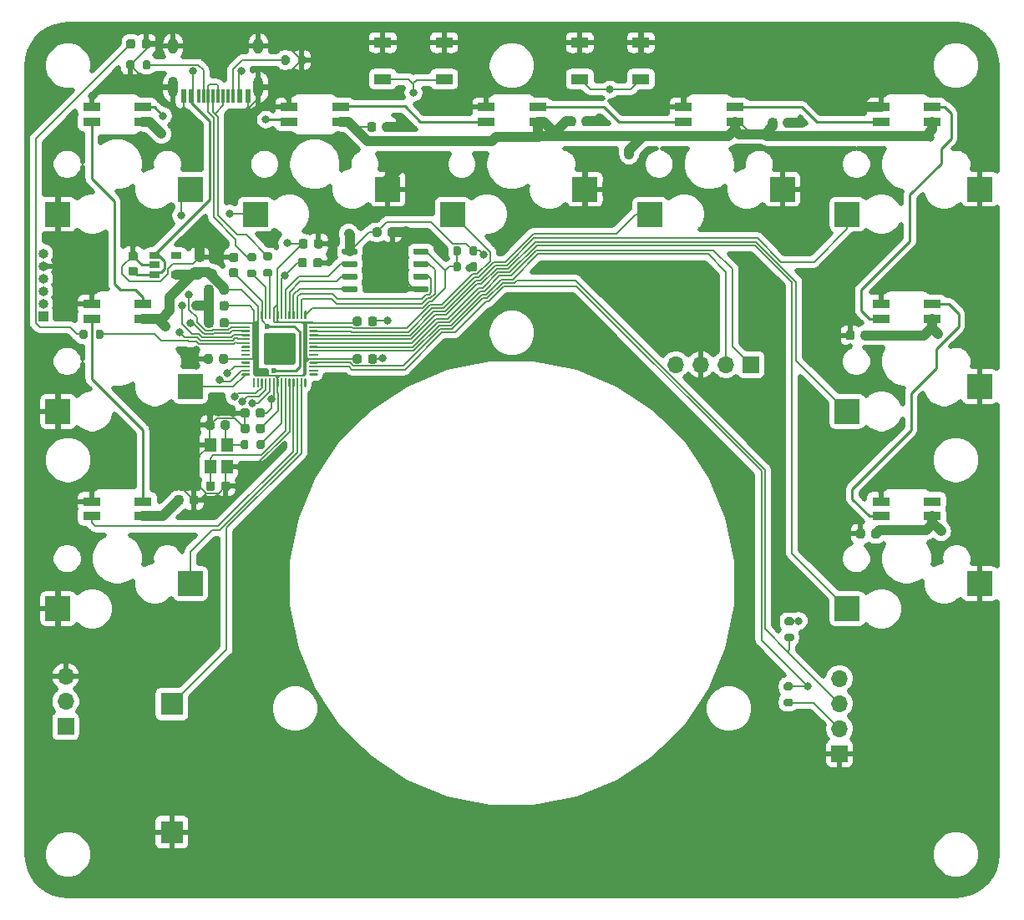
<source format=gbr>
G04 #@! TF.GenerationSoftware,KiCad,Pcbnew,(5.1.10)-1*
G04 #@! TF.CreationDate,2021-08-27T00:07:47-06:00*
G04 #@! TF.ProjectId,EncoderPad_RP2040,456e636f-6465-4725-9061-645f52503230,rev?*
G04 #@! TF.SameCoordinates,Original*
G04 #@! TF.FileFunction,Copper,L2,Bot*
G04 #@! TF.FilePolarity,Positive*
%FSLAX46Y46*%
G04 Gerber Fmt 4.6, Leading zero omitted, Abs format (unit mm)*
G04 Created by KiCad (PCBNEW (5.1.10)-1) date 2021-08-27 00:07:47*
%MOMM*%
%LPD*%
G01*
G04 APERTURE LIST*
G04 #@! TA.AperFunction,SMDPad,CuDef*
%ADD10R,1.060000X0.650000*%
G04 #@! TD*
G04 #@! TA.AperFunction,ComponentPad*
%ADD11O,1.700000X1.700000*%
G04 #@! TD*
G04 #@! TA.AperFunction,ComponentPad*
%ADD12R,1.700000X1.700000*%
G04 #@! TD*
G04 #@! TA.AperFunction,ComponentPad*
%ADD13O,1.000000X1.000000*%
G04 #@! TD*
G04 #@! TA.AperFunction,ComponentPad*
%ADD14R,1.000000X1.000000*%
G04 #@! TD*
G04 #@! TA.AperFunction,SMDPad,CuDef*
%ADD15R,1.800000X0.900000*%
G04 #@! TD*
G04 #@! TA.AperFunction,SMDPad,CuDef*
%ADD16R,2.550000X2.500000*%
G04 #@! TD*
G04 #@! TA.AperFunction,SMDPad,CuDef*
%ADD17R,1.200000X1.400000*%
G04 #@! TD*
G04 #@! TA.AperFunction,SMDPad,CuDef*
%ADD18R,1.800000X1.100000*%
G04 #@! TD*
G04 #@! TA.AperFunction,ComponentPad*
%ADD19C,0.600000*%
G04 #@! TD*
G04 #@! TA.AperFunction,SMDPad,CuDef*
%ADD20R,0.600000X1.450000*%
G04 #@! TD*
G04 #@! TA.AperFunction,SMDPad,CuDef*
%ADD21R,0.300000X1.450000*%
G04 #@! TD*
G04 #@! TA.AperFunction,ComponentPad*
%ADD22O,1.000000X2.100000*%
G04 #@! TD*
G04 #@! TA.AperFunction,ComponentPad*
%ADD23O,1.000000X1.600000*%
G04 #@! TD*
G04 #@! TA.AperFunction,SMDPad,CuDef*
%ADD24R,2.300000X2.300000*%
G04 #@! TD*
G04 #@! TA.AperFunction,ViaPad*
%ADD25C,0.800000*%
G04 #@! TD*
G04 #@! TA.AperFunction,ViaPad*
%ADD26C,0.600000*%
G04 #@! TD*
G04 #@! TA.AperFunction,Conductor*
%ADD27C,0.200000*%
G04 #@! TD*
G04 #@! TA.AperFunction,Conductor*
%ADD28C,1.000000*%
G04 #@! TD*
G04 #@! TA.AperFunction,Conductor*
%ADD29C,0.250000*%
G04 #@! TD*
G04 #@! TA.AperFunction,Conductor*
%ADD30C,0.500000*%
G04 #@! TD*
G04 #@! TA.AperFunction,Conductor*
%ADD31C,0.100000*%
G04 #@! TD*
G04 APERTURE END LIST*
D10*
X65997000Y-86167000D03*
X65997000Y-84267000D03*
X63797000Y-84267000D03*
X63797000Y-85217000D03*
X63797000Y-86167000D03*
D11*
X133197600Y-127152400D03*
X133197600Y-129692400D03*
X133197600Y-132232400D03*
D12*
X133197600Y-134772400D03*
G04 #@! TA.AperFunction,SMDPad,CuDef*
G36*
G01*
X56966800Y-91977800D02*
X56966800Y-92527800D01*
G75*
G02*
X56766800Y-92727800I-200000J0D01*
G01*
X56366800Y-92727800D01*
G75*
G02*
X56166800Y-92527800I0J200000D01*
G01*
X56166800Y-91977800D01*
G75*
G02*
X56366800Y-91777800I200000J0D01*
G01*
X56766800Y-91777800D01*
G75*
G02*
X56966800Y-91977800I0J-200000D01*
G01*
G37*
G04 #@! TD.AperFunction*
G04 #@! TA.AperFunction,SMDPad,CuDef*
G36*
G01*
X58616800Y-91977800D02*
X58616800Y-92527800D01*
G75*
G02*
X58416800Y-92727800I-200000J0D01*
G01*
X58016800Y-92727800D01*
G75*
G02*
X57816800Y-92527800I0J200000D01*
G01*
X57816800Y-91977800D01*
G75*
G02*
X58016800Y-91777800I200000J0D01*
G01*
X58416800Y-91777800D01*
G75*
G02*
X58616800Y-91977800I0J-200000D01*
G01*
G37*
G04 #@! TD.AperFunction*
G04 #@! TA.AperFunction,SMDPad,CuDef*
G36*
G01*
X61803900Y-62532550D02*
X61803900Y-63045050D01*
G75*
G02*
X61585150Y-63263800I-218750J0D01*
G01*
X61147650Y-63263800D01*
G75*
G02*
X60928900Y-63045050I0J218750D01*
G01*
X60928900Y-62532550D01*
G75*
G02*
X61147650Y-62313800I218750J0D01*
G01*
X61585150Y-62313800D01*
G75*
G02*
X61803900Y-62532550I0J-218750D01*
G01*
G37*
G04 #@! TD.AperFunction*
G04 #@! TA.AperFunction,SMDPad,CuDef*
G36*
G01*
X63378900Y-62532550D02*
X63378900Y-63045050D01*
G75*
G02*
X63160150Y-63263800I-218750J0D01*
G01*
X62722650Y-63263800D01*
G75*
G02*
X62503900Y-63045050I0J218750D01*
G01*
X62503900Y-62532550D01*
G75*
G02*
X62722650Y-62313800I218750J0D01*
G01*
X63160150Y-62313800D01*
G75*
G02*
X63378900Y-62532550I0J-218750D01*
G01*
G37*
G04 #@! TD.AperFunction*
D13*
X52476400Y-84074000D03*
X52476400Y-85344000D03*
X52476400Y-86614000D03*
X52476400Y-87884000D03*
X52476400Y-89154000D03*
D14*
X52476400Y-90424000D03*
G04 #@! TA.AperFunction,SMDPad,CuDef*
G36*
G01*
X128392600Y-121749000D02*
X127842600Y-121749000D01*
G75*
G02*
X127642600Y-121549000I0J200000D01*
G01*
X127642600Y-121149000D01*
G75*
G02*
X127842600Y-120949000I200000J0D01*
G01*
X128392600Y-120949000D01*
G75*
G02*
X128592600Y-121149000I0J-200000D01*
G01*
X128592600Y-121549000D01*
G75*
G02*
X128392600Y-121749000I-200000J0D01*
G01*
G37*
G04 #@! TD.AperFunction*
G04 #@! TA.AperFunction,SMDPad,CuDef*
G36*
G01*
X128392600Y-123399000D02*
X127842600Y-123399000D01*
G75*
G02*
X127642600Y-123199000I0J200000D01*
G01*
X127642600Y-122799000D01*
G75*
G02*
X127842600Y-122599000I200000J0D01*
G01*
X128392600Y-122599000D01*
G75*
G02*
X128592600Y-122799000I0J-200000D01*
G01*
X128592600Y-123199000D01*
G75*
G02*
X128392600Y-123399000I-200000J0D01*
G01*
G37*
G04 #@! TD.AperFunction*
G04 #@! TA.AperFunction,SMDPad,CuDef*
G36*
G01*
X127741000Y-129203000D02*
X128291000Y-129203000D01*
G75*
G02*
X128491000Y-129403000I0J-200000D01*
G01*
X128491000Y-129803000D01*
G75*
G02*
X128291000Y-130003000I-200000J0D01*
G01*
X127741000Y-130003000D01*
G75*
G02*
X127541000Y-129803000I0J200000D01*
G01*
X127541000Y-129403000D01*
G75*
G02*
X127741000Y-129203000I200000J0D01*
G01*
G37*
G04 #@! TD.AperFunction*
G04 #@! TA.AperFunction,SMDPad,CuDef*
G36*
G01*
X127741000Y-127553000D02*
X128291000Y-127553000D01*
G75*
G02*
X128491000Y-127753000I0J-200000D01*
G01*
X128491000Y-128153000D01*
G75*
G02*
X128291000Y-128353000I-200000J0D01*
G01*
X127741000Y-128353000D01*
G75*
G02*
X127541000Y-128153000I0J200000D01*
G01*
X127541000Y-127753000D01*
G75*
G02*
X127741000Y-127553000I200000J0D01*
G01*
G37*
G04 #@! TD.AperFunction*
D11*
X54762400Y-126949200D03*
X54762400Y-129489200D03*
D12*
X54762400Y-132029200D03*
D15*
X137400000Y-109200000D03*
X137400000Y-110700000D03*
X142600000Y-109200000D03*
X142600000Y-110700000D03*
D16*
X133985000Y-120080000D03*
X147410000Y-117540000D03*
D15*
X137400000Y-89200000D03*
X137400000Y-90700000D03*
X142600000Y-89200000D03*
X142600000Y-90700000D03*
D16*
X133985000Y-100080000D03*
X147410000Y-97540000D03*
D15*
X137400000Y-69200000D03*
X137400000Y-70700000D03*
X142600000Y-69200000D03*
X142600000Y-70700000D03*
D16*
X133985000Y-80080000D03*
X147410000Y-77540000D03*
D15*
X117400000Y-69200000D03*
X117400000Y-70700000D03*
X122600000Y-69200000D03*
X122600000Y-70700000D03*
D16*
X113985000Y-80080000D03*
X127410000Y-77540000D03*
D15*
X97400000Y-69200000D03*
X97400000Y-70700000D03*
X102600000Y-69200000D03*
X102600000Y-70700000D03*
D16*
X93985000Y-80080000D03*
X107410000Y-77540000D03*
D15*
X77410000Y-69200000D03*
X77410000Y-70700000D03*
X82610000Y-69200000D03*
X82610000Y-70700000D03*
D16*
X73995000Y-80080000D03*
X87420000Y-77540000D03*
D15*
X57400000Y-69200000D03*
X57400000Y-70700000D03*
X62600000Y-69200000D03*
X62600000Y-70700000D03*
D16*
X53985000Y-80080000D03*
X67410000Y-77540000D03*
D15*
X57400000Y-89200000D03*
X57400000Y-90700000D03*
X62600000Y-89200000D03*
X62600000Y-90700000D03*
D16*
X53985000Y-100080000D03*
X67410000Y-97540000D03*
D15*
X57400000Y-109200000D03*
X57400000Y-110700000D03*
X62600000Y-109200000D03*
X62600000Y-110700000D03*
D16*
X53985000Y-120080000D03*
X67410000Y-117540000D03*
G04 #@! TA.AperFunction,SMDPad,CuDef*
G36*
G01*
X135781200Y-112221200D02*
X135781200Y-112721200D01*
G75*
G02*
X135556200Y-112946200I-225000J0D01*
G01*
X135106200Y-112946200D01*
G75*
G02*
X134881200Y-112721200I0J225000D01*
G01*
X134881200Y-112221200D01*
G75*
G02*
X135106200Y-111996200I225000J0D01*
G01*
X135556200Y-111996200D01*
G75*
G02*
X135781200Y-112221200I0J-225000D01*
G01*
G37*
G04 #@! TD.AperFunction*
G04 #@! TA.AperFunction,SMDPad,CuDef*
G36*
G01*
X137331200Y-112221200D02*
X137331200Y-112721200D01*
G75*
G02*
X137106200Y-112946200I-225000J0D01*
G01*
X136656200Y-112946200D01*
G75*
G02*
X136431200Y-112721200I0J225000D01*
G01*
X136431200Y-112221200D01*
G75*
G02*
X136656200Y-111996200I225000J0D01*
G01*
X137106200Y-111996200D01*
G75*
G02*
X137331200Y-112221200I0J-225000D01*
G01*
G37*
G04 #@! TD.AperFunction*
G04 #@! TA.AperFunction,SMDPad,CuDef*
G36*
G01*
X134739200Y-92104400D02*
X134739200Y-92604400D01*
G75*
G02*
X134514200Y-92829400I-225000J0D01*
G01*
X134064200Y-92829400D01*
G75*
G02*
X133839200Y-92604400I0J225000D01*
G01*
X133839200Y-92104400D01*
G75*
G02*
X134064200Y-91879400I225000J0D01*
G01*
X134514200Y-91879400D01*
G75*
G02*
X134739200Y-92104400I0J-225000D01*
G01*
G37*
G04 #@! TD.AperFunction*
G04 #@! TA.AperFunction,SMDPad,CuDef*
G36*
G01*
X136289200Y-92104400D02*
X136289200Y-92604400D01*
G75*
G02*
X136064200Y-92829400I-225000J0D01*
G01*
X135614200Y-92829400D01*
G75*
G02*
X135389200Y-92604400I0J225000D01*
G01*
X135389200Y-92104400D01*
G75*
G02*
X135614200Y-91879400I225000J0D01*
G01*
X136064200Y-91879400D01*
G75*
G02*
X136289200Y-92104400I0J-225000D01*
G01*
G37*
G04 #@! TD.AperFunction*
G04 #@! TA.AperFunction,SMDPad,CuDef*
G36*
G01*
X127528200Y-71065200D02*
X127528200Y-70565200D01*
G75*
G02*
X127753200Y-70340200I225000J0D01*
G01*
X128203200Y-70340200D01*
G75*
G02*
X128428200Y-70565200I0J-225000D01*
G01*
X128428200Y-71065200D01*
G75*
G02*
X128203200Y-71290200I-225000J0D01*
G01*
X127753200Y-71290200D01*
G75*
G02*
X127528200Y-71065200I0J225000D01*
G01*
G37*
G04 #@! TD.AperFunction*
G04 #@! TA.AperFunction,SMDPad,CuDef*
G36*
G01*
X125978200Y-71065200D02*
X125978200Y-70565200D01*
G75*
G02*
X126203200Y-70340200I225000J0D01*
G01*
X126653200Y-70340200D01*
G75*
G02*
X126878200Y-70565200I0J-225000D01*
G01*
X126878200Y-71065200D01*
G75*
G02*
X126653200Y-71290200I-225000J0D01*
G01*
X126203200Y-71290200D01*
G75*
G02*
X125978200Y-71065200I0J225000D01*
G01*
G37*
G04 #@! TD.AperFunction*
G04 #@! TA.AperFunction,SMDPad,CuDef*
G36*
G01*
X107106600Y-70912800D02*
X107106600Y-70412800D01*
G75*
G02*
X107331600Y-70187800I225000J0D01*
G01*
X107781600Y-70187800D01*
G75*
G02*
X108006600Y-70412800I0J-225000D01*
G01*
X108006600Y-70912800D01*
G75*
G02*
X107781600Y-71137800I-225000J0D01*
G01*
X107331600Y-71137800D01*
G75*
G02*
X107106600Y-70912800I0J225000D01*
G01*
G37*
G04 #@! TD.AperFunction*
G04 #@! TA.AperFunction,SMDPad,CuDef*
G36*
G01*
X105556600Y-70912800D02*
X105556600Y-70412800D01*
G75*
G02*
X105781600Y-70187800I225000J0D01*
G01*
X106231600Y-70187800D01*
G75*
G02*
X106456600Y-70412800I0J-225000D01*
G01*
X106456600Y-70912800D01*
G75*
G02*
X106231600Y-71137800I-225000J0D01*
G01*
X105781600Y-71137800D01*
G75*
G02*
X105556600Y-70912800I0J225000D01*
G01*
G37*
G04 #@! TD.AperFunction*
G04 #@! TA.AperFunction,SMDPad,CuDef*
G36*
G01*
X67317200Y-109317600D02*
X67317200Y-108817600D01*
G75*
G02*
X67542200Y-108592600I225000J0D01*
G01*
X67992200Y-108592600D01*
G75*
G02*
X68217200Y-108817600I0J-225000D01*
G01*
X68217200Y-109317600D01*
G75*
G02*
X67992200Y-109542600I-225000J0D01*
G01*
X67542200Y-109542600D01*
G75*
G02*
X67317200Y-109317600I0J225000D01*
G01*
G37*
G04 #@! TD.AperFunction*
G04 #@! TA.AperFunction,SMDPad,CuDef*
G36*
G01*
X65767200Y-109317600D02*
X65767200Y-108817600D01*
G75*
G02*
X65992200Y-108592600I225000J0D01*
G01*
X66442200Y-108592600D01*
G75*
G02*
X66667200Y-108817600I0J-225000D01*
G01*
X66667200Y-109317600D01*
G75*
G02*
X66442200Y-109542600I-225000J0D01*
G01*
X65992200Y-109542600D01*
G75*
G02*
X65767200Y-109317600I0J225000D01*
G01*
G37*
G04 #@! TD.AperFunction*
G04 #@! TA.AperFunction,SMDPad,CuDef*
G36*
G01*
X86875200Y-71471600D02*
X86875200Y-70971600D01*
G75*
G02*
X87100200Y-70746600I225000J0D01*
G01*
X87550200Y-70746600D01*
G75*
G02*
X87775200Y-70971600I0J-225000D01*
G01*
X87775200Y-71471600D01*
G75*
G02*
X87550200Y-71696600I-225000J0D01*
G01*
X87100200Y-71696600D01*
G75*
G02*
X86875200Y-71471600I0J225000D01*
G01*
G37*
G04 #@! TD.AperFunction*
G04 #@! TA.AperFunction,SMDPad,CuDef*
G36*
G01*
X85325200Y-71471600D02*
X85325200Y-70971600D01*
G75*
G02*
X85550200Y-70746600I225000J0D01*
G01*
X86000200Y-70746600D01*
G75*
G02*
X86225200Y-70971600I0J-225000D01*
G01*
X86225200Y-71471600D01*
G75*
G02*
X86000200Y-71696600I-225000J0D01*
G01*
X85550200Y-71696600D01*
G75*
G02*
X85325200Y-71471600I0J225000D01*
G01*
G37*
G04 #@! TD.AperFunction*
G04 #@! TA.AperFunction,SMDPad,CuDef*
G36*
G01*
X69715200Y-87481600D02*
X69715200Y-87981600D01*
G75*
G02*
X69490200Y-88206600I-225000J0D01*
G01*
X69040200Y-88206600D01*
G75*
G02*
X68815200Y-87981600I0J225000D01*
G01*
X68815200Y-87481600D01*
G75*
G02*
X69040200Y-87256600I225000J0D01*
G01*
X69490200Y-87256600D01*
G75*
G02*
X69715200Y-87481600I0J-225000D01*
G01*
G37*
G04 #@! TD.AperFunction*
G04 #@! TA.AperFunction,SMDPad,CuDef*
G36*
G01*
X71265200Y-87481600D02*
X71265200Y-87981600D01*
G75*
G02*
X71040200Y-88206600I-225000J0D01*
G01*
X70590200Y-88206600D01*
G75*
G02*
X70365200Y-87981600I0J225000D01*
G01*
X70365200Y-87481600D01*
G75*
G02*
X70590200Y-87256600I225000J0D01*
G01*
X71040200Y-87256600D01*
G75*
G02*
X71265200Y-87481600I0J-225000D01*
G01*
G37*
G04 #@! TD.AperFunction*
G04 #@! TA.AperFunction,SMDPad,CuDef*
G36*
G01*
X85415000Y-91182000D02*
X85415000Y-90682000D01*
G75*
G02*
X85640000Y-90457000I225000J0D01*
G01*
X86090000Y-90457000D01*
G75*
G02*
X86315000Y-90682000I0J-225000D01*
G01*
X86315000Y-91182000D01*
G75*
G02*
X86090000Y-91407000I-225000J0D01*
G01*
X85640000Y-91407000D01*
G75*
G02*
X85415000Y-91182000I0J225000D01*
G01*
G37*
G04 #@! TD.AperFunction*
G04 #@! TA.AperFunction,SMDPad,CuDef*
G36*
G01*
X83865000Y-91182000D02*
X83865000Y-90682000D01*
G75*
G02*
X84090000Y-90457000I225000J0D01*
G01*
X84540000Y-90457000D01*
G75*
G02*
X84765000Y-90682000I0J-225000D01*
G01*
X84765000Y-91182000D01*
G75*
G02*
X84540000Y-91407000I-225000J0D01*
G01*
X84090000Y-91407000D01*
G75*
G02*
X83865000Y-91182000I0J225000D01*
G01*
G37*
G04 #@! TD.AperFunction*
G04 #@! TA.AperFunction,SMDPad,CuDef*
G36*
G01*
X69664400Y-94492000D02*
X69664400Y-94992000D01*
G75*
G02*
X69439400Y-95217000I-225000J0D01*
G01*
X68989400Y-95217000D01*
G75*
G02*
X68764400Y-94992000I0J225000D01*
G01*
X68764400Y-94492000D01*
G75*
G02*
X68989400Y-94267000I225000J0D01*
G01*
X69439400Y-94267000D01*
G75*
G02*
X69664400Y-94492000I0J-225000D01*
G01*
G37*
G04 #@! TD.AperFunction*
G04 #@! TA.AperFunction,SMDPad,CuDef*
G36*
G01*
X71214400Y-94492000D02*
X71214400Y-94992000D01*
G75*
G02*
X70989400Y-95217000I-225000J0D01*
G01*
X70539400Y-95217000D01*
G75*
G02*
X70314400Y-94992000I0J225000D01*
G01*
X70314400Y-94492000D01*
G75*
G02*
X70539400Y-94267000I225000J0D01*
G01*
X70989400Y-94267000D01*
G75*
G02*
X71214400Y-94492000I0J-225000D01*
G01*
G37*
G04 #@! TD.AperFunction*
G04 #@! TA.AperFunction,SMDPad,CuDef*
G36*
G01*
X69715200Y-89107200D02*
X69715200Y-89607200D01*
G75*
G02*
X69490200Y-89832200I-225000J0D01*
G01*
X69040200Y-89832200D01*
G75*
G02*
X68815200Y-89607200I0J225000D01*
G01*
X68815200Y-89107200D01*
G75*
G02*
X69040200Y-88882200I225000J0D01*
G01*
X69490200Y-88882200D01*
G75*
G02*
X69715200Y-89107200I0J-225000D01*
G01*
G37*
G04 #@! TD.AperFunction*
G04 #@! TA.AperFunction,SMDPad,CuDef*
G36*
G01*
X71265200Y-89107200D02*
X71265200Y-89607200D01*
G75*
G02*
X71040200Y-89832200I-225000J0D01*
G01*
X70590200Y-89832200D01*
G75*
G02*
X70365200Y-89607200I0J225000D01*
G01*
X70365200Y-89107200D01*
G75*
G02*
X70590200Y-88882200I225000J0D01*
G01*
X71040200Y-88882200D01*
G75*
G02*
X71265200Y-89107200I0J-225000D01*
G01*
G37*
G04 #@! TD.AperFunction*
G04 #@! TA.AperFunction,SMDPad,CuDef*
G36*
G01*
X79928600Y-83308000D02*
X79928600Y-82808000D01*
G75*
G02*
X80153600Y-82583000I225000J0D01*
G01*
X80603600Y-82583000D01*
G75*
G02*
X80828600Y-82808000I0J-225000D01*
G01*
X80828600Y-83308000D01*
G75*
G02*
X80603600Y-83533000I-225000J0D01*
G01*
X80153600Y-83533000D01*
G75*
G02*
X79928600Y-83308000I0J225000D01*
G01*
G37*
G04 #@! TD.AperFunction*
G04 #@! TA.AperFunction,SMDPad,CuDef*
G36*
G01*
X78378600Y-83308000D02*
X78378600Y-82808000D01*
G75*
G02*
X78603600Y-82583000I225000J0D01*
G01*
X79053600Y-82583000D01*
G75*
G02*
X79278600Y-82808000I0J-225000D01*
G01*
X79278600Y-83308000D01*
G75*
G02*
X79053600Y-83533000I-225000J0D01*
G01*
X78603600Y-83533000D01*
G75*
G02*
X78378600Y-83308000I0J225000D01*
G01*
G37*
G04 #@! TD.AperFunction*
G04 #@! TA.AperFunction,SMDPad,CuDef*
G36*
G01*
X73398800Y-101553200D02*
X73398800Y-102053200D01*
G75*
G02*
X73173800Y-102278200I-225000J0D01*
G01*
X72723800Y-102278200D01*
G75*
G02*
X72498800Y-102053200I0J225000D01*
G01*
X72498800Y-101553200D01*
G75*
G02*
X72723800Y-101328200I225000J0D01*
G01*
X73173800Y-101328200D01*
G75*
G02*
X73398800Y-101553200I0J-225000D01*
G01*
G37*
G04 #@! TD.AperFunction*
G04 #@! TA.AperFunction,SMDPad,CuDef*
G36*
G01*
X74948800Y-101553200D02*
X74948800Y-102053200D01*
G75*
G02*
X74723800Y-102278200I-225000J0D01*
G01*
X74273800Y-102278200D01*
G75*
G02*
X74048800Y-102053200I0J225000D01*
G01*
X74048800Y-101553200D01*
G75*
G02*
X74273800Y-101328200I225000J0D01*
G01*
X74723800Y-101328200D01*
G75*
G02*
X74948800Y-101553200I0J-225000D01*
G01*
G37*
G04 #@! TD.AperFunction*
G04 #@! TA.AperFunction,SMDPad,CuDef*
G36*
G01*
X69728200Y-90834400D02*
X69728200Y-91334400D01*
G75*
G02*
X69503200Y-91559400I-225000J0D01*
G01*
X69053200Y-91559400D01*
G75*
G02*
X68828200Y-91334400I0J225000D01*
G01*
X68828200Y-90834400D01*
G75*
G02*
X69053200Y-90609400I225000J0D01*
G01*
X69503200Y-90609400D01*
G75*
G02*
X69728200Y-90834400I0J-225000D01*
G01*
G37*
G04 #@! TD.AperFunction*
G04 #@! TA.AperFunction,SMDPad,CuDef*
G36*
G01*
X71278200Y-90834400D02*
X71278200Y-91334400D01*
G75*
G02*
X71053200Y-91559400I-225000J0D01*
G01*
X70603200Y-91559400D01*
G75*
G02*
X70378200Y-91334400I0J225000D01*
G01*
X70378200Y-90834400D01*
G75*
G02*
X70603200Y-90609400I225000J0D01*
G01*
X71053200Y-90609400D01*
G75*
G02*
X71278200Y-90834400I0J-225000D01*
G01*
G37*
G04 #@! TD.AperFunction*
G04 #@! TA.AperFunction,SMDPad,CuDef*
G36*
G01*
X85415000Y-94992000D02*
X85415000Y-94492000D01*
G75*
G02*
X85640000Y-94267000I225000J0D01*
G01*
X86090000Y-94267000D01*
G75*
G02*
X86315000Y-94492000I0J-225000D01*
G01*
X86315000Y-94992000D01*
G75*
G02*
X86090000Y-95217000I-225000J0D01*
G01*
X85640000Y-95217000D01*
G75*
G02*
X85415000Y-94992000I0J225000D01*
G01*
G37*
G04 #@! TD.AperFunction*
G04 #@! TA.AperFunction,SMDPad,CuDef*
G36*
G01*
X83865000Y-94992000D02*
X83865000Y-94492000D01*
G75*
G02*
X84090000Y-94267000I225000J0D01*
G01*
X84540000Y-94267000D01*
G75*
G02*
X84765000Y-94492000I0J-225000D01*
G01*
X84765000Y-94992000D01*
G75*
G02*
X84540000Y-95217000I-225000J0D01*
G01*
X84090000Y-95217000D01*
G75*
G02*
X83865000Y-94992000I0J225000D01*
G01*
G37*
G04 #@! TD.AperFunction*
G04 #@! TA.AperFunction,SMDPad,CuDef*
G36*
G01*
X79864800Y-85238400D02*
X79864800Y-84738400D01*
G75*
G02*
X80089800Y-84513400I225000J0D01*
G01*
X80539800Y-84513400D01*
G75*
G02*
X80764800Y-84738400I0J-225000D01*
G01*
X80764800Y-85238400D01*
G75*
G02*
X80539800Y-85463400I-225000J0D01*
G01*
X80089800Y-85463400D01*
G75*
G02*
X79864800Y-85238400I0J225000D01*
G01*
G37*
G04 #@! TD.AperFunction*
G04 #@! TA.AperFunction,SMDPad,CuDef*
G36*
G01*
X78314800Y-85238400D02*
X78314800Y-84738400D01*
G75*
G02*
X78539800Y-84513400I225000J0D01*
G01*
X78989800Y-84513400D01*
G75*
G02*
X79214800Y-84738400I0J-225000D01*
G01*
X79214800Y-85238400D01*
G75*
G02*
X78989800Y-85463400I-225000J0D01*
G01*
X78539800Y-85463400D01*
G75*
G02*
X78314800Y-85238400I0J225000D01*
G01*
G37*
G04 #@! TD.AperFunction*
G04 #@! TA.AperFunction,SMDPad,CuDef*
G36*
G01*
X73385800Y-99978400D02*
X73385800Y-100478400D01*
G75*
G02*
X73160800Y-100703400I-225000J0D01*
G01*
X72710800Y-100703400D01*
G75*
G02*
X72485800Y-100478400I0J225000D01*
G01*
X72485800Y-99978400D01*
G75*
G02*
X72710800Y-99753400I225000J0D01*
G01*
X73160800Y-99753400D01*
G75*
G02*
X73385800Y-99978400I0J-225000D01*
G01*
G37*
G04 #@! TD.AperFunction*
G04 #@! TA.AperFunction,SMDPad,CuDef*
G36*
G01*
X74935800Y-99978400D02*
X74935800Y-100478400D01*
G75*
G02*
X74710800Y-100703400I-225000J0D01*
G01*
X74260800Y-100703400D01*
G75*
G02*
X74035800Y-100478400I0J225000D01*
G01*
X74035800Y-99978400D01*
G75*
G02*
X74260800Y-99753400I225000J0D01*
G01*
X74710800Y-99753400D01*
G75*
G02*
X74935800Y-99978400I0J-225000D01*
G01*
G37*
G04 #@! TD.AperFunction*
G04 #@! TA.AperFunction,SMDPad,CuDef*
G36*
G01*
X72030400Y-84904400D02*
X71530400Y-84904400D01*
G75*
G02*
X71305400Y-84679400I0J225000D01*
G01*
X71305400Y-84229400D01*
G75*
G02*
X71530400Y-84004400I225000J0D01*
G01*
X72030400Y-84004400D01*
G75*
G02*
X72255400Y-84229400I0J-225000D01*
G01*
X72255400Y-84679400D01*
G75*
G02*
X72030400Y-84904400I-225000J0D01*
G01*
G37*
G04 #@! TD.AperFunction*
G04 #@! TA.AperFunction,SMDPad,CuDef*
G36*
G01*
X72030400Y-86454400D02*
X71530400Y-86454400D01*
G75*
G02*
X71305400Y-86229400I0J225000D01*
G01*
X71305400Y-85779400D01*
G75*
G02*
X71530400Y-85554400I225000J0D01*
G01*
X72030400Y-85554400D01*
G75*
G02*
X72255400Y-85779400I0J-225000D01*
G01*
X72255400Y-86229400D01*
G75*
G02*
X72030400Y-86454400I-225000J0D01*
G01*
G37*
G04 #@! TD.AperFunction*
D17*
X71106400Y-105697200D03*
X71106400Y-103497200D03*
X69406400Y-103497200D03*
X69406400Y-105697200D03*
G04 #@! TA.AperFunction,SMDPad,CuDef*
G36*
G01*
X74135800Y-103703800D02*
X74135800Y-103153800D01*
G75*
G02*
X74335800Y-102953800I200000J0D01*
G01*
X74735800Y-102953800D01*
G75*
G02*
X74935800Y-103153800I0J-200000D01*
G01*
X74935800Y-103703800D01*
G75*
G02*
X74735800Y-103903800I-200000J0D01*
G01*
X74335800Y-103903800D01*
G75*
G02*
X74135800Y-103703800I0J200000D01*
G01*
G37*
G04 #@! TD.AperFunction*
G04 #@! TA.AperFunction,SMDPad,CuDef*
G36*
G01*
X72485800Y-103703800D02*
X72485800Y-103153800D01*
G75*
G02*
X72685800Y-102953800I200000J0D01*
G01*
X73085800Y-102953800D01*
G75*
G02*
X73285800Y-103153800I0J-200000D01*
G01*
X73285800Y-103703800D01*
G75*
G02*
X73085800Y-103903800I-200000J0D01*
G01*
X72685800Y-103903800D01*
G75*
G02*
X72485800Y-103703800I0J200000D01*
G01*
G37*
G04 #@! TD.AperFunction*
D11*
X116611400Y-95326200D03*
X119151400Y-95326200D03*
X121691400Y-95326200D03*
D12*
X124231400Y-95326200D03*
G04 #@! TA.AperFunction,SMDPad,CuDef*
G36*
G01*
X69842800Y-101197600D02*
X69842800Y-101697600D01*
G75*
G02*
X69617800Y-101922600I-225000J0D01*
G01*
X69167800Y-101922600D01*
G75*
G02*
X68942800Y-101697600I0J225000D01*
G01*
X68942800Y-101197600D01*
G75*
G02*
X69167800Y-100972600I225000J0D01*
G01*
X69617800Y-100972600D01*
G75*
G02*
X69842800Y-101197600I0J-225000D01*
G01*
G37*
G04 #@! TD.AperFunction*
G04 #@! TA.AperFunction,SMDPad,CuDef*
G36*
G01*
X71392800Y-101197600D02*
X71392800Y-101697600D01*
G75*
G02*
X71167800Y-101922600I-225000J0D01*
G01*
X70717800Y-101922600D01*
G75*
G02*
X70492800Y-101697600I0J225000D01*
G01*
X70492800Y-101197600D01*
G75*
G02*
X70717800Y-100972600I225000J0D01*
G01*
X71167800Y-100972600D01*
G75*
G02*
X71392800Y-101197600I0J-225000D01*
G01*
G37*
G04 #@! TD.AperFunction*
G04 #@! TA.AperFunction,SMDPad,CuDef*
G36*
G01*
X70543600Y-107895200D02*
X70543600Y-107395200D01*
G75*
G02*
X70768600Y-107170200I225000J0D01*
G01*
X71218600Y-107170200D01*
G75*
G02*
X71443600Y-107395200I0J-225000D01*
G01*
X71443600Y-107895200D01*
G75*
G02*
X71218600Y-108120200I-225000J0D01*
G01*
X70768600Y-108120200D01*
G75*
G02*
X70543600Y-107895200I0J225000D01*
G01*
G37*
G04 #@! TD.AperFunction*
G04 #@! TA.AperFunction,SMDPad,CuDef*
G36*
G01*
X68993600Y-107895200D02*
X68993600Y-107395200D01*
G75*
G02*
X69218600Y-107170200I225000J0D01*
G01*
X69668600Y-107170200D01*
G75*
G02*
X69893600Y-107395200I0J-225000D01*
G01*
X69893600Y-107895200D01*
G75*
G02*
X69668600Y-108120200I-225000J0D01*
G01*
X69218600Y-108120200D01*
G75*
G02*
X68993600Y-107895200I0J225000D01*
G01*
G37*
G04 #@! TD.AperFunction*
D18*
X106882000Y-66366000D03*
X113082000Y-66366000D03*
X106882000Y-62666000D03*
X113082000Y-62666000D03*
G04 #@! TA.AperFunction,SMDPad,CuDef*
G36*
G01*
X95687200Y-84044200D02*
X95687200Y-83494200D01*
G75*
G02*
X95887200Y-83294200I200000J0D01*
G01*
X96287200Y-83294200D01*
G75*
G02*
X96487200Y-83494200I0J-200000D01*
G01*
X96487200Y-84044200D01*
G75*
G02*
X96287200Y-84244200I-200000J0D01*
G01*
X95887200Y-84244200D01*
G75*
G02*
X95687200Y-84044200I0J200000D01*
G01*
G37*
G04 #@! TD.AperFunction*
G04 #@! TA.AperFunction,SMDPad,CuDef*
G36*
G01*
X94037200Y-84044200D02*
X94037200Y-83494200D01*
G75*
G02*
X94237200Y-83294200I200000J0D01*
G01*
X94637200Y-83294200D01*
G75*
G02*
X94837200Y-83494200I0J-200000D01*
G01*
X94837200Y-84044200D01*
G75*
G02*
X94637200Y-84244200I-200000J0D01*
G01*
X94237200Y-84244200D01*
G75*
G02*
X94037200Y-84044200I0J200000D01*
G01*
G37*
G04 #@! TD.AperFunction*
G04 #@! TA.AperFunction,SMDPad,CuDef*
G36*
G01*
X94837200Y-85119800D02*
X94837200Y-85669800D01*
G75*
G02*
X94637200Y-85869800I-200000J0D01*
G01*
X94237200Y-85869800D01*
G75*
G02*
X94037200Y-85669800I0J200000D01*
G01*
X94037200Y-85119800D01*
G75*
G02*
X94237200Y-84919800I200000J0D01*
G01*
X94637200Y-84919800D01*
G75*
G02*
X94837200Y-85119800I0J-200000D01*
G01*
G37*
G04 #@! TD.AperFunction*
G04 #@! TA.AperFunction,SMDPad,CuDef*
G36*
G01*
X96487200Y-85119800D02*
X96487200Y-85669800D01*
G75*
G02*
X96287200Y-85869800I-200000J0D01*
G01*
X95887200Y-85869800D01*
G75*
G02*
X95687200Y-85669800I0J200000D01*
G01*
X95687200Y-85119800D01*
G75*
G02*
X95887200Y-84919800I200000J0D01*
G01*
X96287200Y-84919800D01*
G75*
G02*
X96487200Y-85119800I0J-200000D01*
G01*
G37*
G04 #@! TD.AperFunction*
G04 #@! TA.AperFunction,SMDPad,CuDef*
G36*
G01*
X87409200Y-82139600D02*
X87409200Y-81639600D01*
G75*
G02*
X87634200Y-81414600I225000J0D01*
G01*
X88084200Y-81414600D01*
G75*
G02*
X88309200Y-81639600I0J-225000D01*
G01*
X88309200Y-82139600D01*
G75*
G02*
X88084200Y-82364600I-225000J0D01*
G01*
X87634200Y-82364600D01*
G75*
G02*
X87409200Y-82139600I0J225000D01*
G01*
G37*
G04 #@! TD.AperFunction*
G04 #@! TA.AperFunction,SMDPad,CuDef*
G36*
G01*
X85859200Y-82139600D02*
X85859200Y-81639600D01*
G75*
G02*
X86084200Y-81414600I225000J0D01*
G01*
X86534200Y-81414600D01*
G75*
G02*
X86759200Y-81639600I0J-225000D01*
G01*
X86759200Y-82139600D01*
G75*
G02*
X86534200Y-82364600I-225000J0D01*
G01*
X86084200Y-82364600D01*
G75*
G02*
X85859200Y-82139600I0J225000D01*
G01*
G37*
G04 #@! TD.AperFunction*
G04 #@! TA.AperFunction,SMDPad,CuDef*
G36*
G01*
X79154000Y-89901000D02*
X79154000Y-90676000D01*
G75*
G02*
X79104000Y-90726000I-50000J0D01*
G01*
X79004000Y-90726000D01*
G75*
G02*
X78954000Y-90676000I0J50000D01*
G01*
X78954000Y-89901000D01*
G75*
G02*
X79004000Y-89851000I50000J0D01*
G01*
X79104000Y-89851000D01*
G75*
G02*
X79154000Y-89901000I0J-50000D01*
G01*
G37*
G04 #@! TD.AperFunction*
G04 #@! TA.AperFunction,SMDPad,CuDef*
G36*
G01*
X78754000Y-89901000D02*
X78754000Y-90676000D01*
G75*
G02*
X78704000Y-90726000I-50000J0D01*
G01*
X78604000Y-90726000D01*
G75*
G02*
X78554000Y-90676000I0J50000D01*
G01*
X78554000Y-89901000D01*
G75*
G02*
X78604000Y-89851000I50000J0D01*
G01*
X78704000Y-89851000D01*
G75*
G02*
X78754000Y-89901000I0J-50000D01*
G01*
G37*
G04 #@! TD.AperFunction*
G04 #@! TA.AperFunction,SMDPad,CuDef*
G36*
G01*
X78354000Y-89901000D02*
X78354000Y-90676000D01*
G75*
G02*
X78304000Y-90726000I-50000J0D01*
G01*
X78204000Y-90726000D01*
G75*
G02*
X78154000Y-90676000I0J50000D01*
G01*
X78154000Y-89901000D01*
G75*
G02*
X78204000Y-89851000I50000J0D01*
G01*
X78304000Y-89851000D01*
G75*
G02*
X78354000Y-89901000I0J-50000D01*
G01*
G37*
G04 #@! TD.AperFunction*
G04 #@! TA.AperFunction,SMDPad,CuDef*
G36*
G01*
X77954000Y-89901000D02*
X77954000Y-90676000D01*
G75*
G02*
X77904000Y-90726000I-50000J0D01*
G01*
X77804000Y-90726000D01*
G75*
G02*
X77754000Y-90676000I0J50000D01*
G01*
X77754000Y-89901000D01*
G75*
G02*
X77804000Y-89851000I50000J0D01*
G01*
X77904000Y-89851000D01*
G75*
G02*
X77954000Y-89901000I0J-50000D01*
G01*
G37*
G04 #@! TD.AperFunction*
G04 #@! TA.AperFunction,SMDPad,CuDef*
G36*
G01*
X77554000Y-89901000D02*
X77554000Y-90676000D01*
G75*
G02*
X77504000Y-90726000I-50000J0D01*
G01*
X77404000Y-90726000D01*
G75*
G02*
X77354000Y-90676000I0J50000D01*
G01*
X77354000Y-89901000D01*
G75*
G02*
X77404000Y-89851000I50000J0D01*
G01*
X77504000Y-89851000D01*
G75*
G02*
X77554000Y-89901000I0J-50000D01*
G01*
G37*
G04 #@! TD.AperFunction*
G04 #@! TA.AperFunction,SMDPad,CuDef*
G36*
G01*
X77154000Y-89901000D02*
X77154000Y-90676000D01*
G75*
G02*
X77104000Y-90726000I-50000J0D01*
G01*
X77004000Y-90726000D01*
G75*
G02*
X76954000Y-90676000I0J50000D01*
G01*
X76954000Y-89901000D01*
G75*
G02*
X77004000Y-89851000I50000J0D01*
G01*
X77104000Y-89851000D01*
G75*
G02*
X77154000Y-89901000I0J-50000D01*
G01*
G37*
G04 #@! TD.AperFunction*
G04 #@! TA.AperFunction,SMDPad,CuDef*
G36*
G01*
X76754000Y-89901000D02*
X76754000Y-90676000D01*
G75*
G02*
X76704000Y-90726000I-50000J0D01*
G01*
X76604000Y-90726000D01*
G75*
G02*
X76554000Y-90676000I0J50000D01*
G01*
X76554000Y-89901000D01*
G75*
G02*
X76604000Y-89851000I50000J0D01*
G01*
X76704000Y-89851000D01*
G75*
G02*
X76754000Y-89901000I0J-50000D01*
G01*
G37*
G04 #@! TD.AperFunction*
G04 #@! TA.AperFunction,SMDPad,CuDef*
G36*
G01*
X76354000Y-89901000D02*
X76354000Y-90676000D01*
G75*
G02*
X76304000Y-90726000I-50000J0D01*
G01*
X76204000Y-90726000D01*
G75*
G02*
X76154000Y-90676000I0J50000D01*
G01*
X76154000Y-89901000D01*
G75*
G02*
X76204000Y-89851000I50000J0D01*
G01*
X76304000Y-89851000D01*
G75*
G02*
X76354000Y-89901000I0J-50000D01*
G01*
G37*
G04 #@! TD.AperFunction*
G04 #@! TA.AperFunction,SMDPad,CuDef*
G36*
G01*
X75954000Y-89901000D02*
X75954000Y-90676000D01*
G75*
G02*
X75904000Y-90726000I-50000J0D01*
G01*
X75804000Y-90726000D01*
G75*
G02*
X75754000Y-90676000I0J50000D01*
G01*
X75754000Y-89901000D01*
G75*
G02*
X75804000Y-89851000I50000J0D01*
G01*
X75904000Y-89851000D01*
G75*
G02*
X75954000Y-89901000I0J-50000D01*
G01*
G37*
G04 #@! TD.AperFunction*
G04 #@! TA.AperFunction,SMDPad,CuDef*
G36*
G01*
X75554000Y-89901000D02*
X75554000Y-90676000D01*
G75*
G02*
X75504000Y-90726000I-50000J0D01*
G01*
X75404000Y-90726000D01*
G75*
G02*
X75354000Y-90676000I0J50000D01*
G01*
X75354000Y-89901000D01*
G75*
G02*
X75404000Y-89851000I50000J0D01*
G01*
X75504000Y-89851000D01*
G75*
G02*
X75554000Y-89901000I0J-50000D01*
G01*
G37*
G04 #@! TD.AperFunction*
G04 #@! TA.AperFunction,SMDPad,CuDef*
G36*
G01*
X75154000Y-89901000D02*
X75154000Y-90676000D01*
G75*
G02*
X75104000Y-90726000I-50000J0D01*
G01*
X75004000Y-90726000D01*
G75*
G02*
X74954000Y-90676000I0J50000D01*
G01*
X74954000Y-89901000D01*
G75*
G02*
X75004000Y-89851000I50000J0D01*
G01*
X75104000Y-89851000D01*
G75*
G02*
X75154000Y-89901000I0J-50000D01*
G01*
G37*
G04 #@! TD.AperFunction*
G04 #@! TA.AperFunction,SMDPad,CuDef*
G36*
G01*
X74754000Y-89901000D02*
X74754000Y-90676000D01*
G75*
G02*
X74704000Y-90726000I-50000J0D01*
G01*
X74604000Y-90726000D01*
G75*
G02*
X74554000Y-90676000I0J50000D01*
G01*
X74554000Y-89901000D01*
G75*
G02*
X74604000Y-89851000I50000J0D01*
G01*
X74704000Y-89851000D01*
G75*
G02*
X74754000Y-89901000I0J-50000D01*
G01*
G37*
G04 #@! TD.AperFunction*
G04 #@! TA.AperFunction,SMDPad,CuDef*
G36*
G01*
X74354000Y-89901000D02*
X74354000Y-90676000D01*
G75*
G02*
X74304000Y-90726000I-50000J0D01*
G01*
X74204000Y-90726000D01*
G75*
G02*
X74154000Y-90676000I0J50000D01*
G01*
X74154000Y-89901000D01*
G75*
G02*
X74204000Y-89851000I50000J0D01*
G01*
X74304000Y-89851000D01*
G75*
G02*
X74354000Y-89901000I0J-50000D01*
G01*
G37*
G04 #@! TD.AperFunction*
G04 #@! TA.AperFunction,SMDPad,CuDef*
G36*
G01*
X73954000Y-89901000D02*
X73954000Y-90676000D01*
G75*
G02*
X73904000Y-90726000I-50000J0D01*
G01*
X73804000Y-90726000D01*
G75*
G02*
X73754000Y-90676000I0J50000D01*
G01*
X73754000Y-89901000D01*
G75*
G02*
X73804000Y-89851000I50000J0D01*
G01*
X73904000Y-89851000D01*
G75*
G02*
X73954000Y-89901000I0J-50000D01*
G01*
G37*
G04 #@! TD.AperFunction*
G04 #@! TA.AperFunction,SMDPad,CuDef*
G36*
G01*
X73454000Y-91076000D02*
X73454000Y-91176000D01*
G75*
G02*
X73404000Y-91226000I-50000J0D01*
G01*
X72629000Y-91226000D01*
G75*
G02*
X72579000Y-91176000I0J50000D01*
G01*
X72579000Y-91076000D01*
G75*
G02*
X72629000Y-91026000I50000J0D01*
G01*
X73404000Y-91026000D01*
G75*
G02*
X73454000Y-91076000I0J-50000D01*
G01*
G37*
G04 #@! TD.AperFunction*
G04 #@! TA.AperFunction,SMDPad,CuDef*
G36*
G01*
X73454000Y-91476000D02*
X73454000Y-91576000D01*
G75*
G02*
X73404000Y-91626000I-50000J0D01*
G01*
X72629000Y-91626000D01*
G75*
G02*
X72579000Y-91576000I0J50000D01*
G01*
X72579000Y-91476000D01*
G75*
G02*
X72629000Y-91426000I50000J0D01*
G01*
X73404000Y-91426000D01*
G75*
G02*
X73454000Y-91476000I0J-50000D01*
G01*
G37*
G04 #@! TD.AperFunction*
G04 #@! TA.AperFunction,SMDPad,CuDef*
G36*
G01*
X73454000Y-91876000D02*
X73454000Y-91976000D01*
G75*
G02*
X73404000Y-92026000I-50000J0D01*
G01*
X72629000Y-92026000D01*
G75*
G02*
X72579000Y-91976000I0J50000D01*
G01*
X72579000Y-91876000D01*
G75*
G02*
X72629000Y-91826000I50000J0D01*
G01*
X73404000Y-91826000D01*
G75*
G02*
X73454000Y-91876000I0J-50000D01*
G01*
G37*
G04 #@! TD.AperFunction*
G04 #@! TA.AperFunction,SMDPad,CuDef*
G36*
G01*
X73454000Y-92276000D02*
X73454000Y-92376000D01*
G75*
G02*
X73404000Y-92426000I-50000J0D01*
G01*
X72629000Y-92426000D01*
G75*
G02*
X72579000Y-92376000I0J50000D01*
G01*
X72579000Y-92276000D01*
G75*
G02*
X72629000Y-92226000I50000J0D01*
G01*
X73404000Y-92226000D01*
G75*
G02*
X73454000Y-92276000I0J-50000D01*
G01*
G37*
G04 #@! TD.AperFunction*
G04 #@! TA.AperFunction,SMDPad,CuDef*
G36*
G01*
X73454000Y-92676000D02*
X73454000Y-92776000D01*
G75*
G02*
X73404000Y-92826000I-50000J0D01*
G01*
X72629000Y-92826000D01*
G75*
G02*
X72579000Y-92776000I0J50000D01*
G01*
X72579000Y-92676000D01*
G75*
G02*
X72629000Y-92626000I50000J0D01*
G01*
X73404000Y-92626000D01*
G75*
G02*
X73454000Y-92676000I0J-50000D01*
G01*
G37*
G04 #@! TD.AperFunction*
G04 #@! TA.AperFunction,SMDPad,CuDef*
G36*
G01*
X73454000Y-93076000D02*
X73454000Y-93176000D01*
G75*
G02*
X73404000Y-93226000I-50000J0D01*
G01*
X72629000Y-93226000D01*
G75*
G02*
X72579000Y-93176000I0J50000D01*
G01*
X72579000Y-93076000D01*
G75*
G02*
X72629000Y-93026000I50000J0D01*
G01*
X73404000Y-93026000D01*
G75*
G02*
X73454000Y-93076000I0J-50000D01*
G01*
G37*
G04 #@! TD.AperFunction*
G04 #@! TA.AperFunction,SMDPad,CuDef*
G36*
G01*
X73454000Y-93476000D02*
X73454000Y-93576000D01*
G75*
G02*
X73404000Y-93626000I-50000J0D01*
G01*
X72629000Y-93626000D01*
G75*
G02*
X72579000Y-93576000I0J50000D01*
G01*
X72579000Y-93476000D01*
G75*
G02*
X72629000Y-93426000I50000J0D01*
G01*
X73404000Y-93426000D01*
G75*
G02*
X73454000Y-93476000I0J-50000D01*
G01*
G37*
G04 #@! TD.AperFunction*
G04 #@! TA.AperFunction,SMDPad,CuDef*
G36*
G01*
X73454000Y-93876000D02*
X73454000Y-93976000D01*
G75*
G02*
X73404000Y-94026000I-50000J0D01*
G01*
X72629000Y-94026000D01*
G75*
G02*
X72579000Y-93976000I0J50000D01*
G01*
X72579000Y-93876000D01*
G75*
G02*
X72629000Y-93826000I50000J0D01*
G01*
X73404000Y-93826000D01*
G75*
G02*
X73454000Y-93876000I0J-50000D01*
G01*
G37*
G04 #@! TD.AperFunction*
G04 #@! TA.AperFunction,SMDPad,CuDef*
G36*
G01*
X73454000Y-94276000D02*
X73454000Y-94376000D01*
G75*
G02*
X73404000Y-94426000I-50000J0D01*
G01*
X72629000Y-94426000D01*
G75*
G02*
X72579000Y-94376000I0J50000D01*
G01*
X72579000Y-94276000D01*
G75*
G02*
X72629000Y-94226000I50000J0D01*
G01*
X73404000Y-94226000D01*
G75*
G02*
X73454000Y-94276000I0J-50000D01*
G01*
G37*
G04 #@! TD.AperFunction*
G04 #@! TA.AperFunction,SMDPad,CuDef*
G36*
G01*
X73454000Y-94676000D02*
X73454000Y-94776000D01*
G75*
G02*
X73404000Y-94826000I-50000J0D01*
G01*
X72629000Y-94826000D01*
G75*
G02*
X72579000Y-94776000I0J50000D01*
G01*
X72579000Y-94676000D01*
G75*
G02*
X72629000Y-94626000I50000J0D01*
G01*
X73404000Y-94626000D01*
G75*
G02*
X73454000Y-94676000I0J-50000D01*
G01*
G37*
G04 #@! TD.AperFunction*
G04 #@! TA.AperFunction,SMDPad,CuDef*
G36*
G01*
X73454000Y-95076000D02*
X73454000Y-95176000D01*
G75*
G02*
X73404000Y-95226000I-50000J0D01*
G01*
X72629000Y-95226000D01*
G75*
G02*
X72579000Y-95176000I0J50000D01*
G01*
X72579000Y-95076000D01*
G75*
G02*
X72629000Y-95026000I50000J0D01*
G01*
X73404000Y-95026000D01*
G75*
G02*
X73454000Y-95076000I0J-50000D01*
G01*
G37*
G04 #@! TD.AperFunction*
G04 #@! TA.AperFunction,SMDPad,CuDef*
G36*
G01*
X73454000Y-95476000D02*
X73454000Y-95576000D01*
G75*
G02*
X73404000Y-95626000I-50000J0D01*
G01*
X72629000Y-95626000D01*
G75*
G02*
X72579000Y-95576000I0J50000D01*
G01*
X72579000Y-95476000D01*
G75*
G02*
X72629000Y-95426000I50000J0D01*
G01*
X73404000Y-95426000D01*
G75*
G02*
X73454000Y-95476000I0J-50000D01*
G01*
G37*
G04 #@! TD.AperFunction*
G04 #@! TA.AperFunction,SMDPad,CuDef*
G36*
G01*
X73454000Y-95876000D02*
X73454000Y-95976000D01*
G75*
G02*
X73404000Y-96026000I-50000J0D01*
G01*
X72629000Y-96026000D01*
G75*
G02*
X72579000Y-95976000I0J50000D01*
G01*
X72579000Y-95876000D01*
G75*
G02*
X72629000Y-95826000I50000J0D01*
G01*
X73404000Y-95826000D01*
G75*
G02*
X73454000Y-95876000I0J-50000D01*
G01*
G37*
G04 #@! TD.AperFunction*
G04 #@! TA.AperFunction,SMDPad,CuDef*
G36*
G01*
X73454000Y-96276000D02*
X73454000Y-96376000D01*
G75*
G02*
X73404000Y-96426000I-50000J0D01*
G01*
X72629000Y-96426000D01*
G75*
G02*
X72579000Y-96376000I0J50000D01*
G01*
X72579000Y-96276000D01*
G75*
G02*
X72629000Y-96226000I50000J0D01*
G01*
X73404000Y-96226000D01*
G75*
G02*
X73454000Y-96276000I0J-50000D01*
G01*
G37*
G04 #@! TD.AperFunction*
G04 #@! TA.AperFunction,SMDPad,CuDef*
G36*
G01*
X73954000Y-96776000D02*
X73954000Y-97551000D01*
G75*
G02*
X73904000Y-97601000I-50000J0D01*
G01*
X73804000Y-97601000D01*
G75*
G02*
X73754000Y-97551000I0J50000D01*
G01*
X73754000Y-96776000D01*
G75*
G02*
X73804000Y-96726000I50000J0D01*
G01*
X73904000Y-96726000D01*
G75*
G02*
X73954000Y-96776000I0J-50000D01*
G01*
G37*
G04 #@! TD.AperFunction*
G04 #@! TA.AperFunction,SMDPad,CuDef*
G36*
G01*
X74354000Y-96776000D02*
X74354000Y-97551000D01*
G75*
G02*
X74304000Y-97601000I-50000J0D01*
G01*
X74204000Y-97601000D01*
G75*
G02*
X74154000Y-97551000I0J50000D01*
G01*
X74154000Y-96776000D01*
G75*
G02*
X74204000Y-96726000I50000J0D01*
G01*
X74304000Y-96726000D01*
G75*
G02*
X74354000Y-96776000I0J-50000D01*
G01*
G37*
G04 #@! TD.AperFunction*
G04 #@! TA.AperFunction,SMDPad,CuDef*
G36*
G01*
X74754000Y-96776000D02*
X74754000Y-97551000D01*
G75*
G02*
X74704000Y-97601000I-50000J0D01*
G01*
X74604000Y-97601000D01*
G75*
G02*
X74554000Y-97551000I0J50000D01*
G01*
X74554000Y-96776000D01*
G75*
G02*
X74604000Y-96726000I50000J0D01*
G01*
X74704000Y-96726000D01*
G75*
G02*
X74754000Y-96776000I0J-50000D01*
G01*
G37*
G04 #@! TD.AperFunction*
G04 #@! TA.AperFunction,SMDPad,CuDef*
G36*
G01*
X75154000Y-96776000D02*
X75154000Y-97551000D01*
G75*
G02*
X75104000Y-97601000I-50000J0D01*
G01*
X75004000Y-97601000D01*
G75*
G02*
X74954000Y-97551000I0J50000D01*
G01*
X74954000Y-96776000D01*
G75*
G02*
X75004000Y-96726000I50000J0D01*
G01*
X75104000Y-96726000D01*
G75*
G02*
X75154000Y-96776000I0J-50000D01*
G01*
G37*
G04 #@! TD.AperFunction*
G04 #@! TA.AperFunction,SMDPad,CuDef*
G36*
G01*
X75554000Y-96776000D02*
X75554000Y-97551000D01*
G75*
G02*
X75504000Y-97601000I-50000J0D01*
G01*
X75404000Y-97601000D01*
G75*
G02*
X75354000Y-97551000I0J50000D01*
G01*
X75354000Y-96776000D01*
G75*
G02*
X75404000Y-96726000I50000J0D01*
G01*
X75504000Y-96726000D01*
G75*
G02*
X75554000Y-96776000I0J-50000D01*
G01*
G37*
G04 #@! TD.AperFunction*
G04 #@! TA.AperFunction,SMDPad,CuDef*
G36*
G01*
X75954000Y-96776000D02*
X75954000Y-97551000D01*
G75*
G02*
X75904000Y-97601000I-50000J0D01*
G01*
X75804000Y-97601000D01*
G75*
G02*
X75754000Y-97551000I0J50000D01*
G01*
X75754000Y-96776000D01*
G75*
G02*
X75804000Y-96726000I50000J0D01*
G01*
X75904000Y-96726000D01*
G75*
G02*
X75954000Y-96776000I0J-50000D01*
G01*
G37*
G04 #@! TD.AperFunction*
G04 #@! TA.AperFunction,SMDPad,CuDef*
G36*
G01*
X76354000Y-96776000D02*
X76354000Y-97551000D01*
G75*
G02*
X76304000Y-97601000I-50000J0D01*
G01*
X76204000Y-97601000D01*
G75*
G02*
X76154000Y-97551000I0J50000D01*
G01*
X76154000Y-96776000D01*
G75*
G02*
X76204000Y-96726000I50000J0D01*
G01*
X76304000Y-96726000D01*
G75*
G02*
X76354000Y-96776000I0J-50000D01*
G01*
G37*
G04 #@! TD.AperFunction*
G04 #@! TA.AperFunction,SMDPad,CuDef*
G36*
G01*
X76754000Y-96776000D02*
X76754000Y-97551000D01*
G75*
G02*
X76704000Y-97601000I-50000J0D01*
G01*
X76604000Y-97601000D01*
G75*
G02*
X76554000Y-97551000I0J50000D01*
G01*
X76554000Y-96776000D01*
G75*
G02*
X76604000Y-96726000I50000J0D01*
G01*
X76704000Y-96726000D01*
G75*
G02*
X76754000Y-96776000I0J-50000D01*
G01*
G37*
G04 #@! TD.AperFunction*
G04 #@! TA.AperFunction,SMDPad,CuDef*
G36*
G01*
X77154000Y-96776000D02*
X77154000Y-97551000D01*
G75*
G02*
X77104000Y-97601000I-50000J0D01*
G01*
X77004000Y-97601000D01*
G75*
G02*
X76954000Y-97551000I0J50000D01*
G01*
X76954000Y-96776000D01*
G75*
G02*
X77004000Y-96726000I50000J0D01*
G01*
X77104000Y-96726000D01*
G75*
G02*
X77154000Y-96776000I0J-50000D01*
G01*
G37*
G04 #@! TD.AperFunction*
G04 #@! TA.AperFunction,SMDPad,CuDef*
G36*
G01*
X77554000Y-96776000D02*
X77554000Y-97551000D01*
G75*
G02*
X77504000Y-97601000I-50000J0D01*
G01*
X77404000Y-97601000D01*
G75*
G02*
X77354000Y-97551000I0J50000D01*
G01*
X77354000Y-96776000D01*
G75*
G02*
X77404000Y-96726000I50000J0D01*
G01*
X77504000Y-96726000D01*
G75*
G02*
X77554000Y-96776000I0J-50000D01*
G01*
G37*
G04 #@! TD.AperFunction*
G04 #@! TA.AperFunction,SMDPad,CuDef*
G36*
G01*
X77954000Y-96776000D02*
X77954000Y-97551000D01*
G75*
G02*
X77904000Y-97601000I-50000J0D01*
G01*
X77804000Y-97601000D01*
G75*
G02*
X77754000Y-97551000I0J50000D01*
G01*
X77754000Y-96776000D01*
G75*
G02*
X77804000Y-96726000I50000J0D01*
G01*
X77904000Y-96726000D01*
G75*
G02*
X77954000Y-96776000I0J-50000D01*
G01*
G37*
G04 #@! TD.AperFunction*
G04 #@! TA.AperFunction,SMDPad,CuDef*
G36*
G01*
X78354000Y-96776000D02*
X78354000Y-97551000D01*
G75*
G02*
X78304000Y-97601000I-50000J0D01*
G01*
X78204000Y-97601000D01*
G75*
G02*
X78154000Y-97551000I0J50000D01*
G01*
X78154000Y-96776000D01*
G75*
G02*
X78204000Y-96726000I50000J0D01*
G01*
X78304000Y-96726000D01*
G75*
G02*
X78354000Y-96776000I0J-50000D01*
G01*
G37*
G04 #@! TD.AperFunction*
G04 #@! TA.AperFunction,SMDPad,CuDef*
G36*
G01*
X78754000Y-96776000D02*
X78754000Y-97551000D01*
G75*
G02*
X78704000Y-97601000I-50000J0D01*
G01*
X78604000Y-97601000D01*
G75*
G02*
X78554000Y-97551000I0J50000D01*
G01*
X78554000Y-96776000D01*
G75*
G02*
X78604000Y-96726000I50000J0D01*
G01*
X78704000Y-96726000D01*
G75*
G02*
X78754000Y-96776000I0J-50000D01*
G01*
G37*
G04 #@! TD.AperFunction*
G04 #@! TA.AperFunction,SMDPad,CuDef*
G36*
G01*
X79154000Y-96776000D02*
X79154000Y-97551000D01*
G75*
G02*
X79104000Y-97601000I-50000J0D01*
G01*
X79004000Y-97601000D01*
G75*
G02*
X78954000Y-97551000I0J50000D01*
G01*
X78954000Y-96776000D01*
G75*
G02*
X79004000Y-96726000I50000J0D01*
G01*
X79104000Y-96726000D01*
G75*
G02*
X79154000Y-96776000I0J-50000D01*
G01*
G37*
G04 #@! TD.AperFunction*
G04 #@! TA.AperFunction,SMDPad,CuDef*
G36*
G01*
X80329000Y-96276000D02*
X80329000Y-96376000D01*
G75*
G02*
X80279000Y-96426000I-50000J0D01*
G01*
X79504000Y-96426000D01*
G75*
G02*
X79454000Y-96376000I0J50000D01*
G01*
X79454000Y-96276000D01*
G75*
G02*
X79504000Y-96226000I50000J0D01*
G01*
X80279000Y-96226000D01*
G75*
G02*
X80329000Y-96276000I0J-50000D01*
G01*
G37*
G04 #@! TD.AperFunction*
G04 #@! TA.AperFunction,SMDPad,CuDef*
G36*
G01*
X80329000Y-95876000D02*
X80329000Y-95976000D01*
G75*
G02*
X80279000Y-96026000I-50000J0D01*
G01*
X79504000Y-96026000D01*
G75*
G02*
X79454000Y-95976000I0J50000D01*
G01*
X79454000Y-95876000D01*
G75*
G02*
X79504000Y-95826000I50000J0D01*
G01*
X80279000Y-95826000D01*
G75*
G02*
X80329000Y-95876000I0J-50000D01*
G01*
G37*
G04 #@! TD.AperFunction*
G04 #@! TA.AperFunction,SMDPad,CuDef*
G36*
G01*
X80329000Y-95476000D02*
X80329000Y-95576000D01*
G75*
G02*
X80279000Y-95626000I-50000J0D01*
G01*
X79504000Y-95626000D01*
G75*
G02*
X79454000Y-95576000I0J50000D01*
G01*
X79454000Y-95476000D01*
G75*
G02*
X79504000Y-95426000I50000J0D01*
G01*
X80279000Y-95426000D01*
G75*
G02*
X80329000Y-95476000I0J-50000D01*
G01*
G37*
G04 #@! TD.AperFunction*
G04 #@! TA.AperFunction,SMDPad,CuDef*
G36*
G01*
X80329000Y-95076000D02*
X80329000Y-95176000D01*
G75*
G02*
X80279000Y-95226000I-50000J0D01*
G01*
X79504000Y-95226000D01*
G75*
G02*
X79454000Y-95176000I0J50000D01*
G01*
X79454000Y-95076000D01*
G75*
G02*
X79504000Y-95026000I50000J0D01*
G01*
X80279000Y-95026000D01*
G75*
G02*
X80329000Y-95076000I0J-50000D01*
G01*
G37*
G04 #@! TD.AperFunction*
G04 #@! TA.AperFunction,SMDPad,CuDef*
G36*
G01*
X80329000Y-94676000D02*
X80329000Y-94776000D01*
G75*
G02*
X80279000Y-94826000I-50000J0D01*
G01*
X79504000Y-94826000D01*
G75*
G02*
X79454000Y-94776000I0J50000D01*
G01*
X79454000Y-94676000D01*
G75*
G02*
X79504000Y-94626000I50000J0D01*
G01*
X80279000Y-94626000D01*
G75*
G02*
X80329000Y-94676000I0J-50000D01*
G01*
G37*
G04 #@! TD.AperFunction*
G04 #@! TA.AperFunction,SMDPad,CuDef*
G36*
G01*
X80329000Y-94276000D02*
X80329000Y-94376000D01*
G75*
G02*
X80279000Y-94426000I-50000J0D01*
G01*
X79504000Y-94426000D01*
G75*
G02*
X79454000Y-94376000I0J50000D01*
G01*
X79454000Y-94276000D01*
G75*
G02*
X79504000Y-94226000I50000J0D01*
G01*
X80279000Y-94226000D01*
G75*
G02*
X80329000Y-94276000I0J-50000D01*
G01*
G37*
G04 #@! TD.AperFunction*
G04 #@! TA.AperFunction,SMDPad,CuDef*
G36*
G01*
X80329000Y-93876000D02*
X80329000Y-93976000D01*
G75*
G02*
X80279000Y-94026000I-50000J0D01*
G01*
X79504000Y-94026000D01*
G75*
G02*
X79454000Y-93976000I0J50000D01*
G01*
X79454000Y-93876000D01*
G75*
G02*
X79504000Y-93826000I50000J0D01*
G01*
X80279000Y-93826000D01*
G75*
G02*
X80329000Y-93876000I0J-50000D01*
G01*
G37*
G04 #@! TD.AperFunction*
G04 #@! TA.AperFunction,SMDPad,CuDef*
G36*
G01*
X80329000Y-93476000D02*
X80329000Y-93576000D01*
G75*
G02*
X80279000Y-93626000I-50000J0D01*
G01*
X79504000Y-93626000D01*
G75*
G02*
X79454000Y-93576000I0J50000D01*
G01*
X79454000Y-93476000D01*
G75*
G02*
X79504000Y-93426000I50000J0D01*
G01*
X80279000Y-93426000D01*
G75*
G02*
X80329000Y-93476000I0J-50000D01*
G01*
G37*
G04 #@! TD.AperFunction*
G04 #@! TA.AperFunction,SMDPad,CuDef*
G36*
G01*
X80329000Y-93076000D02*
X80329000Y-93176000D01*
G75*
G02*
X80279000Y-93226000I-50000J0D01*
G01*
X79504000Y-93226000D01*
G75*
G02*
X79454000Y-93176000I0J50000D01*
G01*
X79454000Y-93076000D01*
G75*
G02*
X79504000Y-93026000I50000J0D01*
G01*
X80279000Y-93026000D01*
G75*
G02*
X80329000Y-93076000I0J-50000D01*
G01*
G37*
G04 #@! TD.AperFunction*
G04 #@! TA.AperFunction,SMDPad,CuDef*
G36*
G01*
X80329000Y-92676000D02*
X80329000Y-92776000D01*
G75*
G02*
X80279000Y-92826000I-50000J0D01*
G01*
X79504000Y-92826000D01*
G75*
G02*
X79454000Y-92776000I0J50000D01*
G01*
X79454000Y-92676000D01*
G75*
G02*
X79504000Y-92626000I50000J0D01*
G01*
X80279000Y-92626000D01*
G75*
G02*
X80329000Y-92676000I0J-50000D01*
G01*
G37*
G04 #@! TD.AperFunction*
G04 #@! TA.AperFunction,SMDPad,CuDef*
G36*
G01*
X80329000Y-92276000D02*
X80329000Y-92376000D01*
G75*
G02*
X80279000Y-92426000I-50000J0D01*
G01*
X79504000Y-92426000D01*
G75*
G02*
X79454000Y-92376000I0J50000D01*
G01*
X79454000Y-92276000D01*
G75*
G02*
X79504000Y-92226000I50000J0D01*
G01*
X80279000Y-92226000D01*
G75*
G02*
X80329000Y-92276000I0J-50000D01*
G01*
G37*
G04 #@! TD.AperFunction*
G04 #@! TA.AperFunction,SMDPad,CuDef*
G36*
G01*
X80329000Y-91876000D02*
X80329000Y-91976000D01*
G75*
G02*
X80279000Y-92026000I-50000J0D01*
G01*
X79504000Y-92026000D01*
G75*
G02*
X79454000Y-91976000I0J50000D01*
G01*
X79454000Y-91876000D01*
G75*
G02*
X79504000Y-91826000I50000J0D01*
G01*
X80279000Y-91826000D01*
G75*
G02*
X80329000Y-91876000I0J-50000D01*
G01*
G37*
G04 #@! TD.AperFunction*
G04 #@! TA.AperFunction,SMDPad,CuDef*
G36*
G01*
X80329000Y-91476000D02*
X80329000Y-91576000D01*
G75*
G02*
X80279000Y-91626000I-50000J0D01*
G01*
X79504000Y-91626000D01*
G75*
G02*
X79454000Y-91576000I0J50000D01*
G01*
X79454000Y-91476000D01*
G75*
G02*
X79504000Y-91426000I50000J0D01*
G01*
X80279000Y-91426000D01*
G75*
G02*
X80329000Y-91476000I0J-50000D01*
G01*
G37*
G04 #@! TD.AperFunction*
G04 #@! TA.AperFunction,SMDPad,CuDef*
G36*
G01*
X80329000Y-91076000D02*
X80329000Y-91176000D01*
G75*
G02*
X80279000Y-91226000I-50000J0D01*
G01*
X79504000Y-91226000D01*
G75*
G02*
X79454000Y-91176000I0J50000D01*
G01*
X79454000Y-91076000D01*
G75*
G02*
X79504000Y-91026000I50000J0D01*
G01*
X80279000Y-91026000D01*
G75*
G02*
X80329000Y-91076000I0J-50000D01*
G01*
G37*
G04 #@! TD.AperFunction*
D19*
X75179000Y-95001000D03*
X76454000Y-95001000D03*
X77729000Y-95001000D03*
X75179000Y-93726000D03*
X76454000Y-93726000D03*
X77729000Y-93726000D03*
X75179000Y-92451000D03*
X76454000Y-92451000D03*
X77729000Y-92451000D03*
G04 #@! TA.AperFunction,SMDPad,CuDef*
G36*
G01*
X78054000Y-92270000D02*
X78054000Y-95182000D01*
G75*
G02*
X77910000Y-95326000I-144000J0D01*
G01*
X74998000Y-95326000D01*
G75*
G02*
X74854000Y-95182000I0J144000D01*
G01*
X74854000Y-92270000D01*
G75*
G02*
X74998000Y-92126000I144000J0D01*
G01*
X77910000Y-92126000D01*
G75*
G02*
X78054000Y-92270000I0J-144000D01*
G01*
G37*
G04 #@! TD.AperFunction*
G04 #@! TA.AperFunction,SMDPad,CuDef*
G36*
G01*
X84372800Y-83695400D02*
X84372800Y-83995400D01*
G75*
G02*
X84222800Y-84145400I-150000J0D01*
G01*
X82922800Y-84145400D01*
G75*
G02*
X82772800Y-83995400I0J150000D01*
G01*
X82772800Y-83695400D01*
G75*
G02*
X82922800Y-83545400I150000J0D01*
G01*
X84222800Y-83545400D01*
G75*
G02*
X84372800Y-83695400I0J-150000D01*
G01*
G37*
G04 #@! TD.AperFunction*
G04 #@! TA.AperFunction,SMDPad,CuDef*
G36*
G01*
X84372800Y-84965400D02*
X84372800Y-85265400D01*
G75*
G02*
X84222800Y-85415400I-150000J0D01*
G01*
X82922800Y-85415400D01*
G75*
G02*
X82772800Y-85265400I0J150000D01*
G01*
X82772800Y-84965400D01*
G75*
G02*
X82922800Y-84815400I150000J0D01*
G01*
X84222800Y-84815400D01*
G75*
G02*
X84372800Y-84965400I0J-150000D01*
G01*
G37*
G04 #@! TD.AperFunction*
G04 #@! TA.AperFunction,SMDPad,CuDef*
G36*
G01*
X84372800Y-86235400D02*
X84372800Y-86535400D01*
G75*
G02*
X84222800Y-86685400I-150000J0D01*
G01*
X82922800Y-86685400D01*
G75*
G02*
X82772800Y-86535400I0J150000D01*
G01*
X82772800Y-86235400D01*
G75*
G02*
X82922800Y-86085400I150000J0D01*
G01*
X84222800Y-86085400D01*
G75*
G02*
X84372800Y-86235400I0J-150000D01*
G01*
G37*
G04 #@! TD.AperFunction*
G04 #@! TA.AperFunction,SMDPad,CuDef*
G36*
G01*
X84372800Y-87505400D02*
X84372800Y-87805400D01*
G75*
G02*
X84222800Y-87955400I-150000J0D01*
G01*
X82922800Y-87955400D01*
G75*
G02*
X82772800Y-87805400I0J150000D01*
G01*
X82772800Y-87505400D01*
G75*
G02*
X82922800Y-87355400I150000J0D01*
G01*
X84222800Y-87355400D01*
G75*
G02*
X84372800Y-87505400I0J-150000D01*
G01*
G37*
G04 #@! TD.AperFunction*
G04 #@! TA.AperFunction,SMDPad,CuDef*
G36*
G01*
X91572800Y-87505400D02*
X91572800Y-87805400D01*
G75*
G02*
X91422800Y-87955400I-150000J0D01*
G01*
X90122800Y-87955400D01*
G75*
G02*
X89972800Y-87805400I0J150000D01*
G01*
X89972800Y-87505400D01*
G75*
G02*
X90122800Y-87355400I150000J0D01*
G01*
X91422800Y-87355400D01*
G75*
G02*
X91572800Y-87505400I0J-150000D01*
G01*
G37*
G04 #@! TD.AperFunction*
G04 #@! TA.AperFunction,SMDPad,CuDef*
G36*
G01*
X91572800Y-86235400D02*
X91572800Y-86535400D01*
G75*
G02*
X91422800Y-86685400I-150000J0D01*
G01*
X90122800Y-86685400D01*
G75*
G02*
X89972800Y-86535400I0J150000D01*
G01*
X89972800Y-86235400D01*
G75*
G02*
X90122800Y-86085400I150000J0D01*
G01*
X91422800Y-86085400D01*
G75*
G02*
X91572800Y-86235400I0J-150000D01*
G01*
G37*
G04 #@! TD.AperFunction*
G04 #@! TA.AperFunction,SMDPad,CuDef*
G36*
G01*
X91572800Y-84965400D02*
X91572800Y-85265400D01*
G75*
G02*
X91422800Y-85415400I-150000J0D01*
G01*
X90122800Y-85415400D01*
G75*
G02*
X89972800Y-85265400I0J150000D01*
G01*
X89972800Y-84965400D01*
G75*
G02*
X90122800Y-84815400I150000J0D01*
G01*
X91422800Y-84815400D01*
G75*
G02*
X91572800Y-84965400I0J-150000D01*
G01*
G37*
G04 #@! TD.AperFunction*
G04 #@! TA.AperFunction,SMDPad,CuDef*
G36*
G01*
X91572800Y-83695400D02*
X91572800Y-83995400D01*
G75*
G02*
X91422800Y-84145400I-150000J0D01*
G01*
X90122800Y-84145400D01*
G75*
G02*
X89972800Y-83995400I0J150000D01*
G01*
X89972800Y-83695400D01*
G75*
G02*
X90122800Y-83545400I150000J0D01*
G01*
X91422800Y-83545400D01*
G75*
G02*
X91572800Y-83695400I0J-150000D01*
G01*
G37*
G04 #@! TD.AperFunction*
G04 #@! TA.AperFunction,SMDPad,CuDef*
G36*
G01*
X62553400Y-65197400D02*
X62553400Y-64647400D01*
G75*
G02*
X62753400Y-64447400I200000J0D01*
G01*
X63153400Y-64447400D01*
G75*
G02*
X63353400Y-64647400I0J-200000D01*
G01*
X63353400Y-65197400D01*
G75*
G02*
X63153400Y-65397400I-200000J0D01*
G01*
X62753400Y-65397400D01*
G75*
G02*
X62553400Y-65197400I0J200000D01*
G01*
G37*
G04 #@! TD.AperFunction*
G04 #@! TA.AperFunction,SMDPad,CuDef*
G36*
G01*
X60903400Y-65197400D02*
X60903400Y-64647400D01*
G75*
G02*
X61103400Y-64447400I200000J0D01*
G01*
X61503400Y-64447400D01*
G75*
G02*
X61703400Y-64647400I0J-200000D01*
G01*
X61703400Y-65197400D01*
G75*
G02*
X61503400Y-65397400I-200000J0D01*
G01*
X61103400Y-65397400D01*
G75*
G02*
X60903400Y-65197400I0J200000D01*
G01*
G37*
G04 #@! TD.AperFunction*
G04 #@! TA.AperFunction,SMDPad,CuDef*
G36*
G01*
X75509800Y-84754400D02*
X74959800Y-84754400D01*
G75*
G02*
X74759800Y-84554400I0J200000D01*
G01*
X74759800Y-84154400D01*
G75*
G02*
X74959800Y-83954400I200000J0D01*
G01*
X75509800Y-83954400D01*
G75*
G02*
X75709800Y-84154400I0J-200000D01*
G01*
X75709800Y-84554400D01*
G75*
G02*
X75509800Y-84754400I-200000J0D01*
G01*
G37*
G04 #@! TD.AperFunction*
G04 #@! TA.AperFunction,SMDPad,CuDef*
G36*
G01*
X75509800Y-86404400D02*
X74959800Y-86404400D01*
G75*
G02*
X74759800Y-86204400I0J200000D01*
G01*
X74759800Y-85804400D01*
G75*
G02*
X74959800Y-85604400I200000J0D01*
G01*
X75509800Y-85604400D01*
G75*
G02*
X75709800Y-85804400I0J-200000D01*
G01*
X75709800Y-86204400D01*
G75*
G02*
X75509800Y-86404400I-200000J0D01*
G01*
G37*
G04 #@! TD.AperFunction*
G04 #@! TA.AperFunction,SMDPad,CuDef*
G36*
G01*
X73884200Y-84805200D02*
X73334200Y-84805200D01*
G75*
G02*
X73134200Y-84605200I0J200000D01*
G01*
X73134200Y-84205200D01*
G75*
G02*
X73334200Y-84005200I200000J0D01*
G01*
X73884200Y-84005200D01*
G75*
G02*
X74084200Y-84205200I0J-200000D01*
G01*
X74084200Y-84605200D01*
G75*
G02*
X73884200Y-84805200I-200000J0D01*
G01*
G37*
G04 #@! TD.AperFunction*
G04 #@! TA.AperFunction,SMDPad,CuDef*
G36*
G01*
X73884200Y-86455200D02*
X73334200Y-86455200D01*
G75*
G02*
X73134200Y-86255200I0J200000D01*
G01*
X73134200Y-85855200D01*
G75*
G02*
X73334200Y-85655200I200000J0D01*
G01*
X73884200Y-85655200D01*
G75*
G02*
X74084200Y-85855200I0J-200000D01*
G01*
X74084200Y-86255200D01*
G75*
G02*
X73884200Y-86455200I-200000J0D01*
G01*
G37*
G04 #@! TD.AperFunction*
G04 #@! TA.AperFunction,SMDPad,CuDef*
G36*
G01*
X77451400Y-64164800D02*
X77451400Y-64714800D01*
G75*
G02*
X77251400Y-64914800I-200000J0D01*
G01*
X76851400Y-64914800D01*
G75*
G02*
X76651400Y-64714800I0J200000D01*
G01*
X76651400Y-64164800D01*
G75*
G02*
X76851400Y-63964800I200000J0D01*
G01*
X77251400Y-63964800D01*
G75*
G02*
X77451400Y-64164800I0J-200000D01*
G01*
G37*
G04 #@! TD.AperFunction*
G04 #@! TA.AperFunction,SMDPad,CuDef*
G36*
G01*
X79101400Y-64164800D02*
X79101400Y-64714800D01*
G75*
G02*
X78901400Y-64914800I-200000J0D01*
G01*
X78501400Y-64914800D01*
G75*
G02*
X78301400Y-64714800I0J200000D01*
G01*
X78301400Y-64164800D01*
G75*
G02*
X78501400Y-63964800I200000J0D01*
G01*
X78901400Y-63964800D01*
G75*
G02*
X79101400Y-64164800I0J-200000D01*
G01*
G37*
G04 #@! TD.AperFunction*
D20*
X73227000Y-68103800D03*
X72427000Y-68103800D03*
X67527000Y-68103800D03*
X66727000Y-68103800D03*
X66727000Y-68103800D03*
X67527000Y-68103800D03*
X72427000Y-68103800D03*
X73227000Y-68103800D03*
D21*
X68227000Y-68103800D03*
X68727000Y-68103800D03*
X69227000Y-68103800D03*
X70227000Y-68103800D03*
X70727000Y-68103800D03*
X71227000Y-68103800D03*
X71727000Y-68103800D03*
X69727000Y-68103800D03*
D22*
X74297000Y-67188800D03*
X65657000Y-67188800D03*
D23*
X65657000Y-63008800D03*
X74297000Y-63008800D03*
G04 #@! TA.AperFunction,SMDPad,CuDef*
G36*
G01*
X68576000Y-84879000D02*
X68076000Y-84879000D01*
G75*
G02*
X67851000Y-84654000I0J225000D01*
G01*
X67851000Y-84204000D01*
G75*
G02*
X68076000Y-83979000I225000J0D01*
G01*
X68576000Y-83979000D01*
G75*
G02*
X68801000Y-84204000I0J-225000D01*
G01*
X68801000Y-84654000D01*
G75*
G02*
X68576000Y-84879000I-225000J0D01*
G01*
G37*
G04 #@! TD.AperFunction*
G04 #@! TA.AperFunction,SMDPad,CuDef*
G36*
G01*
X68576000Y-86429000D02*
X68076000Y-86429000D01*
G75*
G02*
X67851000Y-86204000I0J225000D01*
G01*
X67851000Y-85754000D01*
G75*
G02*
X68076000Y-85529000I225000J0D01*
G01*
X68576000Y-85529000D01*
G75*
G02*
X68801000Y-85754000I0J-225000D01*
G01*
X68801000Y-86204000D01*
G75*
G02*
X68576000Y-86429000I-225000J0D01*
G01*
G37*
G04 #@! TD.AperFunction*
G04 #@! TA.AperFunction,SMDPad,CuDef*
G36*
G01*
X61845000Y-84752000D02*
X61345000Y-84752000D01*
G75*
G02*
X61120000Y-84527000I0J225000D01*
G01*
X61120000Y-84077000D01*
G75*
G02*
X61345000Y-83852000I225000J0D01*
G01*
X61845000Y-83852000D01*
G75*
G02*
X62070000Y-84077000I0J-225000D01*
G01*
X62070000Y-84527000D01*
G75*
G02*
X61845000Y-84752000I-225000J0D01*
G01*
G37*
G04 #@! TD.AperFunction*
G04 #@! TA.AperFunction,SMDPad,CuDef*
G36*
G01*
X61845000Y-86302000D02*
X61345000Y-86302000D01*
G75*
G02*
X61120000Y-86077000I0J225000D01*
G01*
X61120000Y-85627000D01*
G75*
G02*
X61345000Y-85402000I225000J0D01*
G01*
X61845000Y-85402000D01*
G75*
G02*
X62070000Y-85627000I0J-225000D01*
G01*
X62070000Y-86077000D01*
G75*
G02*
X61845000Y-86302000I-225000J0D01*
G01*
G37*
G04 #@! TD.AperFunction*
D24*
X65532000Y-129745600D03*
X65532000Y-142745600D03*
D18*
X93117600Y-62666000D03*
X86917600Y-62666000D03*
X93117600Y-66366000D03*
X86917600Y-66366000D03*
D25*
X109931200Y-67411600D03*
X95707200Y-85495101D03*
X64573600Y-110700000D03*
X64465200Y-71932800D03*
X84023200Y-71323200D03*
X104343200Y-71831200D03*
X124358400Y-72034400D03*
X142392400Y-72288400D03*
X143154400Y-92202000D03*
X143510000Y-112217200D03*
X83464400Y-82042000D03*
X77216000Y-83007200D03*
X97129600Y-84175600D03*
X129082800Y-121310400D03*
X64871600Y-91440000D03*
X111861600Y-74015600D03*
X69707990Y-86001973D03*
X87579200Y-87680800D03*
X87376000Y-90881200D03*
X86918800Y-94640400D03*
X61569600Y-82600800D03*
X57404000Y-83210400D03*
X63957200Y-107442000D03*
X58013600Y-107035600D03*
X138074400Y-87020400D03*
X134416800Y-86766400D03*
X129387600Y-70815200D03*
X135636000Y-69291200D03*
X88696800Y-71170800D03*
X88646000Y-75336400D03*
X89255600Y-81838800D03*
X68326000Y-82956400D03*
X68021200Y-89357200D03*
X75234800Y-82499200D03*
X108813600Y-70662800D03*
X63398400Y-113131600D03*
X67970400Y-93827600D03*
X68021200Y-95453200D03*
X71866802Y-98594251D03*
X90017600Y-67767200D03*
X64643000Y-70104000D03*
X75057000Y-70485000D03*
X72542400Y-65582800D03*
X67665600Y-65582800D03*
D26*
X75234802Y-91440000D03*
X75895206Y-95910400D03*
D25*
X75657179Y-98820341D03*
X76962000Y-86298810D03*
X70358000Y-96890000D03*
X66446400Y-80213200D03*
X71170800Y-96215200D03*
X71374000Y-80010000D03*
X72694800Y-99060000D03*
X73710800Y-99252810D03*
X129997200Y-127965200D03*
X67271185Y-88203768D03*
X67421990Y-91082926D03*
X66548000Y-89357200D03*
X66312140Y-92031460D03*
D27*
X107927600Y-67411600D02*
X106882000Y-66366000D01*
X109931200Y-67411600D02*
X107927600Y-67411600D01*
X112036400Y-67411600D02*
X113082000Y-66366000D01*
X109931200Y-67411600D02*
X112036400Y-67411600D01*
X95986899Y-85495101D02*
X95707200Y-85495101D01*
X96087200Y-85394800D02*
X95986899Y-85495101D01*
X75854000Y-89608000D02*
X76254000Y-89208000D01*
X75854000Y-90288500D02*
X75854000Y-89608000D01*
X76254000Y-90288500D02*
X76254000Y-89208000D01*
X73854000Y-91093600D02*
X73821600Y-91126000D01*
X73854000Y-90288500D02*
X73854000Y-91093600D01*
X75854000Y-90288500D02*
X75854000Y-90941600D01*
X75854000Y-90941600D02*
X75946000Y-91033600D01*
X76254000Y-90820970D02*
X76254000Y-90288500D01*
X76254000Y-96701720D02*
X76028270Y-96475990D01*
X73016500Y-94726000D02*
X73478280Y-94726000D01*
X76254000Y-96701720D02*
X76254000Y-97163500D01*
X79891500Y-94726000D02*
X79429720Y-94726000D01*
X74254000Y-96467180D02*
X74262810Y-96475990D01*
X74262810Y-96475990D02*
X74079730Y-96475990D01*
X74079730Y-96475990D02*
X74079730Y-96354270D01*
X73701600Y-91126000D02*
X73812400Y-91236800D01*
X73821600Y-91126000D02*
X73701600Y-91126000D01*
X73701600Y-91126000D02*
X73016500Y-91126000D01*
X73971590Y-96475990D02*
X74079730Y-96475990D01*
X73812400Y-96316800D02*
X73971590Y-96475990D01*
X73016500Y-94726000D02*
X73777600Y-94726000D01*
X73812400Y-94691200D02*
X73812400Y-96316800D01*
X73777600Y-94726000D02*
X73812400Y-94691200D01*
X73812400Y-91236800D02*
X73812400Y-94691200D01*
X73952730Y-96227270D02*
X74079730Y-96354270D01*
X76196885Y-90878085D02*
X76254000Y-90820970D01*
X76352400Y-91033600D02*
X76196885Y-90878085D01*
X78689200Y-91033600D02*
X76352400Y-91033600D01*
X78892400Y-96316800D02*
X78740000Y-96469200D01*
X78892400Y-91236800D02*
X78892400Y-96316800D01*
X78689200Y-91033600D02*
X78892400Y-91236800D01*
X78994000Y-94945200D02*
X79102260Y-95053460D01*
X78994000Y-91033600D02*
X78994000Y-94945200D01*
X79429720Y-94726000D02*
X79102260Y-95053460D01*
X78994000Y-91033600D02*
X78689200Y-91033600D01*
X79197200Y-91033600D02*
X78994000Y-91033600D01*
X79146400Y-94792800D02*
X78994000Y-94945200D01*
X79146400Y-91084400D02*
X79146400Y-94792800D01*
X79197200Y-91033600D02*
X79146400Y-91084400D01*
X79213200Y-94726000D02*
X79146400Y-94792800D01*
X79891500Y-94726000D02*
X79213200Y-94726000D01*
X79197200Y-91084400D02*
X79197200Y-91033600D01*
X79882300Y-91135200D02*
X79248000Y-91135200D01*
X79248000Y-91135200D02*
X79197200Y-91084400D01*
X79891500Y-91126000D02*
X79882300Y-91135200D01*
X79384400Y-94726000D02*
X79891500Y-94726000D01*
X79203990Y-94545590D02*
X79384400Y-94726000D01*
X79203990Y-91179210D02*
X79203990Y-94545590D01*
X79257200Y-91126000D02*
X79203990Y-91179210D01*
X79891500Y-91126000D02*
X79257200Y-91126000D01*
X75946000Y-91033600D02*
X76200000Y-91033600D01*
X78740000Y-96469200D02*
X76657200Y-96469200D01*
X79095600Y-95060120D02*
X79102260Y-95053460D01*
X79095600Y-96316800D02*
X79095600Y-95060120D01*
X78943200Y-96469200D02*
X79095600Y-96316800D01*
X78740000Y-96469200D02*
X78943200Y-96469200D01*
X73745600Y-94726000D02*
X73478280Y-94726000D01*
X74079730Y-95060130D02*
X73745600Y-94726000D01*
X74079730Y-96354270D02*
X74079730Y-95060130D01*
X73863200Y-96316800D02*
X73952730Y-96227270D01*
X73812400Y-96316800D02*
X73863200Y-96316800D01*
X74117200Y-96062800D02*
X73952730Y-96227270D01*
X74117200Y-91042800D02*
X74117200Y-96062800D01*
X74057200Y-90982800D02*
X74117200Y-91042800D01*
X73914000Y-91033600D02*
X73821600Y-91126000D01*
X74091800Y-91033600D02*
X73914000Y-91033600D01*
X74254000Y-90871400D02*
X74091800Y-91033600D01*
X74254000Y-90288500D02*
X74254000Y-90871400D01*
X73964800Y-96215200D02*
X73952730Y-96227270D01*
X73964800Y-91186000D02*
X73964800Y-96215200D01*
X74015600Y-91135200D02*
X73964800Y-91186000D01*
X73830800Y-91135200D02*
X74015600Y-91135200D01*
X73821600Y-91126000D02*
X73830800Y-91135200D01*
X73812400Y-90330100D02*
X73812400Y-96316800D01*
X73854000Y-90288500D02*
X73812400Y-90330100D01*
X73650800Y-91126000D02*
X73016500Y-91126000D01*
X73761600Y-91236800D02*
X73650800Y-91126000D01*
X73761600Y-94640400D02*
X73761600Y-91236800D01*
X73676000Y-94726000D02*
X73761600Y-94640400D01*
X73478280Y-94726000D02*
X73676000Y-94726000D01*
X74254000Y-90288500D02*
X74254000Y-95773600D01*
X75800390Y-96475990D02*
X75292390Y-96475990D01*
X74254000Y-95894800D02*
X75066800Y-95894800D01*
X74254000Y-95773600D02*
X74254000Y-95894800D01*
X75066800Y-95894800D02*
X75133200Y-95961200D01*
X75133200Y-96418400D02*
X75190790Y-96475990D01*
X75190790Y-96475990D02*
X74262810Y-96475990D01*
X75292390Y-96475990D02*
X75190790Y-96475990D01*
X75133200Y-95961200D02*
X75133200Y-96062800D01*
X74254000Y-95894800D02*
X74254000Y-96129200D01*
X74254000Y-96129200D02*
X74254000Y-96467180D01*
X74254000Y-96129200D02*
X74320400Y-96062800D01*
X75133200Y-96164400D02*
X75133200Y-96418400D01*
X75133200Y-96062800D02*
X75133200Y-96164400D01*
X74980800Y-96316800D02*
X75133200Y-96164400D01*
X74441600Y-96316800D02*
X74980800Y-96316800D01*
X74254000Y-96129200D02*
X74441600Y-96316800D01*
X74472800Y-96215200D02*
X74980800Y-96215200D01*
X74320400Y-96062800D02*
X74472800Y-96215200D01*
X75082400Y-96113600D02*
X75133200Y-96062800D01*
X74980800Y-96215200D02*
X75082400Y-96113600D01*
X74320400Y-96062800D02*
X74574400Y-96062800D01*
X74574400Y-96062800D02*
X74879200Y-96062800D01*
X75946000Y-91033600D02*
X79799100Y-91033600D01*
X79799100Y-91033600D02*
X79891500Y-91126000D01*
X76028270Y-96475990D02*
X75800390Y-96475990D01*
X76650410Y-96475990D02*
X76657200Y-96469200D01*
X75800390Y-96475990D02*
X76650410Y-96475990D01*
X76657200Y-96469200D02*
X76486520Y-96469200D01*
X76486520Y-96469200D02*
X76254000Y-96701720D01*
X75031600Y-96062800D02*
X75082400Y-96113600D01*
X74574400Y-96062800D02*
X75031600Y-96062800D01*
X75292390Y-95967990D02*
X75292390Y-96475990D01*
X75098000Y-95773600D02*
X75292390Y-95967990D01*
X74254000Y-95773600D02*
X75098000Y-95773600D01*
X71031400Y-89154000D02*
X70828200Y-88950800D01*
X84121000Y-91126000D02*
X84315000Y-90932000D01*
X79891500Y-91126000D02*
X84121000Y-91126000D01*
X84299000Y-94726000D02*
X84315000Y-94742000D01*
X79891500Y-94726000D02*
X84299000Y-94726000D01*
X70869800Y-91126000D02*
X70828200Y-91084400D01*
X73016500Y-91126000D02*
X70869800Y-91126000D01*
X72916800Y-94742000D02*
X70764400Y-94742000D01*
X72932800Y-94726000D02*
X72916800Y-94742000D01*
X73016500Y-94726000D02*
X72932800Y-94726000D01*
X78793998Y-83058000D02*
X78828600Y-83058000D01*
X76254000Y-85597998D02*
X78793998Y-83058000D01*
X76254000Y-89208000D02*
X76254000Y-85597998D01*
X73406000Y-89357200D02*
X70815200Y-89357200D01*
X73854000Y-89805200D02*
X73406000Y-89357200D01*
X73854000Y-90288500D02*
X73854000Y-89805200D01*
X74254000Y-89443200D02*
X72542400Y-87731600D01*
X72542400Y-87731600D02*
X70815200Y-87731600D01*
X74254000Y-90288500D02*
X74254000Y-89443200D01*
X85528600Y-81889600D02*
X86309200Y-81889600D01*
X83572800Y-83845400D02*
X85528600Y-81889600D01*
X76307189Y-98188495D02*
X76307189Y-99994811D01*
X76307189Y-99994811D02*
X74498800Y-101803200D01*
X76254000Y-98135306D02*
X76307189Y-98188495D01*
X76254000Y-97163500D02*
X76254000Y-98135306D01*
X123024000Y-70700000D02*
X124358400Y-72034400D01*
X122600000Y-70700000D02*
X123024000Y-70700000D01*
X142600000Y-72080800D02*
X142392400Y-72288400D01*
X142600000Y-70700000D02*
X142600000Y-72080800D01*
X125209000Y-72034400D02*
X126428200Y-70815200D01*
X124358400Y-72034400D02*
X125209000Y-72034400D01*
X84124800Y-71221600D02*
X84023200Y-71323200D01*
X85775200Y-71221600D02*
X84124800Y-71221600D01*
X70815200Y-87122000D02*
X70307200Y-86614000D01*
X70815200Y-87731600D02*
X70815200Y-87122000D01*
X77266800Y-83058000D02*
X77216000Y-83007200D01*
X78828600Y-83058000D02*
X77266800Y-83058000D01*
X96723200Y-83769200D02*
X97129600Y-84175600D01*
X96087200Y-83769200D02*
X96723200Y-83769200D01*
X130568200Y-129603000D02*
X133197600Y-132232400D01*
X128016000Y-129603000D02*
X130568200Y-129603000D01*
X129044200Y-121349000D02*
X129082800Y-121310400D01*
X128117600Y-121349000D02*
X129044200Y-121349000D01*
D28*
X70815200Y-87569148D02*
X70815200Y-87731600D01*
X69225052Y-85979000D02*
X70815200Y-87569148D01*
X68326000Y-85979000D02*
X69225052Y-85979000D01*
X102600000Y-70700000D02*
X102600000Y-72150000D01*
X122600000Y-71504608D02*
X122600000Y-70700000D01*
X121954608Y-72150000D02*
X122600000Y-71504608D01*
X122600000Y-71504608D02*
X123035602Y-71940210D01*
X63232400Y-70700000D02*
X64465200Y-71932800D01*
X62600000Y-70700000D02*
X63232400Y-70700000D01*
X83400000Y-70700000D02*
X84023200Y-71323200D01*
X82610000Y-70700000D02*
X83400000Y-70700000D01*
X103212000Y-70700000D02*
X104343200Y-71831200D01*
X102600000Y-70700000D02*
X103212000Y-70700000D01*
X83572800Y-82150400D02*
X83464400Y-82042000D01*
X83572800Y-83845400D02*
X83572800Y-82150400D01*
X64131600Y-90700000D02*
X64871600Y-91440000D01*
X62600000Y-90700000D02*
X64131600Y-90700000D01*
X113958400Y-72150000D02*
X113320800Y-72150000D01*
X102600000Y-72150000D02*
X113958400Y-72150000D01*
X113958400Y-72150000D02*
X121954608Y-72150000D01*
X111861600Y-73609200D02*
X111861600Y-74015600D01*
X113320800Y-72150000D02*
X111861600Y-73609200D01*
X105511600Y-70662800D02*
X104343200Y-71831200D01*
X106006600Y-70662800D02*
X105511600Y-70662800D01*
X126428200Y-71147820D02*
X125635810Y-71940210D01*
X126428200Y-70815200D02*
X126428200Y-71147820D01*
X123035602Y-71940210D02*
X125635810Y-71940210D01*
X142600000Y-71504608D02*
X142600000Y-70700000D01*
X141979598Y-72125010D02*
X142600000Y-71504608D01*
X125820610Y-72125010D02*
X141979598Y-72125010D01*
X125635810Y-71940210D02*
X125820610Y-72125010D01*
X102687600Y-72237600D02*
X102600000Y-72150000D01*
X98399600Y-72237600D02*
X102687600Y-72237600D01*
X97942400Y-72694800D02*
X98399600Y-72237600D01*
X85394800Y-72694800D02*
X97942400Y-72694800D01*
X84023200Y-71323200D02*
X85394800Y-72694800D01*
D27*
X95362190Y-83044190D02*
X96087200Y-83769200D01*
X93974188Y-83044190D02*
X95362190Y-83044190D01*
X91803598Y-80873600D02*
X93974188Y-83044190D01*
X87325200Y-80873600D02*
X91803598Y-80873600D01*
X86309200Y-81889600D02*
X87325200Y-80873600D01*
D28*
X62600000Y-110700000D02*
X64573600Y-110700000D01*
X64584800Y-110700000D02*
X66217200Y-109067600D01*
X64573600Y-110700000D02*
X64584800Y-110700000D01*
X142600000Y-91647600D02*
X143154400Y-92202000D01*
X142600000Y-90700000D02*
X142600000Y-91647600D01*
X141754609Y-92349999D02*
X135843601Y-92349999D01*
X135843601Y-92349999D02*
X135839200Y-92354400D01*
X142600000Y-91504608D02*
X141754609Y-92349999D01*
X142600000Y-90700000D02*
X142600000Y-91504608D01*
X142600000Y-111504608D02*
X142600000Y-110700000D01*
X141979598Y-112125010D02*
X142600000Y-111504608D01*
X137227390Y-112125010D02*
X141979598Y-112125010D01*
X136881200Y-112471200D02*
X137227390Y-112125010D01*
X142600000Y-111307200D02*
X143510000Y-112217200D01*
X142600000Y-110700000D02*
X142600000Y-111307200D01*
D27*
X70815200Y-87731600D02*
X70815200Y-87109183D01*
X68326000Y-85979000D02*
X69685017Y-85979000D01*
X70815200Y-87109183D02*
X69707990Y-86001973D01*
X69685017Y-85979000D02*
X69707990Y-86001973D01*
D28*
X62600000Y-90700000D02*
X64500000Y-90700000D01*
X67851000Y-85979000D02*
X68326000Y-85979000D01*
X64500000Y-90700000D02*
X65327012Y-89872988D01*
X65327012Y-88502988D02*
X67851000Y-85979000D01*
X65327012Y-89872988D02*
X65327012Y-88502988D01*
X68138000Y-86167000D02*
X68326000Y-85979000D01*
X65997000Y-86167000D02*
X68138000Y-86167000D01*
D27*
X69392800Y-103483600D02*
X69406400Y-103497200D01*
X69392800Y-101447600D02*
X69392800Y-103483600D01*
X70993600Y-105810000D02*
X71106400Y-105697200D01*
X70993600Y-107645200D02*
X70993600Y-105810000D01*
X69406400Y-103497200D02*
X68122800Y-104780800D01*
X69021842Y-108370210D02*
X70268590Y-108370210D01*
X68122800Y-107471168D02*
X69021842Y-108370210D01*
X70268590Y-108370210D02*
X70993600Y-107645200D01*
X68122800Y-104780800D02*
X68122800Y-107471168D01*
X72935800Y-101790200D02*
X72948800Y-101803200D01*
X72935800Y-100228400D02*
X72935800Y-101790200D01*
X70117810Y-100722590D02*
X69392800Y-101447600D01*
X71868190Y-100722590D02*
X70117810Y-100722590D01*
X72948800Y-101803200D02*
X71868190Y-100722590D01*
X89999000Y-87630000D02*
X90126000Y-87757000D01*
X89972800Y-87655400D02*
X90772800Y-87655400D01*
X87859200Y-85541800D02*
X89972800Y-87655400D01*
X87859200Y-81889600D02*
X87859200Y-85541800D01*
X73873800Y-105697200D02*
X71106400Y-105697200D01*
X77454000Y-102117000D02*
X73873800Y-105697200D01*
X77454000Y-97163500D02*
X77454000Y-102117000D01*
X87604600Y-87655400D02*
X87579200Y-87680800D01*
X90772800Y-87655400D02*
X87604600Y-87655400D01*
X85915800Y-90881200D02*
X85865000Y-90932000D01*
X87376000Y-90881200D02*
X85915800Y-90881200D01*
X68324452Y-109067600D02*
X69021842Y-108370210D01*
X67767200Y-109067600D02*
X68324452Y-109067600D01*
X86817200Y-94742000D02*
X86918800Y-94640400D01*
X85865000Y-94742000D02*
X86817200Y-94742000D01*
X61595000Y-82626200D02*
X61569600Y-82600800D01*
X61595000Y-84302000D02*
X61595000Y-82626200D01*
X66141600Y-107442000D02*
X63957200Y-107442000D01*
X67767200Y-109067600D02*
X66141600Y-107442000D01*
X57400000Y-107649200D02*
X57400000Y-109200000D01*
X58013600Y-107035600D02*
X57400000Y-107649200D01*
X137400000Y-87694800D02*
X138074400Y-87020400D01*
X137400000Y-89200000D02*
X137400000Y-87694800D01*
X134416800Y-92226800D02*
X134289200Y-92354400D01*
X134416800Y-86766400D02*
X134416800Y-92226800D01*
X63217000Y-63008800D02*
X61303400Y-64922400D01*
X65657000Y-63008800D02*
X63217000Y-63008800D01*
X61303400Y-64922400D02*
X63569800Y-67188800D01*
X66727000Y-68103800D02*
X66727000Y-70229800D01*
X65657000Y-69159800D02*
X65657000Y-67188800D01*
X66727000Y-70229800D02*
X65657000Y-69159800D01*
X77270400Y-63008800D02*
X78701400Y-64439800D01*
X74297000Y-63008800D02*
X77270400Y-63008800D01*
X75952400Y-67188800D02*
X74297000Y-67188800D01*
X78701400Y-64439800D02*
X75952400Y-67188800D01*
X77410000Y-68646400D02*
X75952400Y-67188800D01*
X77410000Y-69200000D02*
X77410000Y-68646400D01*
X73227000Y-68103800D02*
X73227000Y-69366200D01*
X74297000Y-68296200D02*
X74297000Y-67188800D01*
X73227000Y-69366200D02*
X74297000Y-68296200D01*
X57400000Y-68550000D02*
X58761200Y-67188800D01*
X57400000Y-69200000D02*
X57400000Y-68550000D01*
X64027600Y-67188800D02*
X65657000Y-67188800D01*
X58761200Y-67188800D02*
X64027600Y-67188800D01*
X63569800Y-67188800D02*
X64027600Y-67188800D01*
X76454000Y-93726000D02*
X76454000Y-95001000D01*
X76454000Y-93726000D02*
X75179000Y-95001000D01*
X75179000Y-93726000D02*
X75179000Y-95001000D01*
X76454000Y-93726000D02*
X77729000Y-95001000D01*
X76454000Y-93726000D02*
X77729000Y-92451000D01*
X76454000Y-93726000D02*
X76454000Y-92451000D01*
X76454000Y-93726000D02*
X75179000Y-92451000D01*
D28*
X127978200Y-70815200D02*
X129387600Y-70815200D01*
X135727200Y-69200000D02*
X135636000Y-69291200D01*
X137400000Y-69200000D02*
X135727200Y-69200000D01*
X88646000Y-71221600D02*
X88696800Y-71170800D01*
X87325200Y-71221600D02*
X88646000Y-71221600D01*
X87420000Y-76562400D02*
X88646000Y-75336400D01*
X87420000Y-77540000D02*
X87420000Y-76562400D01*
X89204800Y-81889600D02*
X89255600Y-81838800D01*
X87859200Y-81889600D02*
X89204800Y-81889600D01*
X68326000Y-84429000D02*
X68326000Y-82956400D01*
X69265200Y-89357200D02*
X68021200Y-89357200D01*
X107556600Y-70662800D02*
X108813600Y-70662800D01*
X69278200Y-89370200D02*
X69265200Y-89357200D01*
X69278200Y-91084400D02*
X69278200Y-89370200D01*
X69265200Y-89357200D02*
X69265200Y-87731600D01*
D29*
X62510000Y-85217000D02*
X61595000Y-84302000D01*
X63359000Y-85217000D02*
X62510000Y-85217000D01*
X63547000Y-85029000D02*
X63359000Y-85217000D01*
D27*
X67665000Y-85090000D02*
X68326000Y-84429000D01*
X65659000Y-85090000D02*
X67665000Y-85090000D01*
X65145011Y-85603989D02*
X65659000Y-85090000D01*
X64338200Y-86918800D02*
X65145011Y-86111989D01*
X61264800Y-86918800D02*
X64338200Y-86918800D01*
X65145011Y-86111989D02*
X65145011Y-85603989D01*
X60502800Y-86156800D02*
X61264800Y-86918800D01*
X60502800Y-85394200D02*
X60502800Y-86156800D01*
X61595000Y-84302000D02*
X60502800Y-85394200D01*
X72213853Y-98247200D02*
X71866802Y-98594251D01*
X74032080Y-98247200D02*
X72213853Y-98247200D01*
X74654000Y-97625280D02*
X74032080Y-98247200D01*
X74654000Y-97163500D02*
X74654000Y-97625280D01*
X90017600Y-66742800D02*
X90140400Y-66620000D01*
X90017600Y-67767200D02*
X90017600Y-66742800D01*
X90017600Y-66903600D02*
X90017600Y-67767200D01*
X89480000Y-66366000D02*
X90017600Y-66903600D01*
X86917600Y-66366000D02*
X89480000Y-66366000D01*
X93037200Y-66446400D02*
X93117600Y-66366000D01*
X90322400Y-66446400D02*
X93037200Y-66446400D01*
X90017600Y-66751200D02*
X90322400Y-66446400D01*
X90017600Y-67767200D02*
X90017600Y-66751200D01*
D29*
X62600000Y-109200000D02*
X62600000Y-101970000D01*
X57400000Y-96770000D02*
X57400000Y-90700000D01*
X62600000Y-101970000D02*
X57400000Y-96770000D01*
X59690000Y-78740000D02*
X57400000Y-76450000D01*
X59690000Y-87122000D02*
X59690000Y-78740000D01*
X61857000Y-87757000D02*
X60325000Y-87757000D01*
X60325000Y-87757000D02*
X59690000Y-87122000D01*
X62600000Y-88500000D02*
X61857000Y-87757000D01*
X57400000Y-76450000D02*
X57400000Y-70700000D01*
X62600000Y-89200000D02*
X62600000Y-88500000D01*
X63739000Y-69200000D02*
X64643000Y-70104000D01*
X62600000Y-69200000D02*
X63739000Y-69200000D01*
X77265000Y-70485000D02*
X77410000Y-70630000D01*
X75057000Y-70485000D02*
X77265000Y-70485000D01*
X90702500Y-70700000D02*
X97400000Y-70700000D01*
X89132500Y-69130000D02*
X90702500Y-70700000D01*
X82610000Y-69130000D02*
X89132500Y-69130000D01*
X110832000Y-70700000D02*
X117400000Y-70700000D01*
X109332000Y-69200000D02*
X110832000Y-70700000D01*
X102600000Y-69200000D02*
X109332000Y-69200000D01*
X130898000Y-70700000D02*
X137400000Y-70700000D01*
X129398000Y-69200000D02*
X130898000Y-70700000D01*
X122600000Y-69200000D02*
X129398000Y-69200000D01*
X140335000Y-82804000D02*
X135382000Y-87757000D01*
X136250000Y-90700000D02*
X137400000Y-90700000D01*
X140335000Y-78106002D02*
X140335000Y-82804000D01*
X135382000Y-87757000D02*
X135382000Y-89832000D01*
X143510000Y-74931002D02*
X140335000Y-78106002D01*
X143510000Y-73406000D02*
X143510000Y-74931002D01*
X144526000Y-72390000D02*
X143510000Y-73406000D01*
X144526000Y-69850000D02*
X144526000Y-72390000D01*
X143876000Y-69200000D02*
X144526000Y-69850000D01*
X135382000Y-89832000D02*
X136250000Y-90700000D01*
X142600000Y-69200000D02*
X143876000Y-69200000D01*
X136250000Y-110700000D02*
X137400000Y-110700000D01*
X134493000Y-108943000D02*
X136250000Y-110700000D01*
X134493000Y-107950000D02*
X134493000Y-108943000D01*
X143002000Y-95646998D02*
X140462000Y-98186998D01*
X145288000Y-91440000D02*
X143002000Y-93726000D01*
X145288000Y-90170000D02*
X145288000Y-91440000D01*
X140462000Y-101981000D02*
X134493000Y-107950000D01*
X140462000Y-98186998D02*
X140462000Y-101981000D01*
X143002000Y-93726000D02*
X143002000Y-95646998D01*
X144318000Y-89200000D02*
X145288000Y-90170000D01*
X142600000Y-89200000D02*
X144318000Y-89200000D01*
D27*
X72291999Y-65833201D02*
X72542400Y-65582800D01*
X72291999Y-67968799D02*
X72291999Y-65833201D01*
X72427000Y-68103800D02*
X72291999Y-67968799D01*
X67665600Y-67965200D02*
X67527000Y-68103800D01*
X67665600Y-65582800D02*
X67665600Y-67965200D01*
D29*
X63547000Y-85979000D02*
X63293000Y-86233000D01*
X64407000Y-85979000D02*
X63547000Y-85979000D01*
X64770000Y-85616000D02*
X64407000Y-85979000D01*
X61976000Y-86233000D02*
X61595000Y-85852000D01*
X64770000Y-84821998D02*
X64770000Y-85616000D01*
X64027002Y-84079000D02*
X64770000Y-84821998D01*
X69342000Y-70612000D02*
X69342000Y-78613000D01*
X63876000Y-84079000D02*
X64027002Y-84079000D01*
X67527000Y-68797000D02*
X69342000Y-70612000D01*
X63293000Y-86233000D02*
X61976000Y-86233000D01*
X69342000Y-78613000D02*
X63876000Y-84079000D01*
X67527000Y-68103800D02*
X67527000Y-68797000D01*
D27*
X68727000Y-65475800D02*
X68173600Y-64922400D01*
X68173600Y-64922400D02*
X62953400Y-64922400D01*
X68727000Y-68103800D02*
X68727000Y-65475800D01*
X69227000Y-67069400D02*
X69227000Y-68103800D01*
X69367400Y-66929000D02*
X69227000Y-67069400D01*
X70104000Y-66929000D02*
X69367400Y-66929000D01*
X70227000Y-67052000D02*
X70104000Y-66929000D01*
X70227000Y-68103800D02*
X70227000Y-67052000D01*
X71992000Y-82622600D02*
X71992000Y-83263000D01*
X69767885Y-80398485D02*
X71992000Y-82622600D01*
X73134200Y-84405200D02*
X73609200Y-84405200D01*
X71992000Y-83263000D02*
X73134200Y-84405200D01*
X69767885Y-70272285D02*
X69767885Y-80398485D01*
X69227000Y-69731400D02*
X69767885Y-70272285D01*
X69227000Y-68103800D02*
X69227000Y-69731400D01*
X69727000Y-69665701D02*
X69897200Y-69835901D01*
X69727000Y-68103800D02*
X69727000Y-69665701D01*
X70727000Y-69023800D02*
X70727000Y-68103800D01*
X69914899Y-69835901D02*
X70727000Y-69023800D01*
X69897200Y-69835901D02*
X69914899Y-69835901D01*
X73053000Y-82172600D02*
X75234800Y-84354400D01*
X72178400Y-82172600D02*
X73053000Y-82172600D01*
X70217885Y-80212085D02*
X72178400Y-82172600D01*
X70217885Y-70156586D02*
X70217885Y-80212085D01*
X69897200Y-69835901D02*
X70217885Y-70156586D01*
X72669400Y-64439800D02*
X77051400Y-64439800D01*
X71727000Y-65382200D02*
X72669400Y-64439800D01*
X71727000Y-68103800D02*
X71727000Y-65382200D01*
X75054000Y-87500000D02*
X73609200Y-86055200D01*
X75054000Y-90288500D02*
X75054000Y-87500000D01*
X75454000Y-86223600D02*
X75234800Y-86004400D01*
X75454000Y-90288500D02*
X75454000Y-86223600D01*
X91299988Y-83845400D02*
X90772800Y-83845400D01*
X93268800Y-85814212D02*
X91299988Y-83845400D01*
X94437200Y-83769200D02*
X94437200Y-85394800D01*
X93688212Y-85394800D02*
X93268800Y-85814212D01*
X94437200Y-85394800D02*
X93688212Y-85394800D01*
X79788490Y-89554010D02*
X90953880Y-89554010D01*
X91602460Y-88905430D02*
X91878452Y-88905430D01*
X91878452Y-88905430D02*
X93268800Y-87515082D01*
X79054000Y-90288500D02*
X79788490Y-89554010D01*
X93268800Y-87515082D02*
X93268800Y-85814212D01*
X90953880Y-89554010D02*
X91602460Y-88905430D01*
X82626200Y-85115400D02*
X83572800Y-85115400D01*
X81381600Y-86360000D02*
X82626200Y-85115400D01*
X78435200Y-86360000D02*
X81381600Y-86360000D01*
X77054000Y-87741200D02*
X78435200Y-86360000D01*
X77054000Y-90288500D02*
X77054000Y-87741200D01*
X82727800Y-86385400D02*
X83572800Y-86385400D01*
X82194400Y-86918800D02*
X82727800Y-86385400D01*
X78486000Y-86918800D02*
X82194400Y-86918800D01*
X77454000Y-87950800D02*
X78486000Y-86918800D01*
X77454000Y-90288500D02*
X77454000Y-87950800D01*
X77854000Y-88262000D02*
X78486000Y-87630000D01*
X77854000Y-90288500D02*
X77854000Y-88262000D01*
X83547400Y-87630000D02*
X83572800Y-87655400D01*
X78486000Y-87630000D02*
X83547400Y-87630000D01*
X81788000Y-88138000D02*
X82296000Y-88646000D01*
X78254000Y-90288500D02*
X78254000Y-88427698D01*
X91588492Y-88205410D02*
X91822810Y-87971092D01*
X91822810Y-86635410D02*
X91572800Y-86385400D01*
X91572800Y-86385400D02*
X90772800Y-86385400D01*
X91312500Y-88205410D02*
X91588492Y-88205410D01*
X82296000Y-88646000D02*
X90871910Y-88646000D01*
X78543698Y-88138000D02*
X81788000Y-88138000D01*
X78254000Y-88427698D02*
X78543698Y-88138000D01*
X90871910Y-88646000D02*
X91312500Y-88205410D01*
X91822810Y-87971092D02*
X91822810Y-86635410D01*
X92172821Y-85715421D02*
X91572800Y-85115400D01*
X78654000Y-88732000D02*
X78740000Y-88646000D01*
X91733472Y-88555420D02*
X92172821Y-88116071D01*
X92172821Y-88116071D02*
X92172821Y-85715421D01*
X78654000Y-90288500D02*
X78654000Y-88732000D01*
X91572800Y-85115400D02*
X90772800Y-85115400D01*
X81730302Y-88646000D02*
X82238302Y-89154000D01*
X90858900Y-89154000D02*
X91457479Y-88555421D01*
X82238302Y-89154000D02*
X90858900Y-89154000D01*
X78740000Y-88646000D02*
X81730302Y-88646000D01*
X91457479Y-88555421D02*
X91733472Y-88555420D01*
X69406400Y-104797200D02*
X69406400Y-105697200D01*
X69708000Y-104495600D02*
X69406400Y-104797200D01*
X74580410Y-104495600D02*
X69708000Y-104495600D01*
X77054000Y-102022010D02*
X74580410Y-104495600D01*
X77054000Y-97163500D02*
X77054000Y-102022010D01*
X69443600Y-105734400D02*
X69406400Y-105697200D01*
X69443600Y-107645200D02*
X69443600Y-105734400D01*
X72817400Y-103497200D02*
X72885800Y-103428800D01*
X71106400Y-103497200D02*
X72817400Y-103497200D01*
X70942800Y-103333600D02*
X71106400Y-103497200D01*
X70942800Y-101447600D02*
X70942800Y-103333600D01*
X76657200Y-101307400D02*
X74535800Y-103428800D01*
X76657200Y-98043516D02*
X76657200Y-101307400D01*
X76654000Y-98040316D02*
X76657200Y-98043516D01*
X76654000Y-97163500D02*
X76654000Y-98040316D01*
X74654000Y-90288500D02*
X74654000Y-90859198D01*
X74654000Y-90859198D02*
X75234802Y-91440000D01*
D29*
X75234802Y-91440000D02*
X77927200Y-91440000D01*
X77927200Y-91440000D02*
X78486000Y-91998800D01*
X78486000Y-91998800D02*
X78486000Y-95504000D01*
X78486000Y-95504000D02*
X78079600Y-95910400D01*
X78079600Y-95910400D02*
X75895206Y-95910400D01*
D27*
X72948800Y-87172800D02*
X71780400Y-86004400D01*
X74654000Y-88878000D02*
X72948800Y-87172800D01*
X74654000Y-90288500D02*
X74654000Y-88878000D01*
X75657179Y-99705880D02*
X75657179Y-98820341D01*
X74485800Y-100228400D02*
X75134659Y-100228400D01*
X75854000Y-98623520D02*
X75657179Y-98820341D01*
X75134659Y-100228400D02*
X75657179Y-99705880D01*
X75854000Y-97163500D02*
X75854000Y-98623520D01*
X78272410Y-84988400D02*
X76962000Y-86298810D01*
X76654000Y-90288500D02*
X76654000Y-86606810D01*
X76654000Y-86606810D02*
X76962000Y-86298810D01*
X78764800Y-84988400D02*
X78272410Y-84988400D01*
X93785719Y-91355501D02*
X96921346Y-88219874D01*
X96921346Y-88219874D02*
X97343478Y-88219874D01*
X97343478Y-88219874D02*
X98887374Y-86675978D01*
X100102610Y-86675978D02*
X102653788Y-84124800D01*
X102653788Y-84124800D02*
X119888000Y-84124800D01*
X119888000Y-84124800D02*
X121691400Y-85928200D01*
X79891500Y-93926000D02*
X90046820Y-93926000D01*
X98887374Y-86675978D02*
X100102610Y-86675978D01*
X90046820Y-93926000D02*
X92617319Y-91355501D01*
X121691400Y-85928200D02*
X121691400Y-94124119D01*
X121691400Y-94124119D02*
X121691400Y-95326200D01*
X92617319Y-91355501D02*
X93785719Y-91355501D01*
X89951830Y-93526000D02*
X79891500Y-93526000D01*
X92472340Y-91005490D02*
X89951830Y-93526000D01*
X93640740Y-91005490D02*
X92472340Y-91005490D01*
X97198499Y-87869863D02*
X96776367Y-87869863D01*
X98742395Y-86325967D02*
X97198499Y-87869863D01*
X96776367Y-87869863D02*
X93640740Y-91005490D01*
X102501390Y-83718400D02*
X99893823Y-86325967D01*
X99893823Y-86325967D02*
X98742395Y-86325967D01*
X120446800Y-83718400D02*
X102501390Y-83718400D01*
X122377200Y-93472000D02*
X122377200Y-85648800D01*
X122377200Y-85648800D02*
X120446800Y-83718400D01*
X124231400Y-95326200D02*
X122377200Y-93472000D01*
X78654000Y-97348400D02*
X78604010Y-97398390D01*
X78654000Y-97163500D02*
X78654000Y-97348400D01*
X71069200Y-124208400D02*
X65532000Y-129745600D01*
X71069200Y-111886380D02*
X71069200Y-124208400D01*
X78654000Y-104301580D02*
X71069200Y-111886380D01*
X78654000Y-97163500D02*
X78654000Y-104301580D01*
X57400000Y-111350000D02*
X57400000Y-110700000D01*
X57775010Y-111725010D02*
X57400000Y-111350000D01*
X77854000Y-104111600D02*
X70240590Y-111725010D01*
X77854000Y-97163500D02*
X77854000Y-104111600D01*
X70240590Y-111725010D02*
X57775010Y-111725010D01*
X78254000Y-97163500D02*
X78254000Y-104206590D01*
X70385569Y-112075021D02*
X69623569Y-112075021D01*
X78254000Y-104206590D02*
X70385569Y-112075021D01*
X67410000Y-114288590D02*
X67410000Y-116090000D01*
X67410000Y-116090000D02*
X67410000Y-117540000D01*
X69623569Y-112075021D02*
X67410000Y-114288590D01*
X71744000Y-97540000D02*
X67410000Y-97540000D01*
X72958000Y-96326000D02*
X71744000Y-97540000D01*
X73016500Y-96326000D02*
X72958000Y-96326000D01*
X72554720Y-95926000D02*
X71475600Y-97005120D01*
X73016500Y-95926000D02*
X72554720Y-95926000D01*
X70473120Y-97005120D02*
X70358000Y-96890000D01*
X71475600Y-97005120D02*
X70473120Y-97005120D01*
X66446400Y-78503600D02*
X67410000Y-77540000D01*
X66446400Y-80213200D02*
X66446400Y-78503600D01*
X71860000Y-95526000D02*
X71170800Y-96215200D01*
X73016500Y-95526000D02*
X71860000Y-95526000D01*
X73925000Y-80010000D02*
X73995000Y-80080000D01*
X71374000Y-80010000D02*
X73925000Y-80010000D01*
X97779601Y-84813811D02*
X97779601Y-83874601D01*
X83762234Y-91526000D02*
X83893242Y-91657008D01*
X92908868Y-89255435D02*
X96044493Y-86119810D01*
X79891500Y-91526000D02*
X83762234Y-91526000D01*
X83893242Y-91657008D02*
X89345872Y-91657008D01*
X89345872Y-91657008D02*
X91747445Y-89255435D01*
X91747445Y-89255435D02*
X92908868Y-89255435D01*
X96044493Y-86119810D02*
X96473602Y-86119810D01*
X96473602Y-86119810D02*
X97779601Y-84813811D01*
X97779601Y-83874601D02*
X93985000Y-80080000D01*
X102197830Y-82042000D02*
X110548000Y-82042000D01*
X98162479Y-84925923D02*
X99313907Y-84925923D01*
X96618582Y-86469820D02*
X98162479Y-84925923D01*
X93060824Y-89605446D02*
X96196449Y-86469821D01*
X110548000Y-82042000D02*
X112510000Y-80080000D01*
X91892424Y-89605446D02*
X93060824Y-89605446D01*
X112510000Y-80080000D02*
X113985000Y-80080000D01*
X89490852Y-92007018D02*
X91892424Y-89605446D01*
X99313907Y-84925923D02*
X102197830Y-82042000D01*
X83748263Y-92007019D02*
X89490852Y-92007018D01*
X83667244Y-91926000D02*
X83748263Y-92007019D01*
X96196449Y-86469821D02*
X96618582Y-86469820D01*
X79891500Y-91926000D02*
X83667244Y-91926000D01*
X80329000Y-92326000D02*
X80360030Y-92357030D01*
X79891500Y-92326000D02*
X80329000Y-92326000D01*
X99458887Y-85275933D02*
X102224442Y-82510378D01*
X93205804Y-89955456D02*
X96341430Y-86819830D01*
X96763562Y-86819830D02*
X98307459Y-85275933D01*
X98307459Y-85275933D02*
X99458887Y-85275933D01*
X102224442Y-82510378D02*
X124902358Y-82510378D01*
X92037403Y-89955457D02*
X93205804Y-89955456D01*
X89635830Y-92357030D02*
X92037403Y-89955457D01*
X80360030Y-92357030D02*
X89635830Y-92357030D01*
X124902358Y-82510378D02*
X127289958Y-84897978D01*
X130617022Y-84897978D02*
X133985000Y-81530000D01*
X133985000Y-81530000D02*
X133985000Y-80080000D01*
X96341430Y-86819830D02*
X96763562Y-86819830D01*
X127289958Y-84897978D02*
X130617022Y-84897978D01*
X93350782Y-90305468D02*
X92182382Y-90305468D01*
X133985000Y-100080000D02*
X128828800Y-94923800D01*
X128828800Y-86931810D02*
X124757379Y-82860389D01*
X96908541Y-87169841D02*
X96486409Y-87169841D01*
X89761850Y-92726000D02*
X80329000Y-92726000D01*
X99603865Y-85625945D02*
X98452437Y-85625945D01*
X96486409Y-87169841D02*
X93350782Y-90305468D01*
X124757379Y-82860389D02*
X102369421Y-82860389D01*
X80329000Y-92726000D02*
X79891500Y-92726000D01*
X92182382Y-90305468D02*
X89761850Y-92726000D01*
X98452437Y-85625945D02*
X96908541Y-87169841D01*
X102369421Y-82860389D02*
X99603865Y-85625945D01*
X128828800Y-94923800D02*
X128828800Y-86931810D01*
X92327361Y-90655479D02*
X93495761Y-90655479D01*
X96631388Y-87519852D02*
X97053520Y-87519852D01*
X102514400Y-83210400D02*
X124612400Y-83210400D01*
X79891500Y-93126000D02*
X89856840Y-93126000D01*
X128371600Y-114466600D02*
X133985000Y-120080000D01*
X128371600Y-86969600D02*
X128371600Y-114466600D01*
X124612400Y-83210400D02*
X128371600Y-86969600D01*
X99748844Y-85975956D02*
X102514400Y-83210400D01*
X98597416Y-85975956D02*
X99748844Y-85975956D01*
X97053520Y-87519852D02*
X98597416Y-85975956D01*
X93495761Y-90655479D02*
X96631388Y-87519852D01*
X89856840Y-93126000D02*
X92327361Y-90655479D01*
X73152000Y-98602800D02*
X72694800Y-99060000D01*
X75054000Y-97163500D02*
X75054000Y-97920000D01*
X75054000Y-97920000D02*
X74371200Y-98602800D01*
X74371200Y-98602800D02*
X73152000Y-98602800D01*
X74276485Y-99252810D02*
X73710800Y-99252810D01*
X75454000Y-98075295D02*
X74276485Y-99252810D01*
X75454000Y-97163500D02*
X75454000Y-98075295D01*
X125278389Y-106126789D02*
X125278389Y-123246389D01*
X99177332Y-87376000D02*
X106527600Y-87376000D01*
X97363706Y-88919894D02*
X97633438Y-88919894D01*
X94228077Y-92055523D02*
X97363706Y-88919894D01*
X92907277Y-92055523D02*
X94228077Y-92055523D01*
X89145780Y-95817020D02*
X92907277Y-92055523D01*
X83748263Y-95817021D02*
X89145780Y-95817020D01*
X83457242Y-95526000D02*
X83748263Y-95817021D01*
X79891500Y-95526000D02*
X83457242Y-95526000D01*
X106527600Y-87376000D02*
X125278389Y-106126789D01*
X125278389Y-123246389D02*
X129997200Y-127965200D01*
X97633438Y-88919894D02*
X99177332Y-87376000D01*
X129985000Y-127953000D02*
X129997200Y-127965200D01*
X128016000Y-127953000D02*
X129985000Y-127953000D01*
X83893242Y-95467010D02*
X89000800Y-95467010D01*
X125628400Y-105971202D02*
X125628400Y-122123200D01*
X106474398Y-86817200D02*
X125628400Y-105971202D01*
X100495410Y-86817200D02*
X106474398Y-86817200D01*
X79891500Y-95126000D02*
X83552232Y-95126000D01*
X100286621Y-87025989D02*
X100495410Y-86817200D01*
X97066325Y-88569885D02*
X97488458Y-88569884D01*
X97488458Y-88569884D02*
X99032353Y-87025989D01*
X83552232Y-95126000D02*
X83893242Y-95467010D01*
X93930699Y-91705511D02*
X97066325Y-88569885D01*
X92762298Y-91705512D02*
X93930699Y-91705511D01*
X89000800Y-95467010D02*
X92762298Y-91705512D01*
X99032353Y-87025989D02*
X100286621Y-87025989D01*
X128117600Y-124256800D02*
X127939800Y-124434600D01*
X128117600Y-122999000D02*
X128117600Y-124256800D01*
X127939800Y-124434600D02*
X133197600Y-129692400D01*
X125628400Y-122123200D02*
X127939800Y-124434600D01*
X68072000Y-90523942D02*
X67271185Y-89723127D01*
X69588864Y-91834410D02*
X68967536Y-91834410D01*
X67271185Y-89723127D02*
X67271185Y-88203768D01*
X68072000Y-91024968D02*
X68072000Y-90523942D01*
X68856442Y-91809410D02*
X68072000Y-91024968D01*
X68942536Y-91809410D02*
X68856442Y-91809410D01*
X68967536Y-91834410D02*
X68942536Y-91809410D01*
X69613864Y-91809410D02*
X69588864Y-91834410D01*
X71249958Y-91809410D02*
X69613864Y-91809410D01*
X71533368Y-91526000D02*
X71249958Y-91809410D01*
X73016500Y-91526000D02*
X71533368Y-91526000D01*
X71640391Y-91913967D02*
X71394937Y-92159421D01*
X69733843Y-92184421D02*
X68822556Y-92184420D01*
X68822556Y-92184420D02*
X68797557Y-92159421D01*
X71394937Y-92159421D02*
X69758843Y-92159421D01*
X68711462Y-92159420D02*
X67634968Y-91082926D01*
X69758843Y-92159421D02*
X69733843Y-92184421D01*
X67634968Y-91082926D02*
X67421990Y-91082926D01*
X73004467Y-91913967D02*
X71640391Y-91913967D01*
X73016500Y-91926000D02*
X73004467Y-91913967D01*
X68797557Y-92159421D02*
X68711462Y-92159420D01*
X73016500Y-92326000D02*
X72315134Y-92326000D01*
X72315134Y-92326000D02*
X72253112Y-92263978D01*
X72253112Y-92263978D02*
X71785370Y-92263978D01*
X71785370Y-92263978D02*
X71539916Y-92509432D01*
X71539916Y-92509432D02*
X69903822Y-92509432D01*
X69903822Y-92509432D02*
X69878821Y-92534431D01*
X68677576Y-92534430D02*
X68652576Y-92509430D01*
X68270232Y-92213180D02*
X67592790Y-92213180D01*
X68652576Y-92509430D02*
X68566482Y-92509430D01*
X69878821Y-92534431D02*
X68677576Y-92534430D01*
X66548000Y-91168387D02*
X66548000Y-89357200D01*
X67592790Y-92213180D02*
X66548000Y-91168387D01*
X68566482Y-92509430D02*
X68270232Y-92213180D01*
X71930349Y-92613989D02*
X71684895Y-92859443D01*
X72108133Y-92613989D02*
X71930349Y-92613989D01*
X73016500Y-92726000D02*
X72220144Y-92726000D01*
X66843871Y-92563191D02*
X66312140Y-92031460D01*
X68421502Y-92859440D02*
X68125253Y-92563191D01*
X68532596Y-92884440D02*
X68507597Y-92859441D01*
X71684895Y-92859443D02*
X70048797Y-92859443D01*
X70023799Y-92884441D02*
X68532596Y-92884440D01*
X70048797Y-92859443D02*
X70023799Y-92884441D01*
X68507597Y-92859441D02*
X68421502Y-92859440D01*
X72220144Y-92726000D02*
X72108133Y-92613989D01*
X68125253Y-92563191D02*
X66843871Y-92563191D01*
X56566800Y-92252800D02*
X55930800Y-92252800D01*
X55930800Y-92252800D02*
X55219600Y-91541600D01*
X51726399Y-72428801D02*
X61366400Y-62788800D01*
X51726399Y-91124001D02*
X51726399Y-72428801D01*
X52143998Y-91541600D02*
X51726399Y-91124001D01*
X55219600Y-91541600D02*
X52143998Y-91541600D01*
X63771100Y-92252800D02*
X58216800Y-92252800D01*
X64431500Y-92913200D02*
X63771100Y-92252800D01*
X67189790Y-92913200D02*
X64431500Y-92913200D01*
X67240590Y-92964000D02*
X67189790Y-92913200D01*
X68387616Y-93234450D02*
X68362616Y-93209450D01*
X72125154Y-93126000D02*
X72019240Y-93020085D01*
X73016500Y-93126000D02*
X72125154Y-93126000D01*
X72019240Y-93020085D02*
X71829870Y-93209453D01*
X71829870Y-93209453D02*
X71249955Y-93209451D01*
X68276522Y-93209450D02*
X68031072Y-92964000D01*
X71249955Y-93209451D02*
X70279878Y-93209450D01*
X70279878Y-93209450D02*
X70279874Y-93209454D01*
X68031072Y-92964000D02*
X67240590Y-92964000D01*
X70279874Y-93209454D02*
X70193776Y-93209454D01*
X70193776Y-93209454D02*
X70168777Y-93234451D01*
X70168777Y-93234451D02*
X68387616Y-93234450D01*
X68362616Y-93209450D02*
X68276522Y-93209450D01*
D30*
X145738749Y-60894211D02*
X146454145Y-61089921D01*
X147123578Y-61409225D01*
X147725891Y-61842030D01*
X148242034Y-62374649D01*
X148655709Y-62990262D01*
X148953826Y-63669393D01*
X149128493Y-64396931D01*
X149175001Y-65030258D01*
X149175001Y-75711551D01*
X149108160Y-75656696D01*
X148976478Y-75586311D01*
X148833594Y-75542967D01*
X148685000Y-75528332D01*
X147603500Y-75532000D01*
X147414000Y-75721500D01*
X147414000Y-77536000D01*
X147434000Y-77536000D01*
X147434000Y-77544000D01*
X147414000Y-77544000D01*
X147414000Y-79358500D01*
X147603500Y-79548000D01*
X148685000Y-79551668D01*
X148833594Y-79537033D01*
X148976478Y-79493689D01*
X149108160Y-79423304D01*
X149175001Y-79368449D01*
X149175001Y-95711550D01*
X149108160Y-95656696D01*
X148976478Y-95586311D01*
X148833594Y-95542967D01*
X148685000Y-95528332D01*
X147603500Y-95532000D01*
X147414000Y-95721500D01*
X147414000Y-97536000D01*
X147434000Y-97536000D01*
X147434000Y-97544000D01*
X147414000Y-97544000D01*
X147414000Y-99358500D01*
X147603500Y-99548000D01*
X148685000Y-99551668D01*
X148833594Y-99537033D01*
X148976478Y-99493689D01*
X149108160Y-99423304D01*
X149175001Y-99368450D01*
X149175000Y-115711550D01*
X149108160Y-115656696D01*
X148976478Y-115586311D01*
X148833594Y-115542967D01*
X148685000Y-115528332D01*
X147603500Y-115532000D01*
X147414000Y-115721500D01*
X147414000Y-117536000D01*
X147434000Y-117536000D01*
X147434000Y-117544000D01*
X147414000Y-117544000D01*
X147414000Y-119358500D01*
X147603500Y-119548000D01*
X148685000Y-119551668D01*
X148833594Y-119537033D01*
X148976478Y-119493689D01*
X149108160Y-119423304D01*
X149175000Y-119368450D01*
X149175000Y-144963257D01*
X149105789Y-145738749D01*
X148910079Y-146454144D01*
X148590774Y-147123581D01*
X148157970Y-147725891D01*
X147625351Y-148242034D01*
X147009739Y-148655708D01*
X146330611Y-148953825D01*
X145603069Y-149128493D01*
X144969755Y-149175000D01*
X55036743Y-149175000D01*
X54261251Y-149105789D01*
X53545856Y-148910079D01*
X52876419Y-148590774D01*
X52274109Y-148157970D01*
X51757966Y-147625351D01*
X51344292Y-147009739D01*
X51046175Y-146330611D01*
X50871507Y-145603069D01*
X50825000Y-144969755D01*
X50825000Y-144753772D01*
X52500000Y-144753772D01*
X52500000Y-145246228D01*
X52596074Y-145729223D01*
X52784529Y-146184194D01*
X53058124Y-146593657D01*
X53406343Y-146941876D01*
X53815806Y-147215471D01*
X54270777Y-147403926D01*
X54753772Y-147500000D01*
X55246228Y-147500000D01*
X55729223Y-147403926D01*
X56184194Y-147215471D01*
X56593657Y-146941876D01*
X56941876Y-146593657D01*
X57215471Y-146184194D01*
X57403926Y-145729223D01*
X57500000Y-145246228D01*
X57500000Y-144753772D01*
X142500000Y-144753772D01*
X142500000Y-145246228D01*
X142596074Y-145729223D01*
X142784529Y-146184194D01*
X143058124Y-146593657D01*
X143406343Y-146941876D01*
X143815806Y-147215471D01*
X144270777Y-147403926D01*
X144753772Y-147500000D01*
X145246228Y-147500000D01*
X145729223Y-147403926D01*
X146184194Y-147215471D01*
X146593657Y-146941876D01*
X146941876Y-146593657D01*
X147215471Y-146184194D01*
X147403926Y-145729223D01*
X147500000Y-145246228D01*
X147500000Y-144753772D01*
X147403926Y-144270777D01*
X147215471Y-143815806D01*
X146941876Y-143406343D01*
X146593657Y-143058124D01*
X146184194Y-142784529D01*
X145729223Y-142596074D01*
X145246228Y-142500000D01*
X144753772Y-142500000D01*
X144270777Y-142596074D01*
X143815806Y-142784529D01*
X143406343Y-143058124D01*
X143058124Y-143406343D01*
X142784529Y-143815806D01*
X142596074Y-144270777D01*
X142500000Y-144753772D01*
X57500000Y-144753772D01*
X57403926Y-144270777D01*
X57248523Y-143895600D01*
X63620332Y-143895600D01*
X63634967Y-144044194D01*
X63678311Y-144187078D01*
X63748696Y-144318760D01*
X63843419Y-144434181D01*
X63958840Y-144528904D01*
X64090522Y-144599289D01*
X64233406Y-144642633D01*
X64382000Y-144657268D01*
X65338500Y-144653600D01*
X65528000Y-144464100D01*
X65528000Y-142749600D01*
X65536000Y-142749600D01*
X65536000Y-144464100D01*
X65725500Y-144653600D01*
X66682000Y-144657268D01*
X66830594Y-144642633D01*
X66973478Y-144599289D01*
X67105160Y-144528904D01*
X67220581Y-144434181D01*
X67315304Y-144318760D01*
X67385689Y-144187078D01*
X67429033Y-144044194D01*
X67443668Y-143895600D01*
X67440000Y-142939100D01*
X67250500Y-142749600D01*
X65536000Y-142749600D01*
X65528000Y-142749600D01*
X63813500Y-142749600D01*
X63624000Y-142939100D01*
X63620332Y-143895600D01*
X57248523Y-143895600D01*
X57215471Y-143815806D01*
X56941876Y-143406343D01*
X56593657Y-143058124D01*
X56184194Y-142784529D01*
X55729223Y-142596074D01*
X55246228Y-142500000D01*
X54753772Y-142500000D01*
X54270777Y-142596074D01*
X53815806Y-142784529D01*
X53406343Y-143058124D01*
X53058124Y-143406343D01*
X52784529Y-143815806D01*
X52596074Y-144270777D01*
X52500000Y-144753772D01*
X50825000Y-144753772D01*
X50825000Y-141595600D01*
X63620332Y-141595600D01*
X63624000Y-142552100D01*
X63813500Y-142741600D01*
X65528000Y-142741600D01*
X65528000Y-141027100D01*
X65536000Y-141027100D01*
X65536000Y-142741600D01*
X67250500Y-142741600D01*
X67440000Y-142552100D01*
X67443668Y-141595600D01*
X67429033Y-141447006D01*
X67385689Y-141304122D01*
X67315304Y-141172440D01*
X67220581Y-141057019D01*
X67105160Y-140962296D01*
X66973478Y-140891911D01*
X66830594Y-140848567D01*
X66682000Y-140833932D01*
X65725500Y-140837600D01*
X65536000Y-141027100D01*
X65528000Y-141027100D01*
X65338500Y-140837600D01*
X64382000Y-140833932D01*
X64233406Y-140848567D01*
X64090522Y-140891911D01*
X63958840Y-140962296D01*
X63843419Y-141057019D01*
X63748696Y-141172440D01*
X63678311Y-141304122D01*
X63634967Y-141447006D01*
X63620332Y-141595600D01*
X50825000Y-141595600D01*
X50825000Y-131179200D01*
X53158772Y-131179200D01*
X53158772Y-132879200D01*
X53173253Y-133026226D01*
X53216139Y-133167601D01*
X53285781Y-133297893D01*
X53379505Y-133412095D01*
X53493707Y-133505819D01*
X53623999Y-133575461D01*
X53765374Y-133618347D01*
X53912400Y-133632828D01*
X55612400Y-133632828D01*
X55759426Y-133618347D01*
X55900801Y-133575461D01*
X56031093Y-133505819D01*
X56145295Y-133412095D01*
X56239019Y-133297893D01*
X56308661Y-133167601D01*
X56351547Y-133026226D01*
X56366028Y-132879200D01*
X56366028Y-131179200D01*
X56351547Y-131032174D01*
X56308661Y-130890799D01*
X56239019Y-130760507D01*
X56145295Y-130646305D01*
X56031093Y-130552581D01*
X55985911Y-130528431D01*
X56005201Y-130509141D01*
X56180302Y-130247084D01*
X56300913Y-129955903D01*
X56362400Y-129646786D01*
X56362400Y-129331614D01*
X56300913Y-129022497D01*
X56180302Y-128731316D01*
X56005201Y-128469259D01*
X55782341Y-128246399D01*
X55738650Y-128217206D01*
X55856846Y-128127271D01*
X56065647Y-127891119D01*
X56224365Y-127618769D01*
X56326900Y-127320688D01*
X56349972Y-127204697D01*
X56180894Y-126953200D01*
X54766400Y-126953200D01*
X54766400Y-126973200D01*
X54758400Y-126973200D01*
X54758400Y-126953200D01*
X53343906Y-126953200D01*
X53174828Y-127204697D01*
X53197900Y-127320688D01*
X53300435Y-127618769D01*
X53459153Y-127891119D01*
X53667954Y-128127271D01*
X53786150Y-128217206D01*
X53742459Y-128246399D01*
X53519599Y-128469259D01*
X53344498Y-128731316D01*
X53223887Y-129022497D01*
X53162400Y-129331614D01*
X53162400Y-129646786D01*
X53223887Y-129955903D01*
X53344498Y-130247084D01*
X53519599Y-130509141D01*
X53538889Y-130528431D01*
X53493707Y-130552581D01*
X53379505Y-130646305D01*
X53285781Y-130760507D01*
X53216139Y-130890799D01*
X53173253Y-131032174D01*
X53158772Y-131179200D01*
X50825000Y-131179200D01*
X50825000Y-126693703D01*
X53174828Y-126693703D01*
X53343906Y-126945200D01*
X54758400Y-126945200D01*
X54758400Y-125530705D01*
X54766400Y-125530705D01*
X54766400Y-126945200D01*
X56180894Y-126945200D01*
X56349972Y-126693703D01*
X56326900Y-126577712D01*
X56224365Y-126279631D01*
X56065647Y-126007281D01*
X55856846Y-125771129D01*
X55605986Y-125580250D01*
X55322708Y-125441978D01*
X55017897Y-125361628D01*
X54766400Y-125530705D01*
X54758400Y-125530705D01*
X54506903Y-125361628D01*
X54202092Y-125441978D01*
X53918814Y-125580250D01*
X53667954Y-125771129D01*
X53459153Y-126007281D01*
X53300435Y-126279631D01*
X53197900Y-126577712D01*
X53174828Y-126693703D01*
X50825000Y-126693703D01*
X50825000Y-121330000D01*
X51948332Y-121330000D01*
X51962967Y-121478594D01*
X52006311Y-121621478D01*
X52076696Y-121753160D01*
X52171419Y-121868581D01*
X52286840Y-121963304D01*
X52418522Y-122033689D01*
X52561406Y-122077033D01*
X52710000Y-122091668D01*
X53791500Y-122088000D01*
X53981000Y-121898500D01*
X53981000Y-120084000D01*
X52141500Y-120084000D01*
X51952000Y-120273500D01*
X51948332Y-121330000D01*
X50825000Y-121330000D01*
X50825000Y-118830000D01*
X51948332Y-118830000D01*
X51952000Y-119886500D01*
X52141500Y-120076000D01*
X53981000Y-120076000D01*
X53981000Y-118261500D01*
X53989000Y-118261500D01*
X53989000Y-120076000D01*
X54009000Y-120076000D01*
X54009000Y-120084000D01*
X53989000Y-120084000D01*
X53989000Y-121898500D01*
X54178500Y-122088000D01*
X55260000Y-122091668D01*
X55408594Y-122077033D01*
X55551478Y-122033689D01*
X55683160Y-121963304D01*
X55798581Y-121868581D01*
X55893304Y-121753160D01*
X55913463Y-121715444D01*
X56025708Y-121827689D01*
X56394225Y-122073924D01*
X56803699Y-122243534D01*
X57238394Y-122330000D01*
X57681606Y-122330000D01*
X58116301Y-122243534D01*
X58525775Y-122073924D01*
X58894292Y-121827689D01*
X59207689Y-121514292D01*
X59453924Y-121145775D01*
X59623534Y-120736301D01*
X59710000Y-120301606D01*
X59710000Y-119858394D01*
X59623534Y-119423699D01*
X59453924Y-119014225D01*
X59207689Y-118645708D01*
X58894292Y-118332311D01*
X58525775Y-118086076D01*
X58116301Y-117916466D01*
X57681606Y-117830000D01*
X57238394Y-117830000D01*
X56803699Y-117916466D01*
X56394225Y-118086076D01*
X56025708Y-118332311D01*
X55913463Y-118444556D01*
X55893304Y-118406840D01*
X55798581Y-118291419D01*
X55683160Y-118196696D01*
X55551478Y-118126311D01*
X55408594Y-118082967D01*
X55260000Y-118068332D01*
X54178500Y-118072000D01*
X53989000Y-118261500D01*
X53981000Y-118261500D01*
X53791500Y-118072000D01*
X52710000Y-118068332D01*
X52561406Y-118082967D01*
X52418522Y-118126311D01*
X52286840Y-118196696D01*
X52171419Y-118291419D01*
X52076696Y-118406840D01*
X52006311Y-118538522D01*
X51962967Y-118681406D01*
X51948332Y-118830000D01*
X50825000Y-118830000D01*
X50825000Y-114839951D01*
X53295000Y-114839951D01*
X53295000Y-115160049D01*
X53357448Y-115473995D01*
X53479943Y-115769726D01*
X53657780Y-116035877D01*
X53884123Y-116262220D01*
X54150274Y-116440057D01*
X54446005Y-116562552D01*
X54759951Y-116625000D01*
X55080049Y-116625000D01*
X55393995Y-116562552D01*
X55689726Y-116440057D01*
X55955877Y-116262220D01*
X56182220Y-116035877D01*
X56360057Y-115769726D01*
X56482552Y-115473995D01*
X56545000Y-115160049D01*
X56545000Y-114839951D01*
X56482552Y-114526005D01*
X56360057Y-114230274D01*
X56182220Y-113964123D01*
X55955877Y-113737780D01*
X55689726Y-113559943D01*
X55393995Y-113437448D01*
X55080049Y-113375000D01*
X54759951Y-113375000D01*
X54446005Y-113437448D01*
X54150274Y-113559943D01*
X53884123Y-113737780D01*
X53657780Y-113964123D01*
X53479943Y-114230274D01*
X53357448Y-114526005D01*
X53295000Y-114839951D01*
X50825000Y-114839951D01*
X50825000Y-108750000D01*
X55738332Y-108750000D01*
X55742000Y-109006500D01*
X55931500Y-109196000D01*
X57396000Y-109196000D01*
X57396000Y-108181500D01*
X57206500Y-107992000D01*
X56500000Y-107988332D01*
X56351406Y-108002967D01*
X56208522Y-108046311D01*
X56076840Y-108116696D01*
X55961419Y-108211419D01*
X55866696Y-108326840D01*
X55796311Y-108458522D01*
X55752967Y-108601406D01*
X55738332Y-108750000D01*
X50825000Y-108750000D01*
X50825000Y-104753772D01*
X52500000Y-104753772D01*
X52500000Y-105246228D01*
X52596074Y-105729223D01*
X52784529Y-106184194D01*
X53058124Y-106593657D01*
X53406343Y-106941876D01*
X53815806Y-107215471D01*
X54270777Y-107403926D01*
X54753772Y-107500000D01*
X55246228Y-107500000D01*
X55729223Y-107403926D01*
X56184194Y-107215471D01*
X56593657Y-106941876D01*
X56941876Y-106593657D01*
X57215471Y-106184194D01*
X57403926Y-105729223D01*
X57500000Y-105246228D01*
X57500000Y-104753772D01*
X57403926Y-104270777D01*
X57215471Y-103815806D01*
X56941876Y-103406343D01*
X56593657Y-103058124D01*
X56184194Y-102784529D01*
X55729223Y-102596074D01*
X55246228Y-102500000D01*
X54753772Y-102500000D01*
X54270777Y-102596074D01*
X53815806Y-102784529D01*
X53406343Y-103058124D01*
X53058124Y-103406343D01*
X52784529Y-103815806D01*
X52596074Y-104270777D01*
X52500000Y-104753772D01*
X50825000Y-104753772D01*
X50825000Y-101330000D01*
X51948332Y-101330000D01*
X51962967Y-101478594D01*
X52006311Y-101621478D01*
X52076696Y-101753160D01*
X52171419Y-101868581D01*
X52286840Y-101963304D01*
X52418522Y-102033689D01*
X52561406Y-102077033D01*
X52710000Y-102091668D01*
X53791500Y-102088000D01*
X53981000Y-101898500D01*
X53981000Y-100084000D01*
X52141500Y-100084000D01*
X51952000Y-100273500D01*
X51948332Y-101330000D01*
X50825000Y-101330000D01*
X50825000Y-98830000D01*
X51948332Y-98830000D01*
X51952000Y-99886500D01*
X52141500Y-100076000D01*
X53981000Y-100076000D01*
X53981000Y-98261500D01*
X53791500Y-98072000D01*
X52710000Y-98068332D01*
X52561406Y-98082967D01*
X52418522Y-98126311D01*
X52286840Y-98196696D01*
X52171419Y-98291419D01*
X52076696Y-98406840D01*
X52006311Y-98538522D01*
X51962967Y-98681406D01*
X51948332Y-98830000D01*
X50825000Y-98830000D01*
X50825000Y-72428801D01*
X50872288Y-72428801D01*
X50876400Y-72470552D01*
X50876399Y-91082260D01*
X50872288Y-91124001D01*
X50876399Y-91165742D01*
X50876399Y-91165749D01*
X50886517Y-91268471D01*
X50888699Y-91290630D01*
X50925289Y-91411254D01*
X50937302Y-91450855D01*
X51016231Y-91598519D01*
X51122451Y-91727949D01*
X51154885Y-91754567D01*
X51513432Y-92113114D01*
X51540050Y-92145548D01*
X51669479Y-92251768D01*
X51808449Y-92326050D01*
X51817143Y-92330697D01*
X51977368Y-92379300D01*
X51993011Y-92380841D01*
X52102249Y-92391600D01*
X52102256Y-92391600D01*
X52143997Y-92395711D01*
X52185738Y-92391600D01*
X54867520Y-92391600D01*
X55300238Y-92824319D01*
X55326852Y-92856748D01*
X55456281Y-92962968D01*
X55550109Y-93013120D01*
X55573887Y-93057607D01*
X55692483Y-93202117D01*
X55836993Y-93320713D01*
X56001862Y-93408837D01*
X56180756Y-93463104D01*
X56366800Y-93481428D01*
X56525001Y-93481428D01*
X56525000Y-94739406D01*
X56482552Y-94526005D01*
X56360057Y-94230274D01*
X56182220Y-93964123D01*
X55955877Y-93737780D01*
X55689726Y-93559943D01*
X55393995Y-93437448D01*
X55080049Y-93375000D01*
X54759951Y-93375000D01*
X54446005Y-93437448D01*
X54150274Y-93559943D01*
X53884123Y-93737780D01*
X53657780Y-93964123D01*
X53479943Y-94230274D01*
X53357448Y-94526005D01*
X53295000Y-94839951D01*
X53295000Y-95160049D01*
X53357448Y-95473995D01*
X53479943Y-95769726D01*
X53657780Y-96035877D01*
X53884123Y-96262220D01*
X54150274Y-96440057D01*
X54446005Y-96562552D01*
X54759951Y-96625000D01*
X55080049Y-96625000D01*
X55393995Y-96562552D01*
X55689726Y-96440057D01*
X55955877Y-96262220D01*
X56182220Y-96035877D01*
X56360057Y-95769726D01*
X56482552Y-95473995D01*
X56525000Y-95260594D01*
X56525000Y-96727021D01*
X56520767Y-96770000D01*
X56525935Y-96822472D01*
X56537661Y-96941529D01*
X56587695Y-97106467D01*
X56668944Y-97258475D01*
X56778288Y-97391712D01*
X56811681Y-97419117D01*
X57225190Y-97832626D01*
X56803699Y-97916466D01*
X56394225Y-98086076D01*
X56025708Y-98332311D01*
X55913463Y-98444556D01*
X55893304Y-98406840D01*
X55798581Y-98291419D01*
X55683160Y-98196696D01*
X55551478Y-98126311D01*
X55408594Y-98082967D01*
X55260000Y-98068332D01*
X54178500Y-98072000D01*
X53989000Y-98261500D01*
X53989000Y-100076000D01*
X54009000Y-100076000D01*
X54009000Y-100084000D01*
X53989000Y-100084000D01*
X53989000Y-101898500D01*
X54178500Y-102088000D01*
X55260000Y-102091668D01*
X55408594Y-102077033D01*
X55551478Y-102033689D01*
X55683160Y-101963304D01*
X55798581Y-101868581D01*
X55893304Y-101753160D01*
X55913463Y-101715444D01*
X56025708Y-101827689D01*
X56394225Y-102073924D01*
X56803699Y-102243534D01*
X57238394Y-102330000D01*
X57681606Y-102330000D01*
X58116301Y-102243534D01*
X58525775Y-102073924D01*
X58894292Y-101827689D01*
X59207689Y-101514292D01*
X59453924Y-101145775D01*
X59623534Y-100736301D01*
X59707374Y-100314810D01*
X61725001Y-102332438D01*
X61725000Y-107673713D01*
X61700000Y-107671251D01*
X61661935Y-107675000D01*
X58338065Y-107675000D01*
X58300000Y-107671251D01*
X58261935Y-107675000D01*
X58148074Y-107686214D01*
X58001986Y-107730530D01*
X57867350Y-107802494D01*
X57749341Y-107899341D01*
X57673640Y-107991584D01*
X57593500Y-107992000D01*
X57404000Y-108181500D01*
X57404000Y-109196000D01*
X57424000Y-109196000D01*
X57424000Y-109204000D01*
X57404000Y-109204000D01*
X57404000Y-109224000D01*
X57396000Y-109224000D01*
X57396000Y-109204000D01*
X55931500Y-109204000D01*
X55742000Y-109393500D01*
X55738332Y-109650000D01*
X55752967Y-109798594D01*
X55796311Y-109941478D01*
X55805402Y-109958487D01*
X55803739Y-109961599D01*
X55760853Y-110102974D01*
X55746372Y-110250000D01*
X55746372Y-111150000D01*
X55760853Y-111297026D01*
X55803739Y-111438401D01*
X55873381Y-111568693D01*
X55967105Y-111682895D01*
X56081307Y-111776619D01*
X56211599Y-111846261D01*
X56352974Y-111889147D01*
X56500000Y-111903628D01*
X56754756Y-111903628D01*
X56796052Y-111953948D01*
X56828486Y-111980566D01*
X57144444Y-112296524D01*
X57171062Y-112328958D01*
X57300491Y-112435178D01*
X57448155Y-112514107D01*
X57608380Y-112562710D01*
X57613843Y-112563248D01*
X57733261Y-112575010D01*
X57733268Y-112575010D01*
X57775009Y-112579121D01*
X57816750Y-112575010D01*
X58679386Y-112575010D01*
X58246977Y-112863936D01*
X57863936Y-113246977D01*
X57562982Y-113697387D01*
X57355681Y-114197855D01*
X57250000Y-114729149D01*
X57250000Y-115270851D01*
X57355681Y-115802145D01*
X57562982Y-116302613D01*
X57863936Y-116753023D01*
X58246977Y-117136064D01*
X58697387Y-117437018D01*
X59197855Y-117644319D01*
X59729149Y-117750000D01*
X60270851Y-117750000D01*
X60802145Y-117644319D01*
X61302613Y-117437018D01*
X61572240Y-117256859D01*
X61560000Y-117318394D01*
X61560000Y-117761606D01*
X61646466Y-118196301D01*
X61816076Y-118605775D01*
X62062311Y-118974292D01*
X62375708Y-119287689D01*
X62744225Y-119533924D01*
X63153699Y-119703534D01*
X63588394Y-119790000D01*
X64031606Y-119790000D01*
X64466301Y-119703534D01*
X64875775Y-119533924D01*
X65244292Y-119287689D01*
X65443908Y-119088073D01*
X65508381Y-119208693D01*
X65602105Y-119322895D01*
X65716307Y-119416619D01*
X65846599Y-119486261D01*
X65987974Y-119529147D01*
X66135000Y-119543628D01*
X68685000Y-119543628D01*
X68832026Y-119529147D01*
X68973401Y-119486261D01*
X69103693Y-119416619D01*
X69217895Y-119322895D01*
X69311619Y-119208693D01*
X69381261Y-119078401D01*
X69424147Y-118937026D01*
X69438628Y-118790000D01*
X69438628Y-116290000D01*
X69424147Y-116142974D01*
X69381261Y-116001599D01*
X69311619Y-115871307D01*
X69217895Y-115757105D01*
X69103693Y-115663381D01*
X68973401Y-115593739D01*
X68832026Y-115550853D01*
X68685000Y-115536372D01*
X68260000Y-115536372D01*
X68260000Y-114640670D01*
X69975650Y-112925021D01*
X70219200Y-112925021D01*
X70219201Y-123856317D01*
X66233548Y-127841972D01*
X64382000Y-127841972D01*
X64234974Y-127856453D01*
X64093599Y-127899339D01*
X63963307Y-127968981D01*
X63849105Y-128062705D01*
X63755381Y-128176907D01*
X63685739Y-128307199D01*
X63642853Y-128448574D01*
X63628372Y-128595600D01*
X63628372Y-130895600D01*
X63642853Y-131042626D01*
X63685739Y-131184001D01*
X63755381Y-131314293D01*
X63849105Y-131428495D01*
X63963307Y-131522219D01*
X64093599Y-131591861D01*
X64234974Y-131634747D01*
X64382000Y-131649228D01*
X66682000Y-131649228D01*
X66829026Y-131634747D01*
X66970401Y-131591861D01*
X67100693Y-131522219D01*
X67214895Y-131428495D01*
X67308619Y-131314293D01*
X67378261Y-131184001D01*
X67421147Y-131042626D01*
X67435628Y-130895600D01*
X67435628Y-129953772D01*
X75503000Y-129953772D01*
X75503000Y-130446228D01*
X75599074Y-130929223D01*
X75787529Y-131384194D01*
X76061124Y-131793657D01*
X76409343Y-132141876D01*
X76818806Y-132415471D01*
X77273777Y-132603926D01*
X77756772Y-132700000D01*
X78249228Y-132700000D01*
X78732223Y-132603926D01*
X79187194Y-132415471D01*
X79596657Y-132141876D01*
X79944876Y-131793657D01*
X80218471Y-131384194D01*
X80406926Y-130929223D01*
X80503000Y-130446228D01*
X80503000Y-129953772D01*
X80406926Y-129470777D01*
X80218471Y-129015806D01*
X79944876Y-128606343D01*
X79596657Y-128258124D01*
X79187194Y-127984529D01*
X78732223Y-127796074D01*
X78249228Y-127700000D01*
X77756772Y-127700000D01*
X77273777Y-127796074D01*
X76818806Y-127984529D01*
X76409343Y-128258124D01*
X76061124Y-128606343D01*
X75787529Y-129015806D01*
X75599074Y-129470777D01*
X75503000Y-129953772D01*
X67435628Y-129953772D01*
X67435628Y-129044052D01*
X71640725Y-124838957D01*
X71673148Y-124812348D01*
X71699757Y-124779925D01*
X71699761Y-124779921D01*
X71779367Y-124682920D01*
X71779368Y-124682919D01*
X71858297Y-124535255D01*
X71906900Y-124375029D01*
X71919200Y-124250149D01*
X71919200Y-124250139D01*
X71923311Y-124208401D01*
X71919200Y-124166663D01*
X71919200Y-115259321D01*
X77250000Y-115259321D01*
X77250000Y-119740679D01*
X78124269Y-124135930D01*
X79839211Y-128276166D01*
X82328921Y-132002280D01*
X85497720Y-135171079D01*
X89223834Y-137660789D01*
X93364070Y-139375731D01*
X97759321Y-140250000D01*
X102240679Y-140250000D01*
X106635930Y-139375731D01*
X110776166Y-137660789D01*
X113826830Y-135622400D01*
X131585932Y-135622400D01*
X131600567Y-135770994D01*
X131643911Y-135913878D01*
X131714296Y-136045560D01*
X131809019Y-136160981D01*
X131924440Y-136255704D01*
X132056122Y-136326089D01*
X132199006Y-136369433D01*
X132347600Y-136384068D01*
X133004100Y-136380400D01*
X133193600Y-136190900D01*
X133193600Y-134776400D01*
X133201600Y-134776400D01*
X133201600Y-136190900D01*
X133391100Y-136380400D01*
X134047600Y-136384068D01*
X134196194Y-136369433D01*
X134339078Y-136326089D01*
X134470760Y-136255704D01*
X134586181Y-136160981D01*
X134680904Y-136045560D01*
X134751289Y-135913878D01*
X134794633Y-135770994D01*
X134809268Y-135622400D01*
X134805600Y-134965900D01*
X134616100Y-134776400D01*
X133201600Y-134776400D01*
X133193600Y-134776400D01*
X131779100Y-134776400D01*
X131589600Y-134965900D01*
X131585932Y-135622400D01*
X113826830Y-135622400D01*
X114502280Y-135171079D01*
X117671079Y-132002280D01*
X119039848Y-129953772D01*
X119497000Y-129953772D01*
X119497000Y-130446228D01*
X119593074Y-130929223D01*
X119781529Y-131384194D01*
X120055124Y-131793657D01*
X120403343Y-132141876D01*
X120812806Y-132415471D01*
X121267777Y-132603926D01*
X121750772Y-132700000D01*
X122243228Y-132700000D01*
X122726223Y-132603926D01*
X123181194Y-132415471D01*
X123590657Y-132141876D01*
X123938876Y-131793657D01*
X124212471Y-131384194D01*
X124400926Y-130929223D01*
X124497000Y-130446228D01*
X124497000Y-129953772D01*
X124400926Y-129470777D01*
X124212471Y-129015806D01*
X123938876Y-128606343D01*
X123590657Y-128258124D01*
X123181194Y-127984529D01*
X122726223Y-127796074D01*
X122243228Y-127700000D01*
X121750772Y-127700000D01*
X121267777Y-127796074D01*
X120812806Y-127984529D01*
X120403343Y-128258124D01*
X120055124Y-128606343D01*
X119781529Y-129015806D01*
X119593074Y-129470777D01*
X119497000Y-129953772D01*
X119039848Y-129953772D01*
X120160789Y-128276166D01*
X121875731Y-124135930D01*
X122750000Y-119740679D01*
X122750000Y-115259321D01*
X121875731Y-110864070D01*
X120160789Y-106723834D01*
X117671079Y-102997720D01*
X114502280Y-99828921D01*
X110776166Y-97339211D01*
X106635930Y-95624269D01*
X102240679Y-94750000D01*
X97759321Y-94750000D01*
X93364070Y-95624269D01*
X89223834Y-97339211D01*
X85497720Y-99828921D01*
X82328921Y-102997720D01*
X79839211Y-106723834D01*
X78124269Y-110864070D01*
X77250000Y-115259321D01*
X71919200Y-115259321D01*
X71919200Y-112238460D01*
X79225520Y-104932141D01*
X79257948Y-104905528D01*
X79364168Y-104776099D01*
X79443097Y-104628435D01*
X79445546Y-104620360D01*
X79491700Y-104468210D01*
X79495591Y-104428700D01*
X79504000Y-104343329D01*
X79504000Y-104343322D01*
X79508111Y-104301581D01*
X79504000Y-104259840D01*
X79504000Y-98244032D01*
X79550472Y-98219192D01*
X79672251Y-98119251D01*
X79772192Y-97997472D01*
X79846455Y-97858535D01*
X79892187Y-97707780D01*
X79907628Y-97551000D01*
X79907628Y-97179628D01*
X80279000Y-97179628D01*
X80435780Y-97164187D01*
X80586535Y-97118455D01*
X80725472Y-97044192D01*
X80847251Y-96944251D01*
X80947192Y-96822472D01*
X81021455Y-96683535D01*
X81067187Y-96532780D01*
X81082628Y-96376000D01*
X83105162Y-96376000D01*
X83117703Y-96388541D01*
X83144316Y-96420969D01*
X83273745Y-96527189D01*
X83400409Y-96594893D01*
X83421409Y-96606118D01*
X83581634Y-96654721D01*
X83597277Y-96656262D01*
X83706515Y-96667021D01*
X83706522Y-96667021D01*
X83748263Y-96671132D01*
X83790004Y-96667021D01*
X89104029Y-96667019D01*
X89145780Y-96671131D01*
X89312409Y-96654720D01*
X89472634Y-96606117D01*
X89553865Y-96562697D01*
X89620299Y-96527187D01*
X89749728Y-96420967D01*
X89776341Y-96388539D01*
X93259358Y-92905523D01*
X94186336Y-92905523D01*
X94228077Y-92909634D01*
X94269818Y-92905523D01*
X94269826Y-92905523D01*
X94394706Y-92893223D01*
X94554932Y-92844620D01*
X94702596Y-92765691D01*
X94832025Y-92659471D01*
X94858643Y-92627037D01*
X95631908Y-91853772D01*
X97500000Y-91853772D01*
X97500000Y-92346228D01*
X97596074Y-92829223D01*
X97784529Y-93284194D01*
X98058124Y-93693657D01*
X98406343Y-94041876D01*
X98815806Y-94315471D01*
X99270777Y-94503926D01*
X99753772Y-94600000D01*
X100246228Y-94600000D01*
X100729223Y-94503926D01*
X101184194Y-94315471D01*
X101593657Y-94041876D01*
X101941876Y-93693657D01*
X102215471Y-93284194D01*
X102403926Y-92829223D01*
X102500000Y-92346228D01*
X102500000Y-91853772D01*
X102403926Y-91370777D01*
X102215471Y-90915806D01*
X101941876Y-90506343D01*
X101593657Y-90158124D01*
X101184194Y-89884529D01*
X100729223Y-89696074D01*
X100246228Y-89600000D01*
X99753772Y-89600000D01*
X99270777Y-89696074D01*
X98815806Y-89884529D01*
X98406343Y-90158124D01*
X98058124Y-90506343D01*
X97784529Y-90915806D01*
X97596074Y-91370777D01*
X97500000Y-91853772D01*
X95631908Y-91853772D01*
X97720223Y-89765458D01*
X97800067Y-89757594D01*
X97960293Y-89708991D01*
X98107957Y-89630062D01*
X98237386Y-89523842D01*
X98264004Y-89491408D01*
X99529413Y-88226000D01*
X106175520Y-88226000D01*
X124428389Y-106478870D01*
X124428390Y-123204638D01*
X124424278Y-123246389D01*
X124440689Y-123413018D01*
X124489292Y-123573243D01*
X124505974Y-123604452D01*
X124568222Y-123720908D01*
X124674442Y-123850337D01*
X124706870Y-123876950D01*
X127639307Y-126809388D01*
X127554956Y-126817696D01*
X127376062Y-126871963D01*
X127211193Y-126960087D01*
X127066683Y-127078683D01*
X126948087Y-127223193D01*
X126859963Y-127388062D01*
X126805696Y-127566956D01*
X126787372Y-127753000D01*
X126787372Y-128153000D01*
X126805696Y-128339044D01*
X126859963Y-128517938D01*
X126948087Y-128682807D01*
X127026210Y-128778000D01*
X126948087Y-128873193D01*
X126859963Y-129038062D01*
X126805696Y-129216956D01*
X126787372Y-129403000D01*
X126787372Y-129803000D01*
X126805696Y-129989044D01*
X126859963Y-130167938D01*
X126948087Y-130332807D01*
X127066683Y-130477317D01*
X127211193Y-130595913D01*
X127376062Y-130684037D01*
X127554956Y-130738304D01*
X127741000Y-130756628D01*
X128291000Y-130756628D01*
X128477044Y-130738304D01*
X128655938Y-130684037D01*
X128820807Y-130595913D01*
X128965317Y-130477317D01*
X128985273Y-130453000D01*
X130216120Y-130453000D01*
X131637474Y-131874354D01*
X131597600Y-132074814D01*
X131597600Y-132389986D01*
X131659087Y-132699103D01*
X131779698Y-132990284D01*
X131954799Y-133252341D01*
X131968177Y-133265719D01*
X131924440Y-133289096D01*
X131809019Y-133383819D01*
X131714296Y-133499240D01*
X131643911Y-133630922D01*
X131600567Y-133773806D01*
X131585932Y-133922400D01*
X131589600Y-134578900D01*
X131779100Y-134768400D01*
X133193600Y-134768400D01*
X133193600Y-134748400D01*
X133201600Y-134748400D01*
X133201600Y-134768400D01*
X134616100Y-134768400D01*
X134805600Y-134578900D01*
X134809268Y-133922400D01*
X134794633Y-133773806D01*
X134751289Y-133630922D01*
X134680904Y-133499240D01*
X134586181Y-133383819D01*
X134470760Y-133289096D01*
X134427023Y-133265719D01*
X134440401Y-133252341D01*
X134615502Y-132990284D01*
X134736113Y-132699103D01*
X134797600Y-132389986D01*
X134797600Y-132074814D01*
X134736113Y-131765697D01*
X134615502Y-131474516D01*
X134440401Y-131212459D01*
X134217541Y-130989599D01*
X134176835Y-130962400D01*
X134217541Y-130935201D01*
X134440401Y-130712341D01*
X134615502Y-130450284D01*
X134736113Y-130159103D01*
X134797600Y-129849986D01*
X134797600Y-129534814D01*
X134736113Y-129225697D01*
X134615502Y-128934516D01*
X134440401Y-128672459D01*
X134217541Y-128449599D01*
X134176835Y-128422400D01*
X134217541Y-128395201D01*
X134440401Y-128172341D01*
X134615502Y-127910284D01*
X134736113Y-127619103D01*
X134797600Y-127309986D01*
X134797600Y-126994814D01*
X134736113Y-126685697D01*
X134615502Y-126394516D01*
X134440401Y-126132459D01*
X134217541Y-125909599D01*
X133955484Y-125734498D01*
X133664303Y-125613887D01*
X133355186Y-125552400D01*
X133040014Y-125552400D01*
X132730897Y-125613887D01*
X132439716Y-125734498D01*
X132177659Y-125909599D01*
X131954799Y-126132459D01*
X131779698Y-126394516D01*
X131659087Y-126685697D01*
X131614937Y-126907656D01*
X128971027Y-124263747D01*
X128971711Y-124256801D01*
X128967600Y-124215060D01*
X128967600Y-123954824D01*
X129066917Y-123873317D01*
X129185513Y-123728807D01*
X129273637Y-123563938D01*
X129327904Y-123385044D01*
X129346228Y-123199000D01*
X129346228Y-122799000D01*
X129327904Y-122612956D01*
X129276758Y-122444349D01*
X129418243Y-122416206D01*
X129627529Y-122329516D01*
X129815882Y-122203663D01*
X129976063Y-122043482D01*
X130101916Y-121855129D01*
X130188606Y-121645843D01*
X130232800Y-121423665D01*
X130232800Y-121197135D01*
X130188606Y-120974957D01*
X130101916Y-120765671D01*
X129976063Y-120577318D01*
X129815882Y-120417137D01*
X129627529Y-120291284D01*
X129418243Y-120204594D01*
X129196065Y-120160400D01*
X128969535Y-120160400D01*
X128747357Y-120204594D01*
X128663350Y-120239391D01*
X128578644Y-120213696D01*
X128392600Y-120195372D01*
X127842600Y-120195372D01*
X127656556Y-120213696D01*
X127477662Y-120267963D01*
X127312793Y-120356087D01*
X127168283Y-120474683D01*
X127049687Y-120619193D01*
X126961563Y-120784062D01*
X126907296Y-120962956D01*
X126888972Y-121149000D01*
X126888972Y-121549000D01*
X126907296Y-121735044D01*
X126961563Y-121913938D01*
X127049687Y-122078807D01*
X127127810Y-122174000D01*
X127049687Y-122269193D01*
X127024185Y-122316904D01*
X126478400Y-121771120D01*
X126478400Y-106012939D01*
X126482511Y-105971201D01*
X126478400Y-105929463D01*
X126478400Y-105929453D01*
X126466100Y-105804573D01*
X126417497Y-105644347D01*
X126338568Y-105496683D01*
X126272863Y-105416621D01*
X126258961Y-105399681D01*
X126258957Y-105399677D01*
X126232348Y-105367254D01*
X126199926Y-105340646D01*
X117509615Y-96650336D01*
X117631341Y-96569001D01*
X117854201Y-96346141D01*
X117883394Y-96302450D01*
X117973329Y-96420646D01*
X118209481Y-96629447D01*
X118481831Y-96788165D01*
X118779912Y-96890700D01*
X118895903Y-96913772D01*
X119147400Y-96744694D01*
X119147400Y-95330200D01*
X119127400Y-95330200D01*
X119127400Y-95322200D01*
X119147400Y-95322200D01*
X119147400Y-93907706D01*
X118895903Y-93738628D01*
X118779912Y-93761700D01*
X118481831Y-93864235D01*
X118209481Y-94022953D01*
X117973329Y-94231754D01*
X117883394Y-94349950D01*
X117854201Y-94306259D01*
X117631341Y-94083399D01*
X117369284Y-93908298D01*
X117078103Y-93787687D01*
X116768986Y-93726200D01*
X116453814Y-93726200D01*
X116144697Y-93787687D01*
X115853516Y-93908298D01*
X115591459Y-94083399D01*
X115368599Y-94306259D01*
X115287264Y-94427985D01*
X107104964Y-86245686D01*
X107078346Y-86213252D01*
X106948917Y-86107032D01*
X106801253Y-86028103D01*
X106641027Y-85979500D01*
X106516147Y-85967200D01*
X106516139Y-85967200D01*
X106474398Y-85963089D01*
X106432657Y-85967200D01*
X102013469Y-85967200D01*
X103005870Y-84974800D01*
X119535920Y-84974800D01*
X120841400Y-86280281D01*
X120841401Y-93969847D01*
X120671459Y-94083399D01*
X120448599Y-94306259D01*
X120419406Y-94349950D01*
X120329471Y-94231754D01*
X120093319Y-94022953D01*
X119820969Y-93864235D01*
X119522888Y-93761700D01*
X119406897Y-93738628D01*
X119155400Y-93907706D01*
X119155400Y-95322200D01*
X119175400Y-95322200D01*
X119175400Y-95330200D01*
X119155400Y-95330200D01*
X119155400Y-96744694D01*
X119406897Y-96913772D01*
X119522888Y-96890700D01*
X119820969Y-96788165D01*
X120093319Y-96629447D01*
X120329471Y-96420646D01*
X120419406Y-96302450D01*
X120448599Y-96346141D01*
X120671459Y-96569001D01*
X120933516Y-96744102D01*
X121224697Y-96864713D01*
X121533814Y-96926200D01*
X121848986Y-96926200D01*
X122158103Y-96864713D01*
X122449284Y-96744102D01*
X122711341Y-96569001D01*
X122730631Y-96549711D01*
X122754781Y-96594893D01*
X122848505Y-96709095D01*
X122962707Y-96802819D01*
X123092999Y-96872461D01*
X123234374Y-96915347D01*
X123381400Y-96929828D01*
X125081400Y-96929828D01*
X125228426Y-96915347D01*
X125369801Y-96872461D01*
X125500093Y-96802819D01*
X125614295Y-96709095D01*
X125708019Y-96594893D01*
X125777661Y-96464601D01*
X125820547Y-96323226D01*
X125835028Y-96176200D01*
X125835028Y-94476200D01*
X125820547Y-94329174D01*
X125777661Y-94187799D01*
X125708019Y-94057507D01*
X125614295Y-93943305D01*
X125500093Y-93849581D01*
X125369801Y-93779939D01*
X125228426Y-93737053D01*
X125081400Y-93722572D01*
X123829852Y-93722572D01*
X123227200Y-93119920D01*
X123227200Y-85690541D01*
X123231311Y-85648800D01*
X123227200Y-85607059D01*
X123227200Y-85607051D01*
X123214900Y-85482171D01*
X123166297Y-85321945D01*
X123087368Y-85174281D01*
X122981148Y-85044852D01*
X122948719Y-85018239D01*
X121990880Y-84060400D01*
X124260320Y-84060400D01*
X127521600Y-87321682D01*
X127521601Y-114424849D01*
X127517489Y-114466600D01*
X127533900Y-114633229D01*
X127582503Y-114793454D01*
X127582504Y-114793455D01*
X127661433Y-114941119D01*
X127767653Y-115070548D01*
X127800081Y-115097161D01*
X131956372Y-119253453D01*
X131956372Y-121330000D01*
X131970853Y-121477026D01*
X132013739Y-121618401D01*
X132083381Y-121748693D01*
X132177105Y-121862895D01*
X132291307Y-121956619D01*
X132421599Y-122026261D01*
X132562974Y-122069147D01*
X132710000Y-122083628D01*
X135260000Y-122083628D01*
X135407026Y-122069147D01*
X135548401Y-122026261D01*
X135678693Y-121956619D01*
X135792895Y-121862895D01*
X135886619Y-121748693D01*
X135907551Y-121709532D01*
X136025708Y-121827689D01*
X136394225Y-122073924D01*
X136803699Y-122243534D01*
X137238394Y-122330000D01*
X137681606Y-122330000D01*
X138116301Y-122243534D01*
X138525775Y-122073924D01*
X138894292Y-121827689D01*
X139207689Y-121514292D01*
X139453924Y-121145775D01*
X139623534Y-120736301D01*
X139710000Y-120301606D01*
X139710000Y-119858394D01*
X139623534Y-119423699D01*
X139453924Y-119014225D01*
X139207689Y-118645708D01*
X138894292Y-118332311D01*
X138525775Y-118086076D01*
X138116301Y-117916466D01*
X137681606Y-117830000D01*
X137238394Y-117830000D01*
X136803699Y-117916466D01*
X136394225Y-118086076D01*
X136025708Y-118332311D01*
X135907551Y-118450468D01*
X135886619Y-118411307D01*
X135792895Y-118297105D01*
X135678693Y-118203381D01*
X135548401Y-118133739D01*
X135407026Y-118090853D01*
X135260000Y-118076372D01*
X133183453Y-118076372D01*
X129221600Y-114114520D01*
X129221600Y-111996200D01*
X134119532Y-111996200D01*
X134123200Y-112277700D01*
X134312700Y-112467200D01*
X135327200Y-112467200D01*
X135327200Y-111427700D01*
X135137700Y-111238200D01*
X134881200Y-111234532D01*
X134732606Y-111249167D01*
X134589722Y-111292511D01*
X134458040Y-111362896D01*
X134342619Y-111457619D01*
X134247896Y-111573040D01*
X134177511Y-111704722D01*
X134134167Y-111847606D01*
X134119532Y-111996200D01*
X129221600Y-111996200D01*
X129221600Y-96518680D01*
X131956372Y-99253453D01*
X131956372Y-101330000D01*
X131970853Y-101477026D01*
X132013739Y-101618401D01*
X132083381Y-101748693D01*
X132177105Y-101862895D01*
X132291307Y-101956619D01*
X132421599Y-102026261D01*
X132562974Y-102069147D01*
X132710000Y-102083628D01*
X135260000Y-102083628D01*
X135407026Y-102069147D01*
X135548401Y-102026261D01*
X135678693Y-101956619D01*
X135792895Y-101862895D01*
X135886619Y-101748693D01*
X135907551Y-101709532D01*
X136025708Y-101827689D01*
X136394225Y-102073924D01*
X136803699Y-102243534D01*
X137238394Y-102330000D01*
X137681606Y-102330000D01*
X138116301Y-102243534D01*
X138525775Y-102073924D01*
X138894292Y-101827689D01*
X139207689Y-101514292D01*
X139453924Y-101145775D01*
X139587001Y-100824500D01*
X139587001Y-101618562D01*
X133904681Y-107300883D01*
X133871288Y-107328288D01*
X133761944Y-107461525D01*
X133680696Y-107613532D01*
X133680695Y-107613533D01*
X133630661Y-107778471D01*
X133613767Y-107950000D01*
X133618000Y-107992980D01*
X133618001Y-108900012D01*
X133613767Y-108943000D01*
X133630661Y-109114529D01*
X133680695Y-109279467D01*
X133701078Y-109317600D01*
X133761945Y-109431476D01*
X133871289Y-109564712D01*
X133904676Y-109592112D01*
X135550396Y-111237833D01*
X135524700Y-111238200D01*
X135335200Y-111427700D01*
X135335200Y-112467200D01*
X135355200Y-112467200D01*
X135355200Y-112475200D01*
X135335200Y-112475200D01*
X135335200Y-112495200D01*
X135327200Y-112495200D01*
X135327200Y-112475200D01*
X134312700Y-112475200D01*
X134123200Y-112664700D01*
X134119532Y-112946200D01*
X134134167Y-113094794D01*
X134177511Y-113237678D01*
X134247896Y-113369360D01*
X134339857Y-113481416D01*
X134150274Y-113559943D01*
X133884123Y-113737780D01*
X133657780Y-113964123D01*
X133479943Y-114230274D01*
X133357448Y-114526005D01*
X133295000Y-114839951D01*
X133295000Y-115160049D01*
X133357448Y-115473995D01*
X133479943Y-115769726D01*
X133657780Y-116035877D01*
X133884123Y-116262220D01*
X134150274Y-116440057D01*
X134446005Y-116562552D01*
X134759951Y-116625000D01*
X135080049Y-116625000D01*
X135393995Y-116562552D01*
X135689726Y-116440057D01*
X135955877Y-116262220D01*
X136182220Y-116035877D01*
X136360057Y-115769726D01*
X136482552Y-115473995D01*
X136545000Y-115160049D01*
X136545000Y-114839951D01*
X136482552Y-114526005D01*
X136360057Y-114230274D01*
X136182220Y-113964123D01*
X135955877Y-113737780D01*
X135894422Y-113696717D01*
X135929794Y-113693233D01*
X136072678Y-113649889D01*
X136200157Y-113581751D01*
X136281695Y-113625334D01*
X136465279Y-113681024D01*
X136610486Y-113695326D01*
X136636158Y-113703113D01*
X136881200Y-113727247D01*
X137126242Y-113703113D01*
X137151914Y-113695326D01*
X137297121Y-113681024D01*
X137480705Y-113625334D01*
X137649897Y-113534899D01*
X137697847Y-113495547D01*
X137562982Y-113697387D01*
X137355681Y-114197855D01*
X137250000Y-114729149D01*
X137250000Y-115270851D01*
X137355681Y-115802145D01*
X137562982Y-116302613D01*
X137863936Y-116753023D01*
X138246977Y-117136064D01*
X138697387Y-117437018D01*
X139197855Y-117644319D01*
X139729149Y-117750000D01*
X140270851Y-117750000D01*
X140802145Y-117644319D01*
X141302613Y-117437018D01*
X141572240Y-117256859D01*
X141560000Y-117318394D01*
X141560000Y-117761606D01*
X141646466Y-118196301D01*
X141816076Y-118605775D01*
X142062311Y-118974292D01*
X142375708Y-119287689D01*
X142744225Y-119533924D01*
X143153699Y-119703534D01*
X143588394Y-119790000D01*
X144031606Y-119790000D01*
X144466301Y-119703534D01*
X144875775Y-119533924D01*
X145244292Y-119287689D01*
X145437996Y-119093985D01*
X145501696Y-119213160D01*
X145596419Y-119328581D01*
X145711840Y-119423304D01*
X145843522Y-119493689D01*
X145986406Y-119537033D01*
X146135000Y-119551668D01*
X147216500Y-119548000D01*
X147406000Y-119358500D01*
X147406000Y-117544000D01*
X147386000Y-117544000D01*
X147386000Y-117536000D01*
X147406000Y-117536000D01*
X147406000Y-115721500D01*
X147216500Y-115532000D01*
X146619365Y-115529975D01*
X146642552Y-115473995D01*
X146705000Y-115160049D01*
X146705000Y-114839951D01*
X146642552Y-114526005D01*
X146520057Y-114230274D01*
X146342220Y-113964123D01*
X146115877Y-113737780D01*
X145849726Y-113559943D01*
X145553995Y-113437448D01*
X145240049Y-113375000D01*
X144919951Y-113375000D01*
X144606005Y-113437448D01*
X144310274Y-113559943D01*
X144044123Y-113737780D01*
X143817780Y-113964123D01*
X143639943Y-114230274D01*
X143517448Y-114526005D01*
X143455000Y-114839951D01*
X143455000Y-115160049D01*
X143484942Y-115310578D01*
X143153699Y-115376466D01*
X142744225Y-115546076D01*
X142687748Y-115583813D01*
X142750000Y-115270851D01*
X142750000Y-114729149D01*
X142644319Y-114197855D01*
X142437018Y-113697387D01*
X142210461Y-113358320D01*
X142224641Y-113356923D01*
X142460267Y-113285447D01*
X142677421Y-113169376D01*
X142688632Y-113160175D01*
X142812177Y-113261565D01*
X143029331Y-113377636D01*
X143264956Y-113449113D01*
X143509999Y-113473247D01*
X143755042Y-113449113D01*
X143990668Y-113377636D01*
X144207822Y-113261565D01*
X144398159Y-113105359D01*
X144554365Y-112915022D01*
X144670436Y-112697868D01*
X144741913Y-112462242D01*
X144766047Y-112217199D01*
X144741913Y-111972156D01*
X144670436Y-111736531D01*
X144554365Y-111519377D01*
X144437303Y-111376736D01*
X144249767Y-111189200D01*
X144253628Y-111150000D01*
X144253628Y-110250000D01*
X144239147Y-110102974D01*
X144196261Y-109961599D01*
X144190061Y-109950000D01*
X144196261Y-109938401D01*
X144239147Y-109797026D01*
X144253628Y-109650000D01*
X144253628Y-108750000D01*
X144239147Y-108602974D01*
X144196261Y-108461599D01*
X144126619Y-108331307D01*
X144032895Y-108217105D01*
X143918693Y-108123381D01*
X143788401Y-108053739D01*
X143647026Y-108010853D01*
X143500000Y-107996372D01*
X142330290Y-107996372D01*
X142250659Y-107899341D01*
X142132650Y-107802494D01*
X141998014Y-107730530D01*
X141851926Y-107686214D01*
X141738065Y-107675000D01*
X141700000Y-107671251D01*
X141661935Y-107675000D01*
X138338065Y-107675000D01*
X138300000Y-107671251D01*
X138261935Y-107675000D01*
X138148074Y-107686214D01*
X138001986Y-107730530D01*
X137867350Y-107802494D01*
X137749341Y-107899341D01*
X137673640Y-107991584D01*
X137593500Y-107992000D01*
X137404000Y-108181500D01*
X137404000Y-109196000D01*
X137424000Y-109196000D01*
X137424000Y-109204000D01*
X137404000Y-109204000D01*
X137404000Y-109224000D01*
X137396000Y-109224000D01*
X137396000Y-109204000D01*
X137376000Y-109204000D01*
X137376000Y-109196000D01*
X137396000Y-109196000D01*
X137396000Y-108181500D01*
X137206500Y-107992000D01*
X136500000Y-107988332D01*
X136351406Y-108002967D01*
X136208522Y-108046311D01*
X136076840Y-108116696D01*
X135961419Y-108211419D01*
X135866696Y-108326840D01*
X135796311Y-108458522D01*
X135752967Y-108601406D01*
X135738332Y-108750000D01*
X135741247Y-108953810D01*
X135368000Y-108580564D01*
X135368000Y-108312436D01*
X138926664Y-104753772D01*
X142500000Y-104753772D01*
X142500000Y-105246228D01*
X142596074Y-105729223D01*
X142784529Y-106184194D01*
X143058124Y-106593657D01*
X143406343Y-106941876D01*
X143815806Y-107215471D01*
X144270777Y-107403926D01*
X144753772Y-107500000D01*
X145246228Y-107500000D01*
X145729223Y-107403926D01*
X146184194Y-107215471D01*
X146593657Y-106941876D01*
X146941876Y-106593657D01*
X147215471Y-106184194D01*
X147403926Y-105729223D01*
X147500000Y-105246228D01*
X147500000Y-104753772D01*
X147403926Y-104270777D01*
X147215471Y-103815806D01*
X146941876Y-103406343D01*
X146593657Y-103058124D01*
X146184194Y-102784529D01*
X145729223Y-102596074D01*
X145246228Y-102500000D01*
X144753772Y-102500000D01*
X144270777Y-102596074D01*
X143815806Y-102784529D01*
X143406343Y-103058124D01*
X143058124Y-103406343D01*
X142784529Y-103815806D01*
X142596074Y-104270777D01*
X142500000Y-104753772D01*
X138926664Y-104753772D01*
X141050325Y-102630112D01*
X141083712Y-102602712D01*
X141193056Y-102469476D01*
X141274305Y-102317468D01*
X141324339Y-102152530D01*
X141337000Y-102023979D01*
X141341233Y-101981000D01*
X141337000Y-101938021D01*
X141337000Y-98549434D01*
X141659256Y-98227178D01*
X141816076Y-98605775D01*
X142062311Y-98974292D01*
X142375708Y-99287689D01*
X142744225Y-99533924D01*
X143153699Y-99703534D01*
X143588394Y-99790000D01*
X144031606Y-99790000D01*
X144466301Y-99703534D01*
X144875775Y-99533924D01*
X145244292Y-99287689D01*
X145437996Y-99093985D01*
X145501696Y-99213160D01*
X145596419Y-99328581D01*
X145711840Y-99423304D01*
X145843522Y-99493689D01*
X145986406Y-99537033D01*
X146135000Y-99551668D01*
X147216500Y-99548000D01*
X147406000Y-99358500D01*
X147406000Y-97544000D01*
X147386000Y-97544000D01*
X147386000Y-97536000D01*
X147406000Y-97536000D01*
X147406000Y-95721500D01*
X147216500Y-95532000D01*
X146619365Y-95529975D01*
X146642552Y-95473995D01*
X146705000Y-95160049D01*
X146705000Y-94839951D01*
X146642552Y-94526005D01*
X146520057Y-94230274D01*
X146342220Y-93964123D01*
X146115877Y-93737780D01*
X145849726Y-93559943D01*
X145553995Y-93437448D01*
X145240049Y-93375000D01*
X144919951Y-93375000D01*
X144606005Y-93437448D01*
X144472823Y-93492613D01*
X145876325Y-92089112D01*
X145909712Y-92061712D01*
X146019056Y-91928476D01*
X146100305Y-91776468D01*
X146110043Y-91744366D01*
X146150339Y-91611531D01*
X146167233Y-91440001D01*
X146163000Y-91397022D01*
X146163000Y-90212978D01*
X146167233Y-90169999D01*
X146150339Y-89998469D01*
X146100305Y-89833532D01*
X146088768Y-89811948D01*
X146019056Y-89681524D01*
X145909712Y-89548288D01*
X145876326Y-89520889D01*
X144967116Y-88611680D01*
X144939712Y-88578288D01*
X144806476Y-88468944D01*
X144654468Y-88387695D01*
X144489530Y-88337661D01*
X144360979Y-88325000D01*
X144318000Y-88320767D01*
X144275021Y-88325000D01*
X144121443Y-88325000D01*
X144032895Y-88217105D01*
X143918693Y-88123381D01*
X143788401Y-88053739D01*
X143647026Y-88010853D01*
X143500000Y-87996372D01*
X142330290Y-87996372D01*
X142250659Y-87899341D01*
X142132650Y-87802494D01*
X141998014Y-87730530D01*
X141851926Y-87686214D01*
X141738065Y-87675000D01*
X141700000Y-87671251D01*
X141661935Y-87675000D01*
X138338065Y-87675000D01*
X138300000Y-87671251D01*
X138261935Y-87675000D01*
X138148074Y-87686214D01*
X138001986Y-87730530D01*
X137867350Y-87802494D01*
X137749341Y-87899341D01*
X137673640Y-87991584D01*
X137593500Y-87992000D01*
X137404000Y-88181500D01*
X137404000Y-89196000D01*
X137424000Y-89196000D01*
X137424000Y-89204000D01*
X137404000Y-89204000D01*
X137404000Y-89224000D01*
X137396000Y-89224000D01*
X137396000Y-89204000D01*
X137376000Y-89204000D01*
X137376000Y-89196000D01*
X137396000Y-89196000D01*
X137396000Y-88181500D01*
X137206500Y-87992000D01*
X136500000Y-87988332D01*
X136375879Y-88000557D01*
X140923325Y-83453112D01*
X140956712Y-83425712D01*
X141066056Y-83292476D01*
X141147305Y-83140468D01*
X141197339Y-82975530D01*
X141210000Y-82846979D01*
X141214233Y-82804000D01*
X141210000Y-82761021D01*
X141210000Y-78468438D01*
X141619202Y-78059236D01*
X141646466Y-78196301D01*
X141816076Y-78605775D01*
X142062311Y-78974292D01*
X142375708Y-79287689D01*
X142744225Y-79533924D01*
X143153699Y-79703534D01*
X143588394Y-79790000D01*
X144031606Y-79790000D01*
X144466301Y-79703534D01*
X144875775Y-79533924D01*
X145244292Y-79287689D01*
X145437996Y-79093985D01*
X145501696Y-79213160D01*
X145596419Y-79328581D01*
X145711840Y-79423304D01*
X145843522Y-79493689D01*
X145986406Y-79537033D01*
X146135000Y-79551668D01*
X147216500Y-79548000D01*
X147406000Y-79358500D01*
X147406000Y-77544000D01*
X147386000Y-77544000D01*
X147386000Y-77536000D01*
X147406000Y-77536000D01*
X147406000Y-75721500D01*
X147216500Y-75532000D01*
X146619365Y-75529975D01*
X146642552Y-75473995D01*
X146705000Y-75160049D01*
X146705000Y-74839951D01*
X146642552Y-74526005D01*
X146520057Y-74230274D01*
X146342220Y-73964123D01*
X146115877Y-73737780D01*
X145849726Y-73559943D01*
X145553995Y-73437448D01*
X145240049Y-73375000D01*
X144919951Y-73375000D01*
X144743298Y-73410139D01*
X145114325Y-73039112D01*
X145147712Y-73011712D01*
X145257056Y-72878476D01*
X145338305Y-72726468D01*
X145388339Y-72561530D01*
X145401000Y-72432979D01*
X145405233Y-72390000D01*
X145401000Y-72347021D01*
X145401000Y-69892979D01*
X145405233Y-69850000D01*
X145388339Y-69678470D01*
X145338305Y-69513532D01*
X145330174Y-69498320D01*
X145257056Y-69361524D01*
X145147712Y-69228288D01*
X145114326Y-69200889D01*
X144525116Y-68611680D01*
X144497712Y-68578288D01*
X144364476Y-68468944D01*
X144212468Y-68387695D01*
X144145978Y-68367525D01*
X144126619Y-68331307D01*
X144032895Y-68217105D01*
X143918693Y-68123381D01*
X143788401Y-68053739D01*
X143647026Y-68010853D01*
X143500000Y-67996372D01*
X142330290Y-67996372D01*
X142250659Y-67899341D01*
X142132650Y-67802494D01*
X141998014Y-67730530D01*
X141851926Y-67686214D01*
X141738065Y-67675000D01*
X141700000Y-67671251D01*
X141661935Y-67675000D01*
X138338065Y-67675000D01*
X138300000Y-67671251D01*
X138261935Y-67675000D01*
X138148074Y-67686214D01*
X138001986Y-67730530D01*
X137867350Y-67802494D01*
X137749341Y-67899341D01*
X137673640Y-67991584D01*
X137593500Y-67992000D01*
X137404000Y-68181500D01*
X137404000Y-69196000D01*
X137424000Y-69196000D01*
X137424000Y-69204000D01*
X137404000Y-69204000D01*
X137404000Y-69224000D01*
X137396000Y-69224000D01*
X137396000Y-69204000D01*
X135931500Y-69204000D01*
X135742000Y-69393500D01*
X135738332Y-69650000D01*
X135752967Y-69798594D01*
X135760977Y-69825000D01*
X131260436Y-69825000D01*
X130185436Y-68750000D01*
X135738332Y-68750000D01*
X135742000Y-69006500D01*
X135931500Y-69196000D01*
X137396000Y-69196000D01*
X137396000Y-68181500D01*
X137206500Y-67992000D01*
X136500000Y-67988332D01*
X136351406Y-68002967D01*
X136208522Y-68046311D01*
X136076840Y-68116696D01*
X135961419Y-68211419D01*
X135866696Y-68326840D01*
X135796311Y-68458522D01*
X135752967Y-68601406D01*
X135738332Y-68750000D01*
X130185436Y-68750000D01*
X130047117Y-68611681D01*
X130019712Y-68578288D01*
X129886476Y-68468944D01*
X129734468Y-68387695D01*
X129569530Y-68337661D01*
X129440979Y-68325000D01*
X129398000Y-68320767D01*
X129355021Y-68325000D01*
X124121443Y-68325000D01*
X124032895Y-68217105D01*
X123918693Y-68123381D01*
X123788401Y-68053739D01*
X123647026Y-68010853D01*
X123500000Y-67996372D01*
X122330290Y-67996372D01*
X122250659Y-67899341D01*
X122132650Y-67802494D01*
X121998014Y-67730530D01*
X121851926Y-67686214D01*
X121738065Y-67675000D01*
X121700000Y-67671251D01*
X121661935Y-67675000D01*
X118338065Y-67675000D01*
X118300000Y-67671251D01*
X118261935Y-67675000D01*
X118148074Y-67686214D01*
X118001986Y-67730530D01*
X117867350Y-67802494D01*
X117749341Y-67899341D01*
X117673640Y-67991584D01*
X117593500Y-67992000D01*
X117404000Y-68181500D01*
X117404000Y-69196000D01*
X117424000Y-69196000D01*
X117424000Y-69204000D01*
X117404000Y-69204000D01*
X117404000Y-69224000D01*
X117396000Y-69224000D01*
X117396000Y-69204000D01*
X115931500Y-69204000D01*
X115742000Y-69393500D01*
X115738332Y-69650000D01*
X115752967Y-69798594D01*
X115760977Y-69825000D01*
X111194436Y-69825000D01*
X110119436Y-68750000D01*
X115738332Y-68750000D01*
X115742000Y-69006500D01*
X115931500Y-69196000D01*
X117396000Y-69196000D01*
X117396000Y-68181500D01*
X117206500Y-67992000D01*
X116500000Y-67988332D01*
X116351406Y-68002967D01*
X116208522Y-68046311D01*
X116076840Y-68116696D01*
X115961419Y-68211419D01*
X115866696Y-68326840D01*
X115796311Y-68458522D01*
X115752967Y-68601406D01*
X115738332Y-68750000D01*
X110119436Y-68750000D01*
X109981117Y-68611681D01*
X109953712Y-68578288D01*
X109933378Y-68561600D01*
X110044465Y-68561600D01*
X110266643Y-68517406D01*
X110475929Y-68430716D01*
X110664282Y-68304863D01*
X110707545Y-68261600D01*
X111994659Y-68261600D01*
X112036400Y-68265711D01*
X112078141Y-68261600D01*
X112078149Y-68261600D01*
X112203029Y-68249300D01*
X112363255Y-68200697D01*
X112510919Y-68121768D01*
X112640348Y-68015548D01*
X112666966Y-67983114D01*
X112980452Y-67669628D01*
X113982000Y-67669628D01*
X114129026Y-67655147D01*
X114270401Y-67612261D01*
X114400693Y-67542619D01*
X114514895Y-67448895D01*
X114608619Y-67334693D01*
X114678261Y-67204401D01*
X114721147Y-67063026D01*
X114735628Y-66916000D01*
X114735628Y-65816000D01*
X114721147Y-65668974D01*
X114678261Y-65527599D01*
X114608619Y-65397307D01*
X114514895Y-65283105D01*
X114400693Y-65189381D01*
X114270401Y-65119739D01*
X114129026Y-65076853D01*
X113982000Y-65062372D01*
X112182000Y-65062372D01*
X112034974Y-65076853D01*
X111893599Y-65119739D01*
X111763307Y-65189381D01*
X111649105Y-65283105D01*
X111555381Y-65397307D01*
X111485739Y-65527599D01*
X111442853Y-65668974D01*
X111428372Y-65816000D01*
X111428372Y-66561600D01*
X110707545Y-66561600D01*
X110664282Y-66518337D01*
X110475929Y-66392484D01*
X110266643Y-66305794D01*
X110044465Y-66261600D01*
X109817935Y-66261600D01*
X109595757Y-66305794D01*
X109386471Y-66392484D01*
X109198118Y-66518337D01*
X109154855Y-66561600D01*
X108535628Y-66561600D01*
X108535628Y-65816000D01*
X108521147Y-65668974D01*
X108478261Y-65527599D01*
X108408619Y-65397307D01*
X108314895Y-65283105D01*
X108200693Y-65189381D01*
X108070401Y-65119739D01*
X107929026Y-65076853D01*
X107782000Y-65062372D01*
X105982000Y-65062372D01*
X105834974Y-65076853D01*
X105693599Y-65119739D01*
X105563307Y-65189381D01*
X105449105Y-65283105D01*
X105355381Y-65397307D01*
X105285739Y-65527599D01*
X105242853Y-65668974D01*
X105228372Y-65816000D01*
X105228372Y-66916000D01*
X105242853Y-67063026D01*
X105285739Y-67204401D01*
X105355381Y-67334693D01*
X105449105Y-67448895D01*
X105563307Y-67542619D01*
X105693599Y-67612261D01*
X105834974Y-67655147D01*
X105982000Y-67669628D01*
X106983547Y-67669628D01*
X107297038Y-67983119D01*
X107323652Y-68015548D01*
X107453081Y-68121768D01*
X107600745Y-68200697D01*
X107760971Y-68249300D01*
X107885851Y-68261600D01*
X107885859Y-68261600D01*
X107927600Y-68265711D01*
X107969341Y-68261600D01*
X109154855Y-68261600D01*
X109198118Y-68304863D01*
X109228255Y-68325000D01*
X104121443Y-68325000D01*
X104032895Y-68217105D01*
X103918693Y-68123381D01*
X103788401Y-68053739D01*
X103647026Y-68010853D01*
X103500000Y-67996372D01*
X102330290Y-67996372D01*
X102250659Y-67899341D01*
X102132650Y-67802494D01*
X101998014Y-67730530D01*
X101851926Y-67686214D01*
X101738065Y-67675000D01*
X101700000Y-67671251D01*
X101661935Y-67675000D01*
X98338065Y-67675000D01*
X98300000Y-67671251D01*
X98261935Y-67675000D01*
X98148074Y-67686214D01*
X98001986Y-67730530D01*
X97867350Y-67802494D01*
X97749341Y-67899341D01*
X97673640Y-67991584D01*
X97593500Y-67992000D01*
X97404000Y-68181500D01*
X97404000Y-69196000D01*
X97424000Y-69196000D01*
X97424000Y-69204000D01*
X97404000Y-69204000D01*
X97404000Y-69224000D01*
X97396000Y-69224000D01*
X97396000Y-69204000D01*
X95931500Y-69204000D01*
X95742000Y-69393500D01*
X95738332Y-69650000D01*
X95752967Y-69798594D01*
X95760977Y-69825000D01*
X91064936Y-69825000D01*
X90152777Y-68912841D01*
X90353043Y-68873006D01*
X90562329Y-68786316D01*
X90616679Y-68750000D01*
X95738332Y-68750000D01*
X95742000Y-69006500D01*
X95931500Y-69196000D01*
X97396000Y-69196000D01*
X97396000Y-68181500D01*
X97206500Y-67992000D01*
X96500000Y-67988332D01*
X96351406Y-68002967D01*
X96208522Y-68046311D01*
X96076840Y-68116696D01*
X95961419Y-68211419D01*
X95866696Y-68326840D01*
X95796311Y-68458522D01*
X95752967Y-68601406D01*
X95738332Y-68750000D01*
X90616679Y-68750000D01*
X90750682Y-68660463D01*
X90910863Y-68500282D01*
X91036716Y-68311929D01*
X91123406Y-68102643D01*
X91167600Y-67880465D01*
X91167600Y-67653935D01*
X91123406Y-67431757D01*
X91067339Y-67296400D01*
X91570513Y-67296400D01*
X91590981Y-67334693D01*
X91684705Y-67448895D01*
X91798907Y-67542619D01*
X91929199Y-67612261D01*
X92070574Y-67655147D01*
X92217600Y-67669628D01*
X94017600Y-67669628D01*
X94164626Y-67655147D01*
X94306001Y-67612261D01*
X94436293Y-67542619D01*
X94550495Y-67448895D01*
X94644219Y-67334693D01*
X94713861Y-67204401D01*
X94756747Y-67063026D01*
X94771228Y-66916000D01*
X94771228Y-65816000D01*
X94756747Y-65668974D01*
X94713861Y-65527599D01*
X94644219Y-65397307D01*
X94550495Y-65283105D01*
X94436293Y-65189381D01*
X94306001Y-65119739D01*
X94164626Y-65076853D01*
X94017600Y-65062372D01*
X92217600Y-65062372D01*
X92070574Y-65076853D01*
X91929199Y-65119739D01*
X91798907Y-65189381D01*
X91684705Y-65283105D01*
X91590981Y-65397307D01*
X91521339Y-65527599D01*
X91500468Y-65596400D01*
X90364140Y-65596400D01*
X90322399Y-65592289D01*
X90280658Y-65596400D01*
X90280651Y-65596400D01*
X90171413Y-65607159D01*
X90155770Y-65608700D01*
X90077087Y-65632568D01*
X89995545Y-65657303D01*
X89971786Y-65670003D01*
X89954519Y-65655832D01*
X89806855Y-65576903D01*
X89646629Y-65528300D01*
X89521749Y-65516000D01*
X89521741Y-65516000D01*
X89480000Y-65511889D01*
X89438259Y-65516000D01*
X88507661Y-65516000D01*
X88444219Y-65397307D01*
X88350495Y-65283105D01*
X88236293Y-65189381D01*
X88106001Y-65119739D01*
X87964626Y-65076853D01*
X87817600Y-65062372D01*
X86017600Y-65062372D01*
X85870574Y-65076853D01*
X85729199Y-65119739D01*
X85598907Y-65189381D01*
X85484705Y-65283105D01*
X85390981Y-65397307D01*
X85321339Y-65527599D01*
X85278453Y-65668974D01*
X85263972Y-65816000D01*
X85263972Y-66916000D01*
X85278453Y-67063026D01*
X85321339Y-67204401D01*
X85390981Y-67334693D01*
X85484705Y-67448895D01*
X85598907Y-67542619D01*
X85729199Y-67612261D01*
X85870574Y-67655147D01*
X86017600Y-67669628D01*
X87817600Y-67669628D01*
X87964626Y-67655147D01*
X88106001Y-67612261D01*
X88236293Y-67542619D01*
X88350495Y-67448895D01*
X88444219Y-67334693D01*
X88507661Y-67216000D01*
X89002808Y-67216000D01*
X88998484Y-67222471D01*
X88911794Y-67431757D01*
X88867600Y-67653935D01*
X88867600Y-67880465D01*
X88911794Y-68102643D01*
X88974903Y-68255000D01*
X84073995Y-68255000D01*
X84042895Y-68217105D01*
X83928693Y-68123381D01*
X83798401Y-68053739D01*
X83657026Y-68010853D01*
X83510000Y-67996372D01*
X82340290Y-67996372D01*
X82260659Y-67899341D01*
X82142650Y-67802494D01*
X82008014Y-67730530D01*
X81861926Y-67686214D01*
X81748065Y-67675000D01*
X81710000Y-67671251D01*
X81671935Y-67675000D01*
X78348065Y-67675000D01*
X78310000Y-67671251D01*
X78271935Y-67675000D01*
X78158074Y-67686214D01*
X78011986Y-67730530D01*
X77877350Y-67802494D01*
X77759341Y-67899341D01*
X77683640Y-67991584D01*
X77603500Y-67992000D01*
X77414000Y-68181500D01*
X77414000Y-69196000D01*
X77434000Y-69196000D01*
X77434000Y-69204000D01*
X77414000Y-69204000D01*
X77414000Y-69224000D01*
X77406000Y-69224000D01*
X77406000Y-69204000D01*
X75941500Y-69204000D01*
X75752000Y-69393500D01*
X75749552Y-69564656D01*
X75601729Y-69465884D01*
X75392443Y-69379194D01*
X75170265Y-69335000D01*
X74943735Y-69335000D01*
X74721557Y-69379194D01*
X74512271Y-69465884D01*
X74323918Y-69591737D01*
X74163737Y-69751918D01*
X74037884Y-69940271D01*
X73951194Y-70149557D01*
X73907000Y-70371735D01*
X73907000Y-70598265D01*
X73951194Y-70820443D01*
X74037884Y-71029729D01*
X74163737Y-71218082D01*
X74323918Y-71378263D01*
X74512271Y-71504116D01*
X74721557Y-71590806D01*
X74943735Y-71635000D01*
X75170265Y-71635000D01*
X75392443Y-71590806D01*
X75601729Y-71504116D01*
X75790082Y-71378263D01*
X75794236Y-71374109D01*
X75813739Y-71438401D01*
X75883381Y-71568693D01*
X75977105Y-71682895D01*
X76091307Y-71776619D01*
X76221599Y-71846261D01*
X76362974Y-71889147D01*
X76510000Y-71903628D01*
X77679710Y-71903628D01*
X77746717Y-71985276D01*
X77759341Y-72000659D01*
X77877350Y-72097506D01*
X78011986Y-72169470D01*
X78158074Y-72213786D01*
X78310000Y-72228749D01*
X78348065Y-72225000D01*
X81671935Y-72225000D01*
X81710000Y-72228749D01*
X81748065Y-72225000D01*
X81861926Y-72213786D01*
X82008014Y-72169470D01*
X82142650Y-72097506D01*
X82260659Y-72000659D01*
X82326621Y-71920284D01*
X82364957Y-71931913D01*
X82548595Y-71950000D01*
X82882234Y-71950000D01*
X83095897Y-72163663D01*
X84441827Y-73509594D01*
X84320274Y-73559943D01*
X84054123Y-73737780D01*
X83827780Y-73964123D01*
X83649943Y-74230274D01*
X83527448Y-74526005D01*
X83465000Y-74839951D01*
X83465000Y-75160049D01*
X83494942Y-75310578D01*
X83163699Y-75376466D01*
X82754225Y-75546076D01*
X82697748Y-75583813D01*
X82760000Y-75270851D01*
X82760000Y-74729149D01*
X82654319Y-74197855D01*
X82447018Y-73697387D01*
X82146064Y-73246977D01*
X81763023Y-72863936D01*
X81312613Y-72562982D01*
X80812145Y-72355681D01*
X80280851Y-72250000D01*
X79739149Y-72250000D01*
X79207855Y-72355681D01*
X78707387Y-72562982D01*
X78256977Y-72863936D01*
X77873936Y-73246977D01*
X77572982Y-73697387D01*
X77365681Y-74197855D01*
X77260000Y-74729149D01*
X77260000Y-75270851D01*
X77365681Y-75802145D01*
X77572982Y-76302613D01*
X77873936Y-76753023D01*
X78256977Y-77136064D01*
X78707387Y-77437018D01*
X79207855Y-77644319D01*
X79739149Y-77750000D01*
X80280851Y-77750000D01*
X80812145Y-77644319D01*
X81312613Y-77437018D01*
X81582240Y-77256859D01*
X81570000Y-77318394D01*
X81570000Y-77761606D01*
X81656466Y-78196301D01*
X81826076Y-78605775D01*
X82072311Y-78974292D01*
X82385708Y-79287689D01*
X82754225Y-79533924D01*
X83163699Y-79703534D01*
X83598394Y-79790000D01*
X84041606Y-79790000D01*
X84476301Y-79703534D01*
X84885775Y-79533924D01*
X85254292Y-79287689D01*
X85447996Y-79093985D01*
X85511696Y-79213160D01*
X85606419Y-79328581D01*
X85721840Y-79423304D01*
X85853522Y-79493689D01*
X85996406Y-79537033D01*
X86145000Y-79551668D01*
X87226500Y-79548000D01*
X87416000Y-79358500D01*
X87416000Y-77544000D01*
X87424000Y-77544000D01*
X87424000Y-79358500D01*
X87613500Y-79548000D01*
X88695000Y-79551668D01*
X88843594Y-79537033D01*
X88986478Y-79493689D01*
X89118160Y-79423304D01*
X89233581Y-79328581D01*
X89328304Y-79213160D01*
X89398689Y-79081478D01*
X89442033Y-78938594D01*
X89456668Y-78790000D01*
X89453000Y-77733500D01*
X89263500Y-77544000D01*
X87424000Y-77544000D01*
X87416000Y-77544000D01*
X87396000Y-77544000D01*
X87396000Y-77536000D01*
X87416000Y-77536000D01*
X87416000Y-75721500D01*
X87424000Y-75721500D01*
X87424000Y-77536000D01*
X89263500Y-77536000D01*
X89453000Y-77346500D01*
X89456668Y-76290000D01*
X89442033Y-76141406D01*
X89398689Y-75998522D01*
X89328304Y-75866840D01*
X89233581Y-75751419D01*
X89118160Y-75656696D01*
X88986478Y-75586311D01*
X88843594Y-75542967D01*
X88695000Y-75528332D01*
X87613500Y-75532000D01*
X87424000Y-75721500D01*
X87416000Y-75721500D01*
X87226500Y-75532000D01*
X86629365Y-75529975D01*
X86652552Y-75473995D01*
X86715000Y-75160049D01*
X86715000Y-74839951D01*
X86652552Y-74526005D01*
X86530057Y-74230274D01*
X86352220Y-73964123D01*
X86332897Y-73944800D01*
X93677103Y-73944800D01*
X93657780Y-73964123D01*
X93479943Y-74230274D01*
X93357448Y-74526005D01*
X93295000Y-74839951D01*
X93295000Y-75160049D01*
X93357448Y-75473995D01*
X93479943Y-75769726D01*
X93657780Y-76035877D01*
X93884123Y-76262220D01*
X94150274Y-76440057D01*
X94446005Y-76562552D01*
X94759951Y-76625000D01*
X95080049Y-76625000D01*
X95393995Y-76562552D01*
X95689726Y-76440057D01*
X95955877Y-76262220D01*
X96182220Y-76035877D01*
X96360057Y-75769726D01*
X96482552Y-75473995D01*
X96545000Y-75160049D01*
X96545000Y-74839951D01*
X96482552Y-74526005D01*
X96360057Y-74230274D01*
X96182220Y-73964123D01*
X96162897Y-73944800D01*
X97460500Y-73944800D01*
X97355681Y-74197855D01*
X97250000Y-74729149D01*
X97250000Y-75270851D01*
X97355681Y-75802145D01*
X97562982Y-76302613D01*
X97863936Y-76753023D01*
X98246977Y-77136064D01*
X98697387Y-77437018D01*
X99197855Y-77644319D01*
X99729149Y-77750000D01*
X100270851Y-77750000D01*
X100802145Y-77644319D01*
X101302613Y-77437018D01*
X101572240Y-77256859D01*
X101560000Y-77318394D01*
X101560000Y-77761606D01*
X101646466Y-78196301D01*
X101816076Y-78605775D01*
X102062311Y-78974292D01*
X102375708Y-79287689D01*
X102744225Y-79533924D01*
X103153699Y-79703534D01*
X103588394Y-79790000D01*
X104031606Y-79790000D01*
X104466301Y-79703534D01*
X104875775Y-79533924D01*
X105244292Y-79287689D01*
X105437996Y-79093985D01*
X105501696Y-79213160D01*
X105596419Y-79328581D01*
X105711840Y-79423304D01*
X105843522Y-79493689D01*
X105986406Y-79537033D01*
X106135000Y-79551668D01*
X107216500Y-79548000D01*
X107406000Y-79358500D01*
X107406000Y-77544000D01*
X107414000Y-77544000D01*
X107414000Y-79358500D01*
X107603500Y-79548000D01*
X108685000Y-79551668D01*
X108833594Y-79537033D01*
X108976478Y-79493689D01*
X109108160Y-79423304D01*
X109223581Y-79328581D01*
X109318304Y-79213160D01*
X109388689Y-79081478D01*
X109432033Y-78938594D01*
X109446668Y-78790000D01*
X109443000Y-77733500D01*
X109253500Y-77544000D01*
X107414000Y-77544000D01*
X107406000Y-77544000D01*
X107386000Y-77544000D01*
X107386000Y-77536000D01*
X107406000Y-77536000D01*
X107406000Y-75721500D01*
X107414000Y-75721500D01*
X107414000Y-77536000D01*
X109253500Y-77536000D01*
X109443000Y-77346500D01*
X109446668Y-76290000D01*
X109432033Y-76141406D01*
X109388689Y-75998522D01*
X109318304Y-75866840D01*
X109223581Y-75751419D01*
X109108160Y-75656696D01*
X108976478Y-75586311D01*
X108833594Y-75542967D01*
X108685000Y-75528332D01*
X107603500Y-75532000D01*
X107414000Y-75721500D01*
X107406000Y-75721500D01*
X107216500Y-75532000D01*
X106619365Y-75529975D01*
X106642552Y-75473995D01*
X106705000Y-75160049D01*
X106705000Y-74839951D01*
X106642552Y-74526005D01*
X106520057Y-74230274D01*
X106342220Y-73964123D01*
X106115877Y-73737780D01*
X105849726Y-73559943D01*
X105553995Y-73437448D01*
X105365732Y-73400000D01*
X110626157Y-73400000D01*
X110611600Y-73547796D01*
X110611600Y-73547802D01*
X110605553Y-73609200D01*
X110611600Y-73670598D01*
X110611600Y-74077005D01*
X110629687Y-74260643D01*
X110701163Y-74496269D01*
X110817235Y-74713423D01*
X110973441Y-74903760D01*
X111163778Y-75059966D01*
X111380932Y-75176037D01*
X111616558Y-75247513D01*
X111861600Y-75271648D01*
X112106643Y-75247513D01*
X112342269Y-75176037D01*
X112559423Y-75059966D01*
X112749760Y-74903760D01*
X112905966Y-74713423D01*
X113022037Y-74496268D01*
X113093513Y-74260642D01*
X113106141Y-74132425D01*
X113838567Y-73400000D01*
X114634268Y-73400000D01*
X114446005Y-73437448D01*
X114150274Y-73559943D01*
X113884123Y-73737780D01*
X113657780Y-73964123D01*
X113479943Y-74230274D01*
X113357448Y-74526005D01*
X113295000Y-74839951D01*
X113295000Y-75160049D01*
X113357448Y-75473995D01*
X113479943Y-75769726D01*
X113657780Y-76035877D01*
X113884123Y-76262220D01*
X114150274Y-76440057D01*
X114446005Y-76562552D01*
X114759951Y-76625000D01*
X115080049Y-76625000D01*
X115393995Y-76562552D01*
X115689726Y-76440057D01*
X115955877Y-76262220D01*
X116182220Y-76035877D01*
X116360057Y-75769726D01*
X116482552Y-75473995D01*
X116545000Y-75160049D01*
X116545000Y-74839951D01*
X116482552Y-74526005D01*
X116360057Y-74230274D01*
X116182220Y-73964123D01*
X115955877Y-73737780D01*
X115689726Y-73559943D01*
X115393995Y-73437448D01*
X115205732Y-73400000D01*
X117761689Y-73400000D01*
X117562982Y-73697387D01*
X117355681Y-74197855D01*
X117250000Y-74729149D01*
X117250000Y-75270851D01*
X117355681Y-75802145D01*
X117562982Y-76302613D01*
X117863936Y-76753023D01*
X118246977Y-77136064D01*
X118697387Y-77437018D01*
X119197855Y-77644319D01*
X119729149Y-77750000D01*
X120270851Y-77750000D01*
X120802145Y-77644319D01*
X121302613Y-77437018D01*
X121572240Y-77256859D01*
X121560000Y-77318394D01*
X121560000Y-77761606D01*
X121646466Y-78196301D01*
X121816076Y-78605775D01*
X122062311Y-78974292D01*
X122375708Y-79287689D01*
X122744225Y-79533924D01*
X123153699Y-79703534D01*
X123588394Y-79790000D01*
X124031606Y-79790000D01*
X124466301Y-79703534D01*
X124875775Y-79533924D01*
X125244292Y-79287689D01*
X125437996Y-79093985D01*
X125501696Y-79213160D01*
X125596419Y-79328581D01*
X125711840Y-79423304D01*
X125843522Y-79493689D01*
X125986406Y-79537033D01*
X126135000Y-79551668D01*
X127216500Y-79548000D01*
X127406000Y-79358500D01*
X127406000Y-77544000D01*
X127414000Y-77544000D01*
X127414000Y-79358500D01*
X127603500Y-79548000D01*
X128685000Y-79551668D01*
X128833594Y-79537033D01*
X128976478Y-79493689D01*
X129108160Y-79423304D01*
X129223581Y-79328581D01*
X129318304Y-79213160D01*
X129388689Y-79081478D01*
X129432033Y-78938594D01*
X129446668Y-78790000D01*
X129443000Y-77733500D01*
X129253500Y-77544000D01*
X127414000Y-77544000D01*
X127406000Y-77544000D01*
X127386000Y-77544000D01*
X127386000Y-77536000D01*
X127406000Y-77536000D01*
X127406000Y-75721500D01*
X127414000Y-75721500D01*
X127414000Y-77536000D01*
X129253500Y-77536000D01*
X129443000Y-77346500D01*
X129446668Y-76290000D01*
X129432033Y-76141406D01*
X129388689Y-75998522D01*
X129318304Y-75866840D01*
X129223581Y-75751419D01*
X129108160Y-75656696D01*
X128976478Y-75586311D01*
X128833594Y-75542967D01*
X128685000Y-75528332D01*
X127603500Y-75532000D01*
X127414000Y-75721500D01*
X127406000Y-75721500D01*
X127216500Y-75532000D01*
X126619365Y-75529975D01*
X126642552Y-75473995D01*
X126705000Y-75160049D01*
X126705000Y-74839951D01*
X126642552Y-74526005D01*
X126520057Y-74230274D01*
X126342220Y-73964123D01*
X126115877Y-73737780D01*
X125849726Y-73559943D01*
X125553995Y-73437448D01*
X125240049Y-73375000D01*
X124919951Y-73375000D01*
X124606005Y-73437448D01*
X124310274Y-73559943D01*
X124044123Y-73737780D01*
X123817780Y-73964123D01*
X123639943Y-74230274D01*
X123517448Y-74526005D01*
X123455000Y-74839951D01*
X123455000Y-75160049D01*
X123484942Y-75310578D01*
X123153699Y-75376466D01*
X122744225Y-75546076D01*
X122687748Y-75583813D01*
X122750000Y-75270851D01*
X122750000Y-74729149D01*
X122644319Y-74197855D01*
X122437018Y-73697387D01*
X122221747Y-73375210D01*
X122435277Y-73310437D01*
X122652431Y-73194366D01*
X122709497Y-73147533D01*
X122790558Y-73172123D01*
X122816140Y-73174643D01*
X122974197Y-73190210D01*
X122974203Y-73190210D01*
X123035601Y-73196257D01*
X123096999Y-73190210D01*
X125161765Y-73190210D01*
X125339941Y-73285447D01*
X125575567Y-73356923D01*
X125759205Y-73375010D01*
X125820610Y-73381058D01*
X125882015Y-73375010D01*
X134759901Y-73375010D01*
X134446005Y-73437448D01*
X134150274Y-73559943D01*
X133884123Y-73737780D01*
X133657780Y-73964123D01*
X133479943Y-74230274D01*
X133357448Y-74526005D01*
X133295000Y-74839951D01*
X133295000Y-75160049D01*
X133357448Y-75473995D01*
X133479943Y-75769726D01*
X133657780Y-76035877D01*
X133884123Y-76262220D01*
X134150274Y-76440057D01*
X134446005Y-76562552D01*
X134759951Y-76625000D01*
X135080049Y-76625000D01*
X135393995Y-76562552D01*
X135689726Y-76440057D01*
X135955877Y-76262220D01*
X136182220Y-76035877D01*
X136360057Y-75769726D01*
X136482552Y-75473995D01*
X136545000Y-75160049D01*
X136545000Y-74839951D01*
X136482552Y-74526005D01*
X136360057Y-74230274D01*
X136182220Y-73964123D01*
X135955877Y-73737780D01*
X135689726Y-73559943D01*
X135393995Y-73437448D01*
X135080099Y-73375010D01*
X137778387Y-73375010D01*
X137562982Y-73697387D01*
X137355681Y-74197855D01*
X137250000Y-74729149D01*
X137250000Y-75270851D01*
X137355681Y-75802145D01*
X137562982Y-76302613D01*
X137863936Y-76753023D01*
X138246977Y-77136064D01*
X138697387Y-77437018D01*
X139197855Y-77644319D01*
X139551974Y-77714758D01*
X139522695Y-77769535D01*
X139472661Y-77934473D01*
X139455767Y-78106002D01*
X139460000Y-78148981D01*
X139460000Y-79028894D01*
X139453924Y-79014225D01*
X139207689Y-78645708D01*
X138894292Y-78332311D01*
X138525775Y-78086076D01*
X138116301Y-77916466D01*
X137681606Y-77830000D01*
X137238394Y-77830000D01*
X136803699Y-77916466D01*
X136394225Y-78086076D01*
X136025708Y-78332311D01*
X135907551Y-78450468D01*
X135886619Y-78411307D01*
X135792895Y-78297105D01*
X135678693Y-78203381D01*
X135548401Y-78133739D01*
X135407026Y-78090853D01*
X135260000Y-78076372D01*
X132710000Y-78076372D01*
X132562974Y-78090853D01*
X132421599Y-78133739D01*
X132291307Y-78203381D01*
X132177105Y-78297105D01*
X132083381Y-78411307D01*
X132013739Y-78541599D01*
X131970853Y-78682974D01*
X131956372Y-78830000D01*
X131956372Y-81330000D01*
X131970853Y-81477026D01*
X132013739Y-81618401D01*
X132083381Y-81748693D01*
X132177105Y-81862895D01*
X132291307Y-81956619D01*
X132333662Y-81979258D01*
X130264942Y-84047978D01*
X127642039Y-84047978D01*
X125532924Y-81938864D01*
X125506306Y-81906430D01*
X125376877Y-81800210D01*
X125229213Y-81721281D01*
X125068987Y-81672678D01*
X124944107Y-81660378D01*
X124944099Y-81660378D01*
X124902358Y-81656267D01*
X124860617Y-81660378D01*
X119061603Y-81660378D01*
X119207689Y-81514292D01*
X119453924Y-81145775D01*
X119623534Y-80736301D01*
X119710000Y-80301606D01*
X119710000Y-79858394D01*
X119623534Y-79423699D01*
X119453924Y-79014225D01*
X119207689Y-78645708D01*
X118894292Y-78332311D01*
X118525775Y-78086076D01*
X118116301Y-77916466D01*
X117681606Y-77830000D01*
X117238394Y-77830000D01*
X116803699Y-77916466D01*
X116394225Y-78086076D01*
X116025708Y-78332311D01*
X115907551Y-78450468D01*
X115886619Y-78411307D01*
X115792895Y-78297105D01*
X115678693Y-78203381D01*
X115548401Y-78133739D01*
X115407026Y-78090853D01*
X115260000Y-78076372D01*
X112710000Y-78076372D01*
X112562974Y-78090853D01*
X112421599Y-78133739D01*
X112291307Y-78203381D01*
X112177105Y-78297105D01*
X112083381Y-78411307D01*
X112013739Y-78541599D01*
X111970853Y-78682974D01*
X111956372Y-78830000D01*
X111956372Y-79434755D01*
X111906052Y-79476052D01*
X111879439Y-79508481D01*
X110195920Y-81192000D01*
X102239570Y-81192000D01*
X102197829Y-81187889D01*
X102156088Y-81192000D01*
X102156081Y-81192000D01*
X102046843Y-81202759D01*
X102031200Y-81204300D01*
X101926088Y-81236185D01*
X101870975Y-81252903D01*
X101723311Y-81331832D01*
X101593882Y-81438052D01*
X101567269Y-81470480D01*
X98961827Y-84075923D01*
X98629601Y-84075923D01*
X98629601Y-83916341D01*
X98633712Y-83874600D01*
X98629601Y-83832859D01*
X98629601Y-83832852D01*
X98617301Y-83707972D01*
X98613488Y-83695400D01*
X98568698Y-83547746D01*
X98553177Y-83518709D01*
X98489769Y-83400082D01*
X98383549Y-83270653D01*
X98351121Y-83244040D01*
X97437081Y-82330000D01*
X97681606Y-82330000D01*
X98116301Y-82243534D01*
X98525775Y-82073924D01*
X98894292Y-81827689D01*
X99207689Y-81514292D01*
X99453924Y-81145775D01*
X99623534Y-80736301D01*
X99710000Y-80301606D01*
X99710000Y-79858394D01*
X99623534Y-79423699D01*
X99453924Y-79014225D01*
X99207689Y-78645708D01*
X98894292Y-78332311D01*
X98525775Y-78086076D01*
X98116301Y-77916466D01*
X97681606Y-77830000D01*
X97238394Y-77830000D01*
X96803699Y-77916466D01*
X96394225Y-78086076D01*
X96025708Y-78332311D01*
X95907551Y-78450468D01*
X95886619Y-78411307D01*
X95792895Y-78297105D01*
X95678693Y-78203381D01*
X95548401Y-78133739D01*
X95407026Y-78090853D01*
X95260000Y-78076372D01*
X92710000Y-78076372D01*
X92562974Y-78090853D01*
X92421599Y-78133739D01*
X92291307Y-78203381D01*
X92177105Y-78297105D01*
X92083381Y-78411307D01*
X92013739Y-78541599D01*
X91970853Y-78682974D01*
X91956372Y-78830000D01*
X91956372Y-80034535D01*
X91845347Y-80023600D01*
X91845339Y-80023600D01*
X91803598Y-80019489D01*
X91761857Y-80023600D01*
X87366941Y-80023600D01*
X87325200Y-80019489D01*
X87283459Y-80023600D01*
X87283451Y-80023600D01*
X87158571Y-80035900D01*
X86998345Y-80084503D01*
X86850681Y-80163432D01*
X86721252Y-80269652D01*
X86694638Y-80302081D01*
X86335747Y-80660972D01*
X86084200Y-80660972D01*
X85893279Y-80679776D01*
X85709695Y-80735466D01*
X85540503Y-80825901D01*
X85392206Y-80947606D01*
X85288265Y-81074258D01*
X85201745Y-81100503D01*
X85054081Y-81179432D01*
X84924652Y-81285652D01*
X84898039Y-81318081D01*
X84668153Y-81547966D01*
X84617166Y-81452577D01*
X84460960Y-81262240D01*
X84413257Y-81223091D01*
X84304863Y-81114697D01*
X84162222Y-80997635D01*
X83945068Y-80881563D01*
X83709442Y-80810087D01*
X83464400Y-80785953D01*
X83219358Y-80810087D01*
X82983732Y-80881563D01*
X82766578Y-80997635D01*
X82576240Y-81153840D01*
X82420035Y-81344178D01*
X82303963Y-81561332D01*
X82232487Y-81796958D01*
X82208353Y-82042000D01*
X82232487Y-82287042D01*
X82303963Y-82522668D01*
X82322800Y-82557909D01*
X82322800Y-83024464D01*
X82283839Y-83056439D01*
X82171461Y-83193371D01*
X82087957Y-83349597D01*
X82036535Y-83519111D01*
X82019172Y-83695400D01*
X82019172Y-83995400D01*
X82036535Y-84171689D01*
X82087957Y-84341203D01*
X82131176Y-84422060D01*
X82022252Y-84511452D01*
X81995638Y-84543881D01*
X81440210Y-85099310D01*
X81333300Y-84992400D01*
X80318800Y-84992400D01*
X80318800Y-85012400D01*
X80310800Y-85012400D01*
X80310800Y-84992400D01*
X80290800Y-84992400D01*
X80290800Y-84984400D01*
X80310800Y-84984400D01*
X80310800Y-84964400D01*
X80318800Y-84964400D01*
X80318800Y-84984400D01*
X81333300Y-84984400D01*
X81522800Y-84794900D01*
X81526468Y-84513400D01*
X81511833Y-84364806D01*
X81468489Y-84221922D01*
X81398104Y-84090240D01*
X81374986Y-84062070D01*
X81461904Y-83956160D01*
X81532289Y-83824478D01*
X81575633Y-83681594D01*
X81590268Y-83533000D01*
X81586600Y-83251500D01*
X81397100Y-83062000D01*
X80382600Y-83062000D01*
X80382600Y-83082000D01*
X80374600Y-83082000D01*
X80374600Y-83062000D01*
X80354600Y-83062000D01*
X80354600Y-83054000D01*
X80374600Y-83054000D01*
X80374600Y-82014500D01*
X80382600Y-82014500D01*
X80382600Y-83054000D01*
X81397100Y-83054000D01*
X81586600Y-82864500D01*
X81590268Y-82583000D01*
X81575633Y-82434406D01*
X81532289Y-82291522D01*
X81461904Y-82159840D01*
X81367181Y-82044419D01*
X81251760Y-81949696D01*
X81120078Y-81879311D01*
X80977194Y-81835967D01*
X80828600Y-81821332D01*
X80572100Y-81825000D01*
X80382600Y-82014500D01*
X80374600Y-82014500D01*
X80185100Y-81825000D01*
X79928600Y-81821332D01*
X79780006Y-81835967D01*
X79637122Y-81879311D01*
X79509643Y-81947449D01*
X79428105Y-81903866D01*
X79244521Y-81848176D01*
X79053600Y-81829372D01*
X78901773Y-81829372D01*
X78904292Y-81827689D01*
X79217689Y-81514292D01*
X79463924Y-81145775D01*
X79633534Y-80736301D01*
X79720000Y-80301606D01*
X79720000Y-79858394D01*
X79633534Y-79423699D01*
X79463924Y-79014225D01*
X79217689Y-78645708D01*
X78904292Y-78332311D01*
X78535775Y-78086076D01*
X78126301Y-77916466D01*
X77691606Y-77830000D01*
X77248394Y-77830000D01*
X76813699Y-77916466D01*
X76404225Y-78086076D01*
X76035708Y-78332311D01*
X75917551Y-78450468D01*
X75896619Y-78411307D01*
X75802895Y-78297105D01*
X75688693Y-78203381D01*
X75558401Y-78133739D01*
X75417026Y-78090853D01*
X75270000Y-78076372D01*
X72720000Y-78076372D01*
X72572974Y-78090853D01*
X72431599Y-78133739D01*
X72301307Y-78203381D01*
X72187105Y-78297105D01*
X72093381Y-78411307D01*
X72023739Y-78541599D01*
X71980853Y-78682974D01*
X71966372Y-78830000D01*
X71966372Y-79022718D01*
X71918729Y-78990884D01*
X71709443Y-78904194D01*
X71487265Y-78860000D01*
X71260735Y-78860000D01*
X71067885Y-78898360D01*
X71067885Y-74839951D01*
X73305000Y-74839951D01*
X73305000Y-75160049D01*
X73367448Y-75473995D01*
X73489943Y-75769726D01*
X73667780Y-76035877D01*
X73894123Y-76262220D01*
X74160274Y-76440057D01*
X74456005Y-76562552D01*
X74769951Y-76625000D01*
X75090049Y-76625000D01*
X75403995Y-76562552D01*
X75699726Y-76440057D01*
X75965877Y-76262220D01*
X76192220Y-76035877D01*
X76370057Y-75769726D01*
X76492552Y-75473995D01*
X76555000Y-75160049D01*
X76555000Y-74839951D01*
X76492552Y-74526005D01*
X76370057Y-74230274D01*
X76192220Y-73964123D01*
X75965877Y-73737780D01*
X75699726Y-73559943D01*
X75403995Y-73437448D01*
X75090049Y-73375000D01*
X74769951Y-73375000D01*
X74456005Y-73437448D01*
X74160274Y-73559943D01*
X73894123Y-73737780D01*
X73667780Y-73964123D01*
X73489943Y-74230274D01*
X73367448Y-74526005D01*
X73305000Y-74839951D01*
X71067885Y-74839951D01*
X71067885Y-70198326D01*
X71071996Y-70156585D01*
X71067885Y-70114844D01*
X71067885Y-70114837D01*
X71055585Y-69989957D01*
X71055548Y-69989833D01*
X71034019Y-69918862D01*
X71298520Y-69654361D01*
X71330948Y-69627748D01*
X71368141Y-69582428D01*
X71377000Y-69582428D01*
X71477000Y-69572579D01*
X71577000Y-69582428D01*
X71877000Y-69582428D01*
X72002000Y-69570116D01*
X72127000Y-69582428D01*
X72727000Y-69582428D01*
X72786183Y-69576599D01*
X72927000Y-69590468D01*
X73033500Y-69586800D01*
X73223000Y-69397300D01*
X73223000Y-69391974D01*
X73231000Y-69385409D01*
X73231000Y-69397300D01*
X73420500Y-69586800D01*
X73527000Y-69590468D01*
X73675594Y-69575833D01*
X73818478Y-69532489D01*
X73950160Y-69462104D01*
X74065581Y-69367381D01*
X74160304Y-69251960D01*
X74230689Y-69120278D01*
X74274033Y-68977394D01*
X74288668Y-68828800D01*
X74288547Y-68811218D01*
X74293000Y-68807293D01*
X74293000Y-67192800D01*
X74301000Y-67192800D01*
X74301000Y-68807293D01*
X74497744Y-68980680D01*
X74538500Y-68973409D01*
X74774720Y-68902572D01*
X74992581Y-68787012D01*
X75037974Y-68750000D01*
X75748332Y-68750000D01*
X75752000Y-69006500D01*
X75941500Y-69196000D01*
X77406000Y-69196000D01*
X77406000Y-68181500D01*
X77216500Y-67992000D01*
X76510000Y-67988332D01*
X76361406Y-68002967D01*
X76218522Y-68046311D01*
X76086840Y-68116696D01*
X75971419Y-68211419D01*
X75876696Y-68326840D01*
X75806311Y-68458522D01*
X75762967Y-68601406D01*
X75748332Y-68750000D01*
X75037974Y-68750000D01*
X75183712Y-68631170D01*
X75340767Y-68441034D01*
X75457710Y-68223912D01*
X75530048Y-67988147D01*
X75555000Y-67742800D01*
X75555000Y-67192800D01*
X74301000Y-67192800D01*
X74293000Y-67192800D01*
X74273000Y-67192800D01*
X74273000Y-67184800D01*
X74293000Y-67184800D01*
X74293000Y-65570307D01*
X74301000Y-65570307D01*
X74301000Y-67184800D01*
X75555000Y-67184800D01*
X75555000Y-66634800D01*
X75530048Y-66389453D01*
X75457710Y-66153688D01*
X75340767Y-65936566D01*
X75183712Y-65746430D01*
X74992581Y-65590588D01*
X74774720Y-65475028D01*
X74538500Y-65404191D01*
X74497744Y-65396920D01*
X74301000Y-65570307D01*
X74293000Y-65570307D01*
X74096256Y-65396920D01*
X74055500Y-65404191D01*
X73819280Y-65475028D01*
X73692400Y-65542329D01*
X73692400Y-65469535D01*
X73656648Y-65289800D01*
X76095576Y-65289800D01*
X76177083Y-65389117D01*
X76321593Y-65507713D01*
X76486462Y-65595837D01*
X76665356Y-65650104D01*
X76851400Y-65668428D01*
X77251400Y-65668428D01*
X77437444Y-65650104D01*
X77616338Y-65595837D01*
X77781207Y-65507713D01*
X77805115Y-65488092D01*
X77878240Y-65548104D01*
X78009922Y-65618489D01*
X78152806Y-65661833D01*
X78301400Y-65676468D01*
X78507900Y-65672800D01*
X78697400Y-65483300D01*
X78697400Y-64443800D01*
X78705400Y-64443800D01*
X78705400Y-65483300D01*
X78894900Y-65672800D01*
X79101400Y-65676468D01*
X79249994Y-65661833D01*
X79392878Y-65618489D01*
X79524560Y-65548104D01*
X79639981Y-65453381D01*
X79734704Y-65337960D01*
X79805089Y-65206278D01*
X79848433Y-65063394D01*
X79863068Y-64914800D01*
X79860970Y-64753772D01*
X97500000Y-64753772D01*
X97500000Y-65246228D01*
X97596074Y-65729223D01*
X97784529Y-66184194D01*
X98058124Y-66593657D01*
X98406343Y-66941876D01*
X98815806Y-67215471D01*
X99270777Y-67403926D01*
X99753772Y-67500000D01*
X100246228Y-67500000D01*
X100729223Y-67403926D01*
X101184194Y-67215471D01*
X101593657Y-66941876D01*
X101941876Y-66593657D01*
X102215471Y-66184194D01*
X102403926Y-65729223D01*
X102500000Y-65246228D01*
X102500000Y-64753772D01*
X142500000Y-64753772D01*
X142500000Y-65246228D01*
X142596074Y-65729223D01*
X142784529Y-66184194D01*
X143058124Y-66593657D01*
X143406343Y-66941876D01*
X143815806Y-67215471D01*
X144270777Y-67403926D01*
X144753772Y-67500000D01*
X145246228Y-67500000D01*
X145729223Y-67403926D01*
X146184194Y-67215471D01*
X146593657Y-66941876D01*
X146941876Y-66593657D01*
X147215471Y-66184194D01*
X147403926Y-65729223D01*
X147500000Y-65246228D01*
X147500000Y-64753772D01*
X147403926Y-64270777D01*
X147215471Y-63815806D01*
X146941876Y-63406343D01*
X146593657Y-63058124D01*
X146184194Y-62784529D01*
X145729223Y-62596074D01*
X145246228Y-62500000D01*
X144753772Y-62500000D01*
X144270777Y-62596074D01*
X143815806Y-62784529D01*
X143406343Y-63058124D01*
X143058124Y-63406343D01*
X142784529Y-63815806D01*
X142596074Y-64270777D01*
X142500000Y-64753772D01*
X102500000Y-64753772D01*
X102403926Y-64270777D01*
X102215471Y-63815806D01*
X101941876Y-63406343D01*
X101751533Y-63216000D01*
X105220332Y-63216000D01*
X105234967Y-63364594D01*
X105278311Y-63507478D01*
X105348696Y-63639160D01*
X105443419Y-63754581D01*
X105558840Y-63849304D01*
X105690522Y-63919689D01*
X105833406Y-63963033D01*
X105982000Y-63977668D01*
X106688500Y-63974000D01*
X106878000Y-63784500D01*
X106878000Y-62670000D01*
X106886000Y-62670000D01*
X106886000Y-63784500D01*
X107075500Y-63974000D01*
X107782000Y-63977668D01*
X107930594Y-63963033D01*
X108073478Y-63919689D01*
X108205160Y-63849304D01*
X108320581Y-63754581D01*
X108415304Y-63639160D01*
X108485689Y-63507478D01*
X108529033Y-63364594D01*
X108543668Y-63216000D01*
X111420332Y-63216000D01*
X111434967Y-63364594D01*
X111478311Y-63507478D01*
X111548696Y-63639160D01*
X111643419Y-63754581D01*
X111758840Y-63849304D01*
X111890522Y-63919689D01*
X112033406Y-63963033D01*
X112182000Y-63977668D01*
X112888500Y-63974000D01*
X113078000Y-63784500D01*
X113078000Y-62670000D01*
X113086000Y-62670000D01*
X113086000Y-63784500D01*
X113275500Y-63974000D01*
X113982000Y-63977668D01*
X114130594Y-63963033D01*
X114273478Y-63919689D01*
X114405160Y-63849304D01*
X114520581Y-63754581D01*
X114615304Y-63639160D01*
X114685689Y-63507478D01*
X114729033Y-63364594D01*
X114743668Y-63216000D01*
X114740000Y-62859500D01*
X114550500Y-62670000D01*
X113086000Y-62670000D01*
X113078000Y-62670000D01*
X111613500Y-62670000D01*
X111424000Y-62859500D01*
X111420332Y-63216000D01*
X108543668Y-63216000D01*
X108540000Y-62859500D01*
X108350500Y-62670000D01*
X106886000Y-62670000D01*
X106878000Y-62670000D01*
X105413500Y-62670000D01*
X105224000Y-62859500D01*
X105220332Y-63216000D01*
X101751533Y-63216000D01*
X101593657Y-63058124D01*
X101184194Y-62784529D01*
X100729223Y-62596074D01*
X100246228Y-62500000D01*
X99753772Y-62500000D01*
X99270777Y-62596074D01*
X98815806Y-62784529D01*
X98406343Y-63058124D01*
X98058124Y-63406343D01*
X97784529Y-63815806D01*
X97596074Y-64270777D01*
X97500000Y-64753772D01*
X79860970Y-64753772D01*
X79859400Y-64633300D01*
X79669900Y-64443800D01*
X78705400Y-64443800D01*
X78697400Y-64443800D01*
X78677400Y-64443800D01*
X78677400Y-64435800D01*
X78697400Y-64435800D01*
X78697400Y-63396300D01*
X78705400Y-63396300D01*
X78705400Y-64435800D01*
X79669900Y-64435800D01*
X79859400Y-64246300D01*
X79863068Y-63964800D01*
X79848433Y-63816206D01*
X79805089Y-63673322D01*
X79734704Y-63541640D01*
X79639981Y-63426219D01*
X79524560Y-63331496D01*
X79392878Y-63261111D01*
X79249994Y-63217767D01*
X79232054Y-63216000D01*
X85255932Y-63216000D01*
X85270567Y-63364594D01*
X85313911Y-63507478D01*
X85384296Y-63639160D01*
X85479019Y-63754581D01*
X85594440Y-63849304D01*
X85726122Y-63919689D01*
X85869006Y-63963033D01*
X86017600Y-63977668D01*
X86724100Y-63974000D01*
X86913600Y-63784500D01*
X86913600Y-62670000D01*
X86921600Y-62670000D01*
X86921600Y-63784500D01*
X87111100Y-63974000D01*
X87817600Y-63977668D01*
X87966194Y-63963033D01*
X88109078Y-63919689D01*
X88240760Y-63849304D01*
X88356181Y-63754581D01*
X88450904Y-63639160D01*
X88521289Y-63507478D01*
X88564633Y-63364594D01*
X88579268Y-63216000D01*
X91455932Y-63216000D01*
X91470567Y-63364594D01*
X91513911Y-63507478D01*
X91584296Y-63639160D01*
X91679019Y-63754581D01*
X91794440Y-63849304D01*
X91926122Y-63919689D01*
X92069006Y-63963033D01*
X92217600Y-63977668D01*
X92924100Y-63974000D01*
X93113600Y-63784500D01*
X93113600Y-62670000D01*
X93121600Y-62670000D01*
X93121600Y-63784500D01*
X93311100Y-63974000D01*
X94017600Y-63977668D01*
X94166194Y-63963033D01*
X94309078Y-63919689D01*
X94440760Y-63849304D01*
X94556181Y-63754581D01*
X94650904Y-63639160D01*
X94721289Y-63507478D01*
X94764633Y-63364594D01*
X94779268Y-63216000D01*
X94775600Y-62859500D01*
X94586100Y-62670000D01*
X93121600Y-62670000D01*
X93113600Y-62670000D01*
X91649100Y-62670000D01*
X91459600Y-62859500D01*
X91455932Y-63216000D01*
X88579268Y-63216000D01*
X88575600Y-62859500D01*
X88386100Y-62670000D01*
X86921600Y-62670000D01*
X86913600Y-62670000D01*
X85449100Y-62670000D01*
X85259600Y-62859500D01*
X85255932Y-63216000D01*
X79232054Y-63216000D01*
X79101400Y-63203132D01*
X78894900Y-63206800D01*
X78705400Y-63396300D01*
X78697400Y-63396300D01*
X78507900Y-63206800D01*
X78301400Y-63203132D01*
X78152806Y-63217767D01*
X78009922Y-63261111D01*
X77878240Y-63331496D01*
X77805115Y-63391508D01*
X77781207Y-63371887D01*
X77616338Y-63283763D01*
X77437444Y-63229496D01*
X77251400Y-63211172D01*
X76851400Y-63211172D01*
X76665356Y-63229496D01*
X76486462Y-63283763D01*
X76321593Y-63371887D01*
X76177083Y-63490483D01*
X76095576Y-63589800D01*
X75520336Y-63589800D01*
X75530048Y-63558147D01*
X75555000Y-63312800D01*
X75555000Y-63012800D01*
X74301000Y-63012800D01*
X74301000Y-63032800D01*
X74293000Y-63032800D01*
X74293000Y-63012800D01*
X73039000Y-63012800D01*
X73039000Y-63312800D01*
X73063952Y-63558147D01*
X73073664Y-63589800D01*
X72711141Y-63589800D01*
X72669400Y-63585689D01*
X72627659Y-63589800D01*
X72627651Y-63589800D01*
X72502771Y-63602100D01*
X72342545Y-63650703D01*
X72194881Y-63729632D01*
X72065452Y-63835852D01*
X72038838Y-63868281D01*
X71155481Y-64751639D01*
X71123053Y-64778252D01*
X71016833Y-64907681D01*
X70999783Y-64939579D01*
X70937903Y-65055346D01*
X70889300Y-65215571D01*
X70872889Y-65382200D01*
X70877001Y-65423951D01*
X70877001Y-66504167D01*
X70830948Y-66448052D01*
X70798514Y-66421434D01*
X70734566Y-66357486D01*
X70707948Y-66325052D01*
X70578519Y-66218832D01*
X70430855Y-66139903D01*
X70270629Y-66091300D01*
X70145749Y-66079000D01*
X70145741Y-66079000D01*
X70104000Y-66074889D01*
X70062259Y-66079000D01*
X69577000Y-66079000D01*
X69577000Y-65517541D01*
X69581111Y-65475800D01*
X69577000Y-65434059D01*
X69577000Y-65434051D01*
X69564700Y-65309171D01*
X69516097Y-65148945D01*
X69437168Y-65001281D01*
X69330948Y-64871852D01*
X69298514Y-64845234D01*
X68804166Y-64350886D01*
X68777548Y-64318452D01*
X68648119Y-64212232D01*
X68500455Y-64133303D01*
X68340229Y-64084700D01*
X68215349Y-64072400D01*
X68215341Y-64072400D01*
X68173600Y-64068289D01*
X68131859Y-64072400D01*
X66650078Y-64072400D01*
X66700767Y-64011034D01*
X66817710Y-63793912D01*
X66890048Y-63558147D01*
X66915000Y-63312800D01*
X66915000Y-63012800D01*
X65661000Y-63012800D01*
X65661000Y-63032800D01*
X65653000Y-63032800D01*
X65653000Y-63012800D01*
X64399000Y-63012800D01*
X64399000Y-63312800D01*
X64423952Y-63558147D01*
X64496290Y-63793912D01*
X64613233Y-64011034D01*
X64663922Y-64072400D01*
X63909224Y-64072400D01*
X63827717Y-63973083D01*
X63761532Y-63918767D01*
X63802060Y-63897104D01*
X63917481Y-63802381D01*
X64012204Y-63686960D01*
X64082589Y-63555278D01*
X64125933Y-63412394D01*
X64140568Y-63263800D01*
X64136900Y-62982300D01*
X63947400Y-62792800D01*
X62945400Y-62792800D01*
X62945400Y-62812800D01*
X62937400Y-62812800D01*
X62937400Y-62792800D01*
X62917400Y-62792800D01*
X62917400Y-62784800D01*
X62937400Y-62784800D01*
X62937400Y-61745300D01*
X62945400Y-61745300D01*
X62945400Y-62784800D01*
X63947400Y-62784800D01*
X64027400Y-62704800D01*
X64399000Y-62704800D01*
X64399000Y-63004800D01*
X65653000Y-63004800D01*
X65653000Y-61640307D01*
X65661000Y-61640307D01*
X65661000Y-63004800D01*
X66915000Y-63004800D01*
X66915000Y-62704800D01*
X73039000Y-62704800D01*
X73039000Y-63004800D01*
X74293000Y-63004800D01*
X74293000Y-61640307D01*
X74301000Y-61640307D01*
X74301000Y-63004800D01*
X75555000Y-63004800D01*
X75555000Y-62704800D01*
X75530048Y-62459453D01*
X75457710Y-62223688D01*
X75399709Y-62116000D01*
X85255932Y-62116000D01*
X85259600Y-62472500D01*
X85449100Y-62662000D01*
X86913600Y-62662000D01*
X86913600Y-61547500D01*
X86921600Y-61547500D01*
X86921600Y-62662000D01*
X88386100Y-62662000D01*
X88575600Y-62472500D01*
X88579268Y-62116000D01*
X91455932Y-62116000D01*
X91459600Y-62472500D01*
X91649100Y-62662000D01*
X93113600Y-62662000D01*
X93113600Y-61547500D01*
X93121600Y-61547500D01*
X93121600Y-62662000D01*
X94586100Y-62662000D01*
X94775600Y-62472500D01*
X94779268Y-62116000D01*
X105220332Y-62116000D01*
X105224000Y-62472500D01*
X105413500Y-62662000D01*
X106878000Y-62662000D01*
X106878000Y-61547500D01*
X106886000Y-61547500D01*
X106886000Y-62662000D01*
X108350500Y-62662000D01*
X108540000Y-62472500D01*
X108543668Y-62116000D01*
X111420332Y-62116000D01*
X111424000Y-62472500D01*
X111613500Y-62662000D01*
X113078000Y-62662000D01*
X113078000Y-61547500D01*
X113086000Y-61547500D01*
X113086000Y-62662000D01*
X114550500Y-62662000D01*
X114740000Y-62472500D01*
X114743668Y-62116000D01*
X114729033Y-61967406D01*
X114685689Y-61824522D01*
X114615304Y-61692840D01*
X114520581Y-61577419D01*
X114405160Y-61482696D01*
X114273478Y-61412311D01*
X114130594Y-61368967D01*
X113982000Y-61354332D01*
X113275500Y-61358000D01*
X113086000Y-61547500D01*
X113078000Y-61547500D01*
X112888500Y-61358000D01*
X112182000Y-61354332D01*
X112033406Y-61368967D01*
X111890522Y-61412311D01*
X111758840Y-61482696D01*
X111643419Y-61577419D01*
X111548696Y-61692840D01*
X111478311Y-61824522D01*
X111434967Y-61967406D01*
X111420332Y-62116000D01*
X108543668Y-62116000D01*
X108529033Y-61967406D01*
X108485689Y-61824522D01*
X108415304Y-61692840D01*
X108320581Y-61577419D01*
X108205160Y-61482696D01*
X108073478Y-61412311D01*
X107930594Y-61368967D01*
X107782000Y-61354332D01*
X107075500Y-61358000D01*
X106886000Y-61547500D01*
X106878000Y-61547500D01*
X106688500Y-61358000D01*
X105982000Y-61354332D01*
X105833406Y-61368967D01*
X105690522Y-61412311D01*
X105558840Y-61482696D01*
X105443419Y-61577419D01*
X105348696Y-61692840D01*
X105278311Y-61824522D01*
X105234967Y-61967406D01*
X105220332Y-62116000D01*
X94779268Y-62116000D01*
X94764633Y-61967406D01*
X94721289Y-61824522D01*
X94650904Y-61692840D01*
X94556181Y-61577419D01*
X94440760Y-61482696D01*
X94309078Y-61412311D01*
X94166194Y-61368967D01*
X94017600Y-61354332D01*
X93311100Y-61358000D01*
X93121600Y-61547500D01*
X93113600Y-61547500D01*
X92924100Y-61358000D01*
X92217600Y-61354332D01*
X92069006Y-61368967D01*
X91926122Y-61412311D01*
X91794440Y-61482696D01*
X91679019Y-61577419D01*
X91584296Y-61692840D01*
X91513911Y-61824522D01*
X91470567Y-61967406D01*
X91455932Y-62116000D01*
X88579268Y-62116000D01*
X88564633Y-61967406D01*
X88521289Y-61824522D01*
X88450904Y-61692840D01*
X88356181Y-61577419D01*
X88240760Y-61482696D01*
X88109078Y-61412311D01*
X87966194Y-61368967D01*
X87817600Y-61354332D01*
X87111100Y-61358000D01*
X86921600Y-61547500D01*
X86913600Y-61547500D01*
X86724100Y-61358000D01*
X86017600Y-61354332D01*
X85869006Y-61368967D01*
X85726122Y-61412311D01*
X85594440Y-61482696D01*
X85479019Y-61577419D01*
X85384296Y-61692840D01*
X85313911Y-61824522D01*
X85270567Y-61967406D01*
X85255932Y-62116000D01*
X75399709Y-62116000D01*
X75340767Y-62006566D01*
X75183712Y-61816430D01*
X74992581Y-61660588D01*
X74774720Y-61545028D01*
X74538500Y-61474191D01*
X74497744Y-61466920D01*
X74301000Y-61640307D01*
X74293000Y-61640307D01*
X74096256Y-61466920D01*
X74055500Y-61474191D01*
X73819280Y-61545028D01*
X73601419Y-61660588D01*
X73410288Y-61816430D01*
X73253233Y-62006566D01*
X73136290Y-62223688D01*
X73063952Y-62459453D01*
X73039000Y-62704800D01*
X66915000Y-62704800D01*
X66890048Y-62459453D01*
X66817710Y-62223688D01*
X66700767Y-62006566D01*
X66543712Y-61816430D01*
X66352581Y-61660588D01*
X66134720Y-61545028D01*
X65898500Y-61474191D01*
X65857744Y-61466920D01*
X65661000Y-61640307D01*
X65653000Y-61640307D01*
X65456256Y-61466920D01*
X65415500Y-61474191D01*
X65179280Y-61545028D01*
X64961419Y-61660588D01*
X64770288Y-61816430D01*
X64613233Y-62006566D01*
X64496290Y-62223688D01*
X64423952Y-62459453D01*
X64399000Y-62704800D01*
X64027400Y-62704800D01*
X64136900Y-62595300D01*
X64140568Y-62313800D01*
X64125933Y-62165206D01*
X64082589Y-62022322D01*
X64012204Y-61890640D01*
X63917481Y-61775219D01*
X63802060Y-61680496D01*
X63670378Y-61610111D01*
X63527494Y-61566767D01*
X63378900Y-61552132D01*
X63134900Y-61555800D01*
X62945400Y-61745300D01*
X62937400Y-61745300D01*
X62747900Y-61555800D01*
X62503900Y-61552132D01*
X62355306Y-61566767D01*
X62212422Y-61610111D01*
X62080740Y-61680496D01*
X62066208Y-61692422D01*
X61957263Y-61634190D01*
X61774852Y-61578856D01*
X61585150Y-61560172D01*
X61147650Y-61560172D01*
X60957948Y-61578856D01*
X60775537Y-61634190D01*
X60607426Y-61724047D01*
X60460075Y-61844975D01*
X60339147Y-61992326D01*
X60249290Y-62160437D01*
X60193956Y-62342848D01*
X60175272Y-62532550D01*
X60175272Y-62777847D01*
X57448628Y-65504491D01*
X57500000Y-65246228D01*
X57500000Y-64753772D01*
X57403926Y-64270777D01*
X57215471Y-63815806D01*
X56941876Y-63406343D01*
X56593657Y-63058124D01*
X56184194Y-62784529D01*
X55729223Y-62596074D01*
X55246228Y-62500000D01*
X54753772Y-62500000D01*
X54270777Y-62596074D01*
X53815806Y-62784529D01*
X53406343Y-63058124D01*
X53058124Y-63406343D01*
X52784529Y-63815806D01*
X52596074Y-64270777D01*
X52500000Y-64753772D01*
X52500000Y-65246228D01*
X52596074Y-65729223D01*
X52784529Y-66184194D01*
X53058124Y-66593657D01*
X53406343Y-66941876D01*
X53815806Y-67215471D01*
X54270777Y-67403926D01*
X54753772Y-67500000D01*
X55246228Y-67500000D01*
X55504492Y-67448628D01*
X51154880Y-71798240D01*
X51122452Y-71824853D01*
X51016232Y-71954282D01*
X50980558Y-72021022D01*
X50937302Y-72101947D01*
X50888699Y-72262172D01*
X50872288Y-72428801D01*
X50825000Y-72428801D01*
X50825000Y-65036743D01*
X50894211Y-64261251D01*
X51089921Y-63545855D01*
X51409225Y-62876422D01*
X51842030Y-62274109D01*
X52374649Y-61757966D01*
X52990262Y-61344291D01*
X53669393Y-61046174D01*
X54396931Y-60871507D01*
X55030245Y-60825000D01*
X144963257Y-60825000D01*
X145738749Y-60894211D01*
G04 #@! TA.AperFunction,Conductor*
D31*
G36*
X145738749Y-60894211D02*
G01*
X146454145Y-61089921D01*
X147123578Y-61409225D01*
X147725891Y-61842030D01*
X148242034Y-62374649D01*
X148655709Y-62990262D01*
X148953826Y-63669393D01*
X149128493Y-64396931D01*
X149175001Y-65030258D01*
X149175001Y-75711551D01*
X149108160Y-75656696D01*
X148976478Y-75586311D01*
X148833594Y-75542967D01*
X148685000Y-75528332D01*
X147603500Y-75532000D01*
X147414000Y-75721500D01*
X147414000Y-77536000D01*
X147434000Y-77536000D01*
X147434000Y-77544000D01*
X147414000Y-77544000D01*
X147414000Y-79358500D01*
X147603500Y-79548000D01*
X148685000Y-79551668D01*
X148833594Y-79537033D01*
X148976478Y-79493689D01*
X149108160Y-79423304D01*
X149175001Y-79368449D01*
X149175001Y-95711550D01*
X149108160Y-95656696D01*
X148976478Y-95586311D01*
X148833594Y-95542967D01*
X148685000Y-95528332D01*
X147603500Y-95532000D01*
X147414000Y-95721500D01*
X147414000Y-97536000D01*
X147434000Y-97536000D01*
X147434000Y-97544000D01*
X147414000Y-97544000D01*
X147414000Y-99358500D01*
X147603500Y-99548000D01*
X148685000Y-99551668D01*
X148833594Y-99537033D01*
X148976478Y-99493689D01*
X149108160Y-99423304D01*
X149175001Y-99368450D01*
X149175000Y-115711550D01*
X149108160Y-115656696D01*
X148976478Y-115586311D01*
X148833594Y-115542967D01*
X148685000Y-115528332D01*
X147603500Y-115532000D01*
X147414000Y-115721500D01*
X147414000Y-117536000D01*
X147434000Y-117536000D01*
X147434000Y-117544000D01*
X147414000Y-117544000D01*
X147414000Y-119358500D01*
X147603500Y-119548000D01*
X148685000Y-119551668D01*
X148833594Y-119537033D01*
X148976478Y-119493689D01*
X149108160Y-119423304D01*
X149175000Y-119368450D01*
X149175000Y-144963257D01*
X149105789Y-145738749D01*
X148910079Y-146454144D01*
X148590774Y-147123581D01*
X148157970Y-147725891D01*
X147625351Y-148242034D01*
X147009739Y-148655708D01*
X146330611Y-148953825D01*
X145603069Y-149128493D01*
X144969755Y-149175000D01*
X55036743Y-149175000D01*
X54261251Y-149105789D01*
X53545856Y-148910079D01*
X52876419Y-148590774D01*
X52274109Y-148157970D01*
X51757966Y-147625351D01*
X51344292Y-147009739D01*
X51046175Y-146330611D01*
X50871507Y-145603069D01*
X50825000Y-144969755D01*
X50825000Y-144753772D01*
X52500000Y-144753772D01*
X52500000Y-145246228D01*
X52596074Y-145729223D01*
X52784529Y-146184194D01*
X53058124Y-146593657D01*
X53406343Y-146941876D01*
X53815806Y-147215471D01*
X54270777Y-147403926D01*
X54753772Y-147500000D01*
X55246228Y-147500000D01*
X55729223Y-147403926D01*
X56184194Y-147215471D01*
X56593657Y-146941876D01*
X56941876Y-146593657D01*
X57215471Y-146184194D01*
X57403926Y-145729223D01*
X57500000Y-145246228D01*
X57500000Y-144753772D01*
X142500000Y-144753772D01*
X142500000Y-145246228D01*
X142596074Y-145729223D01*
X142784529Y-146184194D01*
X143058124Y-146593657D01*
X143406343Y-146941876D01*
X143815806Y-147215471D01*
X144270777Y-147403926D01*
X144753772Y-147500000D01*
X145246228Y-147500000D01*
X145729223Y-147403926D01*
X146184194Y-147215471D01*
X146593657Y-146941876D01*
X146941876Y-146593657D01*
X147215471Y-146184194D01*
X147403926Y-145729223D01*
X147500000Y-145246228D01*
X147500000Y-144753772D01*
X147403926Y-144270777D01*
X147215471Y-143815806D01*
X146941876Y-143406343D01*
X146593657Y-143058124D01*
X146184194Y-142784529D01*
X145729223Y-142596074D01*
X145246228Y-142500000D01*
X144753772Y-142500000D01*
X144270777Y-142596074D01*
X143815806Y-142784529D01*
X143406343Y-143058124D01*
X143058124Y-143406343D01*
X142784529Y-143815806D01*
X142596074Y-144270777D01*
X142500000Y-144753772D01*
X57500000Y-144753772D01*
X57403926Y-144270777D01*
X57248523Y-143895600D01*
X63620332Y-143895600D01*
X63634967Y-144044194D01*
X63678311Y-144187078D01*
X63748696Y-144318760D01*
X63843419Y-144434181D01*
X63958840Y-144528904D01*
X64090522Y-144599289D01*
X64233406Y-144642633D01*
X64382000Y-144657268D01*
X65338500Y-144653600D01*
X65528000Y-144464100D01*
X65528000Y-142749600D01*
X65536000Y-142749600D01*
X65536000Y-144464100D01*
X65725500Y-144653600D01*
X66682000Y-144657268D01*
X66830594Y-144642633D01*
X66973478Y-144599289D01*
X67105160Y-144528904D01*
X67220581Y-144434181D01*
X67315304Y-144318760D01*
X67385689Y-144187078D01*
X67429033Y-144044194D01*
X67443668Y-143895600D01*
X67440000Y-142939100D01*
X67250500Y-142749600D01*
X65536000Y-142749600D01*
X65528000Y-142749600D01*
X63813500Y-142749600D01*
X63624000Y-142939100D01*
X63620332Y-143895600D01*
X57248523Y-143895600D01*
X57215471Y-143815806D01*
X56941876Y-143406343D01*
X56593657Y-143058124D01*
X56184194Y-142784529D01*
X55729223Y-142596074D01*
X55246228Y-142500000D01*
X54753772Y-142500000D01*
X54270777Y-142596074D01*
X53815806Y-142784529D01*
X53406343Y-143058124D01*
X53058124Y-143406343D01*
X52784529Y-143815806D01*
X52596074Y-144270777D01*
X52500000Y-144753772D01*
X50825000Y-144753772D01*
X50825000Y-141595600D01*
X63620332Y-141595600D01*
X63624000Y-142552100D01*
X63813500Y-142741600D01*
X65528000Y-142741600D01*
X65528000Y-141027100D01*
X65536000Y-141027100D01*
X65536000Y-142741600D01*
X67250500Y-142741600D01*
X67440000Y-142552100D01*
X67443668Y-141595600D01*
X67429033Y-141447006D01*
X67385689Y-141304122D01*
X67315304Y-141172440D01*
X67220581Y-141057019D01*
X67105160Y-140962296D01*
X66973478Y-140891911D01*
X66830594Y-140848567D01*
X66682000Y-140833932D01*
X65725500Y-140837600D01*
X65536000Y-141027100D01*
X65528000Y-141027100D01*
X65338500Y-140837600D01*
X64382000Y-140833932D01*
X64233406Y-140848567D01*
X64090522Y-140891911D01*
X63958840Y-140962296D01*
X63843419Y-141057019D01*
X63748696Y-141172440D01*
X63678311Y-141304122D01*
X63634967Y-141447006D01*
X63620332Y-141595600D01*
X50825000Y-141595600D01*
X50825000Y-131179200D01*
X53158772Y-131179200D01*
X53158772Y-132879200D01*
X53173253Y-133026226D01*
X53216139Y-133167601D01*
X53285781Y-133297893D01*
X53379505Y-133412095D01*
X53493707Y-133505819D01*
X53623999Y-133575461D01*
X53765374Y-133618347D01*
X53912400Y-133632828D01*
X55612400Y-133632828D01*
X55759426Y-133618347D01*
X55900801Y-133575461D01*
X56031093Y-133505819D01*
X56145295Y-133412095D01*
X56239019Y-133297893D01*
X56308661Y-133167601D01*
X56351547Y-133026226D01*
X56366028Y-132879200D01*
X56366028Y-131179200D01*
X56351547Y-131032174D01*
X56308661Y-130890799D01*
X56239019Y-130760507D01*
X56145295Y-130646305D01*
X56031093Y-130552581D01*
X55985911Y-130528431D01*
X56005201Y-130509141D01*
X56180302Y-130247084D01*
X56300913Y-129955903D01*
X56362400Y-129646786D01*
X56362400Y-129331614D01*
X56300913Y-129022497D01*
X56180302Y-128731316D01*
X56005201Y-128469259D01*
X55782341Y-128246399D01*
X55738650Y-128217206D01*
X55856846Y-128127271D01*
X56065647Y-127891119D01*
X56224365Y-127618769D01*
X56326900Y-127320688D01*
X56349972Y-127204697D01*
X56180894Y-126953200D01*
X54766400Y-126953200D01*
X54766400Y-126973200D01*
X54758400Y-126973200D01*
X54758400Y-126953200D01*
X53343906Y-126953200D01*
X53174828Y-127204697D01*
X53197900Y-127320688D01*
X53300435Y-127618769D01*
X53459153Y-127891119D01*
X53667954Y-128127271D01*
X53786150Y-128217206D01*
X53742459Y-128246399D01*
X53519599Y-128469259D01*
X53344498Y-128731316D01*
X53223887Y-129022497D01*
X53162400Y-129331614D01*
X53162400Y-129646786D01*
X53223887Y-129955903D01*
X53344498Y-130247084D01*
X53519599Y-130509141D01*
X53538889Y-130528431D01*
X53493707Y-130552581D01*
X53379505Y-130646305D01*
X53285781Y-130760507D01*
X53216139Y-130890799D01*
X53173253Y-131032174D01*
X53158772Y-131179200D01*
X50825000Y-131179200D01*
X50825000Y-126693703D01*
X53174828Y-126693703D01*
X53343906Y-126945200D01*
X54758400Y-126945200D01*
X54758400Y-125530705D01*
X54766400Y-125530705D01*
X54766400Y-126945200D01*
X56180894Y-126945200D01*
X56349972Y-126693703D01*
X56326900Y-126577712D01*
X56224365Y-126279631D01*
X56065647Y-126007281D01*
X55856846Y-125771129D01*
X55605986Y-125580250D01*
X55322708Y-125441978D01*
X55017897Y-125361628D01*
X54766400Y-125530705D01*
X54758400Y-125530705D01*
X54506903Y-125361628D01*
X54202092Y-125441978D01*
X53918814Y-125580250D01*
X53667954Y-125771129D01*
X53459153Y-126007281D01*
X53300435Y-126279631D01*
X53197900Y-126577712D01*
X53174828Y-126693703D01*
X50825000Y-126693703D01*
X50825000Y-121330000D01*
X51948332Y-121330000D01*
X51962967Y-121478594D01*
X52006311Y-121621478D01*
X52076696Y-121753160D01*
X52171419Y-121868581D01*
X52286840Y-121963304D01*
X52418522Y-122033689D01*
X52561406Y-122077033D01*
X52710000Y-122091668D01*
X53791500Y-122088000D01*
X53981000Y-121898500D01*
X53981000Y-120084000D01*
X52141500Y-120084000D01*
X51952000Y-120273500D01*
X51948332Y-121330000D01*
X50825000Y-121330000D01*
X50825000Y-118830000D01*
X51948332Y-118830000D01*
X51952000Y-119886500D01*
X52141500Y-120076000D01*
X53981000Y-120076000D01*
X53981000Y-118261500D01*
X53989000Y-118261500D01*
X53989000Y-120076000D01*
X54009000Y-120076000D01*
X54009000Y-120084000D01*
X53989000Y-120084000D01*
X53989000Y-121898500D01*
X54178500Y-122088000D01*
X55260000Y-122091668D01*
X55408594Y-122077033D01*
X55551478Y-122033689D01*
X55683160Y-121963304D01*
X55798581Y-121868581D01*
X55893304Y-121753160D01*
X55913463Y-121715444D01*
X56025708Y-121827689D01*
X56394225Y-122073924D01*
X56803699Y-122243534D01*
X57238394Y-122330000D01*
X57681606Y-122330000D01*
X58116301Y-122243534D01*
X58525775Y-122073924D01*
X58894292Y-121827689D01*
X59207689Y-121514292D01*
X59453924Y-121145775D01*
X59623534Y-120736301D01*
X59710000Y-120301606D01*
X59710000Y-119858394D01*
X59623534Y-119423699D01*
X59453924Y-119014225D01*
X59207689Y-118645708D01*
X58894292Y-118332311D01*
X58525775Y-118086076D01*
X58116301Y-117916466D01*
X57681606Y-117830000D01*
X57238394Y-117830000D01*
X56803699Y-117916466D01*
X56394225Y-118086076D01*
X56025708Y-118332311D01*
X55913463Y-118444556D01*
X55893304Y-118406840D01*
X55798581Y-118291419D01*
X55683160Y-118196696D01*
X55551478Y-118126311D01*
X55408594Y-118082967D01*
X55260000Y-118068332D01*
X54178500Y-118072000D01*
X53989000Y-118261500D01*
X53981000Y-118261500D01*
X53791500Y-118072000D01*
X52710000Y-118068332D01*
X52561406Y-118082967D01*
X52418522Y-118126311D01*
X52286840Y-118196696D01*
X52171419Y-118291419D01*
X52076696Y-118406840D01*
X52006311Y-118538522D01*
X51962967Y-118681406D01*
X51948332Y-118830000D01*
X50825000Y-118830000D01*
X50825000Y-114839951D01*
X53295000Y-114839951D01*
X53295000Y-115160049D01*
X53357448Y-115473995D01*
X53479943Y-115769726D01*
X53657780Y-116035877D01*
X53884123Y-116262220D01*
X54150274Y-116440057D01*
X54446005Y-116562552D01*
X54759951Y-116625000D01*
X55080049Y-116625000D01*
X55393995Y-116562552D01*
X55689726Y-116440057D01*
X55955877Y-116262220D01*
X56182220Y-116035877D01*
X56360057Y-115769726D01*
X56482552Y-115473995D01*
X56545000Y-115160049D01*
X56545000Y-114839951D01*
X56482552Y-114526005D01*
X56360057Y-114230274D01*
X56182220Y-113964123D01*
X55955877Y-113737780D01*
X55689726Y-113559943D01*
X55393995Y-113437448D01*
X55080049Y-113375000D01*
X54759951Y-113375000D01*
X54446005Y-113437448D01*
X54150274Y-113559943D01*
X53884123Y-113737780D01*
X53657780Y-113964123D01*
X53479943Y-114230274D01*
X53357448Y-114526005D01*
X53295000Y-114839951D01*
X50825000Y-114839951D01*
X50825000Y-108750000D01*
X55738332Y-108750000D01*
X55742000Y-109006500D01*
X55931500Y-109196000D01*
X57396000Y-109196000D01*
X57396000Y-108181500D01*
X57206500Y-107992000D01*
X56500000Y-107988332D01*
X56351406Y-108002967D01*
X56208522Y-108046311D01*
X56076840Y-108116696D01*
X55961419Y-108211419D01*
X55866696Y-108326840D01*
X55796311Y-108458522D01*
X55752967Y-108601406D01*
X55738332Y-108750000D01*
X50825000Y-108750000D0
... [152289 chars truncated]
</source>
